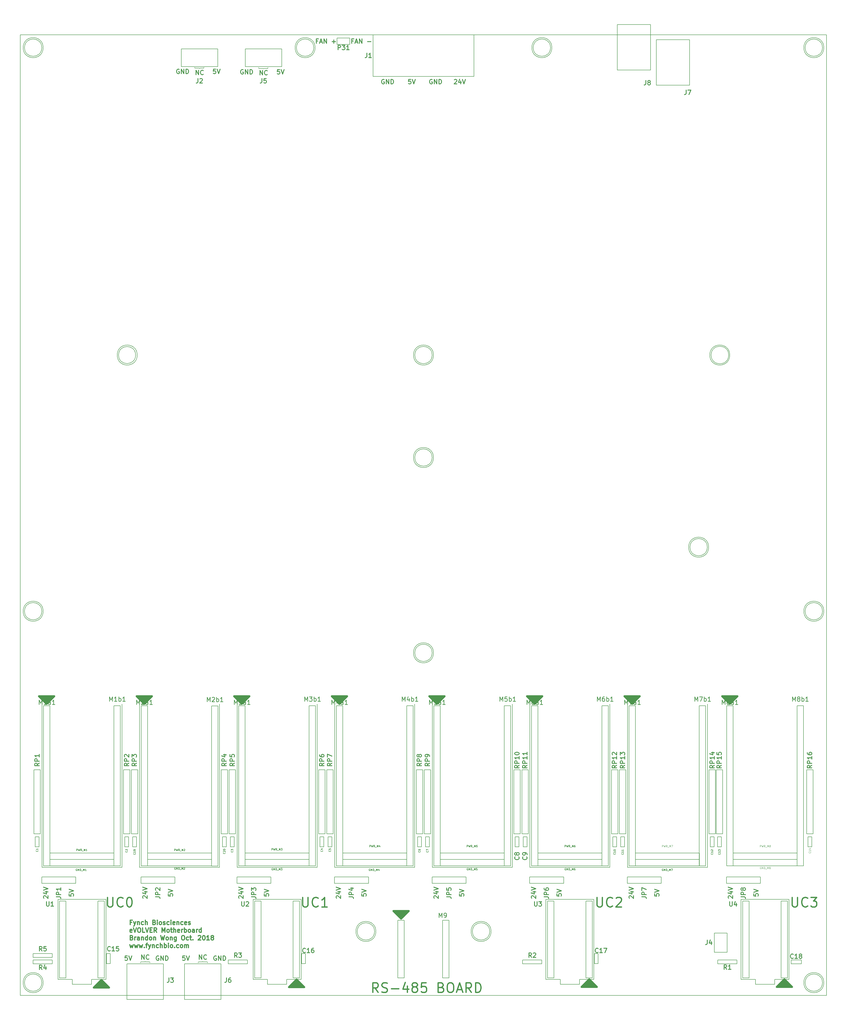
<source format=gbr>
G04 #@! TF.FileFunction,Legend,Top*
%FSLAX46Y46*%
G04 Gerber Fmt 4.6, Leading zero omitted, Abs format (unit mm)*
G04 Created by KiCad (PCBNEW 4.0.7) date Wednesday, October 10, 2018 'PMt' 11:05:21 PM*
%MOMM*%
%LPD*%
G01*
G04 APERTURE LIST*
%ADD10C,0.100000*%
%ADD11C,0.200000*%
%ADD12C,0.762000*%
%ADD13C,0.304800*%
%ADD14C,0.508000*%
%ADD15C,0.381000*%
%ADD16C,0.150000*%
%ADD17C,0.215900*%
%ADD18C,0.187500*%
G04 APERTURE END LIST*
D10*
D11*
X230251000Y-281305000D02*
X228727000Y-281305000D01*
X229997000Y-281432000D02*
X228854000Y-281432000D01*
X228854000Y-281432000D02*
X229489000Y-281305000D01*
D12*
X230124000Y-281178000D02*
X228854000Y-281178000D01*
D11*
X228727000Y-281305000D02*
X229489000Y-282067000D01*
D12*
X230632000Y-280670000D02*
X228346000Y-280670000D01*
D11*
X229362000Y-281813000D02*
X229489000Y-281305000D01*
X229616000Y-281813000D02*
X229362000Y-281813000D01*
X229489000Y-281305000D02*
X229997000Y-281432000D01*
X229489000Y-281305000D02*
X229616000Y-281813000D01*
X229489000Y-282067000D02*
X230251000Y-281305000D01*
X229489000Y-282067000D02*
X229489000Y-281305000D01*
D12*
X230886000Y-280035000D02*
X228092000Y-280035000D01*
X231648000Y-279400000D02*
X227457000Y-279400000D01*
X226441000Y-278765000D02*
X232537000Y-278765000D01*
X229489000Y-281813000D02*
X232537000Y-278765000D01*
X229489000Y-281813000D02*
X226441000Y-278765000D01*
D11*
X229108000Y-281686000D02*
X229489000Y-281305000D01*
X229870000Y-281686000D02*
X229108000Y-281686000D01*
X229489000Y-281305000D02*
X229870000Y-281559000D01*
X229108000Y-281559000D02*
X229489000Y-281305000D01*
X229489000Y-281305000D02*
X229870000Y-281686000D01*
X229870000Y-281559000D02*
X229108000Y-281559000D01*
D12*
X192151000Y-280035000D02*
X189357000Y-280035000D01*
X190754000Y-281813000D02*
X187706000Y-278765000D01*
X190754000Y-281813000D02*
X193802000Y-278765000D01*
X187706000Y-278765000D02*
X193802000Y-278765000D01*
X192913000Y-279400000D02*
X188722000Y-279400000D01*
D11*
X190881000Y-281813000D02*
X190627000Y-281813000D01*
X190754000Y-281305000D02*
X190881000Y-281813000D01*
X190627000Y-281813000D02*
X190754000Y-281305000D01*
X190754000Y-282067000D02*
X190754000Y-281305000D01*
X190754000Y-281305000D02*
X191262000Y-281432000D01*
X190754000Y-282067000D02*
X191516000Y-281305000D01*
X191135000Y-281686000D02*
X190373000Y-281686000D01*
X190754000Y-281305000D02*
X191135000Y-281686000D01*
X190754000Y-281305000D02*
X191135000Y-281559000D01*
X190373000Y-281686000D02*
X190754000Y-281305000D01*
X190373000Y-281559000D02*
X190754000Y-281305000D01*
X191135000Y-281559000D02*
X190373000Y-281559000D01*
X191262000Y-281432000D02*
X190119000Y-281432000D01*
X190119000Y-281432000D02*
X190754000Y-281305000D01*
D12*
X191389000Y-281178000D02*
X190119000Y-281178000D01*
X191897000Y-280670000D02*
X189611000Y-280670000D01*
D11*
X191516000Y-281305000D02*
X189992000Y-281305000D01*
X189992000Y-281305000D02*
X190754000Y-282067000D01*
X268224000Y-281305000D02*
X268351000Y-281813000D01*
X268097000Y-281813000D02*
X268224000Y-281305000D01*
X268351000Y-281813000D02*
X268097000Y-281813000D01*
X268224000Y-282067000D02*
X268224000Y-281305000D01*
D12*
X268859000Y-281178000D02*
X267589000Y-281178000D01*
D11*
X268224000Y-282067000D02*
X268986000Y-281305000D01*
X267462000Y-281305000D02*
X268224000Y-282067000D01*
D12*
X269367000Y-280670000D02*
X267081000Y-280670000D01*
D11*
X267589000Y-281432000D02*
X268224000Y-281305000D01*
X268986000Y-281305000D02*
X267462000Y-281305000D01*
X268224000Y-281305000D02*
X268732000Y-281432000D01*
X268732000Y-281432000D02*
X267589000Y-281432000D01*
D12*
X265176000Y-278765000D02*
X271272000Y-278765000D01*
X268224000Y-281813000D02*
X265176000Y-278765000D01*
X268224000Y-281813000D02*
X271272000Y-278765000D01*
X269621000Y-280035000D02*
X266827000Y-280035000D01*
X270383000Y-279400000D02*
X266192000Y-279400000D01*
D11*
X268224000Y-281305000D02*
X268605000Y-281559000D01*
X268605000Y-281686000D02*
X267843000Y-281686000D01*
X267843000Y-281686000D02*
X268224000Y-281305000D01*
X268605000Y-281559000D02*
X267843000Y-281559000D01*
X267843000Y-281559000D02*
X268224000Y-281305000D01*
X268224000Y-281305000D02*
X268605000Y-281686000D01*
X307086000Y-281813000D02*
X306832000Y-281813000D01*
X306832000Y-281813000D02*
X306959000Y-281305000D01*
X306959000Y-281305000D02*
X307086000Y-281813000D01*
X306197000Y-281305000D02*
X306959000Y-282067000D01*
X306959000Y-282067000D02*
X306959000Y-281305000D01*
X306959000Y-282067000D02*
X307721000Y-281305000D01*
D12*
X308102000Y-280670000D02*
X305816000Y-280670000D01*
X308356000Y-280035000D02*
X305562000Y-280035000D01*
X309118000Y-279400000D02*
X304927000Y-279400000D01*
X306959000Y-281813000D02*
X303911000Y-278765000D01*
X306959000Y-281813000D02*
X310007000Y-278765000D01*
X303911000Y-278765000D02*
X310007000Y-278765000D01*
D11*
X307467000Y-281432000D02*
X306324000Y-281432000D01*
D12*
X307594000Y-281178000D02*
X306324000Y-281178000D01*
D11*
X306959000Y-281305000D02*
X307467000Y-281432000D01*
X307721000Y-281305000D02*
X306197000Y-281305000D01*
X306324000Y-281432000D02*
X306959000Y-281305000D01*
X306959000Y-281305000D02*
X307340000Y-281686000D01*
X307340000Y-281686000D02*
X306578000Y-281686000D01*
X306578000Y-281559000D02*
X306959000Y-281305000D01*
X306578000Y-281686000D02*
X306959000Y-281305000D01*
X307340000Y-281559000D02*
X306578000Y-281559000D01*
X306959000Y-281305000D02*
X307340000Y-281559000D01*
X152527000Y-281432000D02*
X151384000Y-281432000D01*
X152146000Y-281813000D02*
X151892000Y-281813000D01*
X152781000Y-281305000D02*
X151257000Y-281305000D01*
X151384000Y-281432000D02*
X152019000Y-281305000D01*
X152019000Y-282067000D02*
X152019000Y-281305000D01*
X151892000Y-281813000D02*
X152019000Y-281305000D01*
X152019000Y-281305000D02*
X152146000Y-281813000D01*
X152019000Y-281305000D02*
X152527000Y-281432000D01*
X152019000Y-282067000D02*
X152781000Y-281305000D01*
D12*
X152019000Y-281813000D02*
X155067000Y-278765000D01*
X153162000Y-280670000D02*
X150876000Y-280670000D01*
X153416000Y-280035000D02*
X150622000Y-280035000D01*
D11*
X151257000Y-281305000D02*
X152019000Y-282067000D01*
D12*
X148971000Y-278765000D02*
X155067000Y-278765000D01*
X154178000Y-279400000D02*
X149987000Y-279400000D01*
X152019000Y-281813000D02*
X148971000Y-278765000D01*
X152654000Y-281178000D02*
X151384000Y-281178000D01*
D11*
X114046000Y-281305000D02*
X112522000Y-281305000D01*
X113792000Y-281432000D02*
X112649000Y-281432000D01*
X113284000Y-282067000D02*
X114046000Y-281305000D01*
D12*
X113919000Y-281178000D02*
X112649000Y-281178000D01*
X113284000Y-281813000D02*
X116332000Y-278765000D01*
D11*
X113284000Y-281305000D02*
X113792000Y-281432000D01*
D12*
X114681000Y-280035000D02*
X111887000Y-280035000D01*
X110236000Y-278765000D02*
X116332000Y-278765000D01*
X114427000Y-280670000D02*
X112141000Y-280670000D01*
X115443000Y-279400000D02*
X111252000Y-279400000D01*
X113284000Y-281813000D02*
X110236000Y-278765000D01*
D11*
X113284000Y-282067000D02*
X113284000Y-281305000D01*
X113284000Y-281305000D02*
X113411000Y-281813000D01*
X113157000Y-281813000D02*
X113284000Y-281305000D01*
X113411000Y-281813000D02*
X113157000Y-281813000D01*
X112649000Y-281432000D02*
X113284000Y-281305000D01*
X112522000Y-281305000D02*
X113284000Y-282067000D01*
X152019000Y-281305000D02*
X152400000Y-281559000D01*
X151638000Y-281559000D02*
X152019000Y-281305000D01*
X151638000Y-281686000D02*
X152019000Y-281305000D01*
X152400000Y-281559000D02*
X151638000Y-281559000D01*
X152019000Y-281305000D02*
X152400000Y-281686000D01*
X152400000Y-281686000D02*
X151638000Y-281686000D01*
X113284000Y-281305000D02*
X113665000Y-281686000D01*
X113284000Y-281305000D02*
X113665000Y-281559000D01*
X112903000Y-281559000D02*
X113284000Y-281305000D01*
X113665000Y-281559000D02*
X112903000Y-281559000D01*
X112903000Y-281686000D02*
X113284000Y-281305000D01*
X113665000Y-281686000D02*
X112903000Y-281686000D01*
X74676000Y-281813000D02*
X74422000Y-281813000D01*
X74549000Y-281305000D02*
X74676000Y-281813000D01*
X74549000Y-282067000D02*
X74549000Y-281305000D01*
X74422000Y-281813000D02*
X74549000Y-281305000D01*
X74549000Y-282067000D02*
X75311000Y-281305000D01*
X73787000Y-281305000D02*
X74549000Y-282067000D01*
X75311000Y-281305000D02*
X73787000Y-281305000D01*
X75057000Y-281432000D02*
X73914000Y-281432000D01*
X73914000Y-281432000D02*
X74549000Y-281305000D01*
D12*
X75184000Y-281178000D02*
X73914000Y-281178000D01*
X75692000Y-280670000D02*
X73406000Y-280670000D01*
X76708000Y-279400000D02*
X72517000Y-279400000D01*
X74549000Y-281813000D02*
X77597000Y-278765000D01*
X71501000Y-278765000D02*
X77597000Y-278765000D01*
X75946000Y-280035000D02*
X73152000Y-280035000D01*
X74549000Y-281813000D02*
X71501000Y-278765000D01*
D11*
X74549000Y-281305000D02*
X74930000Y-281559000D01*
X74930000Y-281686000D02*
X74168000Y-281686000D01*
X74930000Y-281559000D02*
X74168000Y-281559000D01*
X74549000Y-281305000D02*
X75057000Y-281432000D01*
X74168000Y-281686000D02*
X74549000Y-281305000D01*
X74549000Y-281305000D02*
X74930000Y-281686000D01*
X74168000Y-281559000D02*
X74549000Y-281305000D01*
X35814000Y-282067000D02*
X36576000Y-281305000D01*
X35052000Y-281305000D02*
X35814000Y-282067000D01*
D12*
X36957000Y-280670000D02*
X34671000Y-280670000D01*
D11*
X36576000Y-281305000D02*
X35052000Y-281305000D01*
X36322000Y-281432000D02*
X35179000Y-281432000D01*
X35941000Y-281813000D02*
X35687000Y-281813000D01*
D12*
X36449000Y-281178000D02*
X35179000Y-281178000D01*
D11*
X35179000Y-281432000D02*
X35814000Y-281305000D01*
X35687000Y-281813000D02*
X35814000Y-281305000D01*
X35814000Y-281305000D02*
X36322000Y-281432000D01*
X35814000Y-281305000D02*
X35941000Y-281813000D01*
X35814000Y-282067000D02*
X35814000Y-281305000D01*
D12*
X35814000Y-281813000D02*
X32766000Y-278765000D01*
X35814000Y-281813000D02*
X38862000Y-278765000D01*
X32766000Y-278765000D02*
X38862000Y-278765000D01*
X37973000Y-279400000D02*
X33782000Y-279400000D01*
X37211000Y-280035000D02*
X34417000Y-280035000D01*
D11*
X35814000Y-281305000D02*
X36195000Y-281686000D01*
X36195000Y-281686000D02*
X35433000Y-281686000D01*
X35433000Y-281686000D02*
X35814000Y-281305000D01*
X35814000Y-281305000D02*
X36195000Y-281559000D01*
X36195000Y-281559000D02*
X35433000Y-281559000D01*
X35433000Y-281559000D02*
X35814000Y-281305000D01*
D12*
X328041000Y-391668000D02*
X329311000Y-391668000D01*
X327533000Y-392176000D02*
X329819000Y-392176000D01*
X327279000Y-392811000D02*
X330073000Y-392811000D01*
X326517000Y-393446000D02*
X330708000Y-393446000D01*
X331724000Y-394081000D02*
X325628000Y-394081000D01*
X328676000Y-391033000D02*
X325628000Y-394081000D01*
X328676000Y-391033000D02*
X331724000Y-394081000D01*
X250571000Y-391668000D02*
X251841000Y-391668000D01*
X250063000Y-392176000D02*
X252349000Y-392176000D01*
X249809000Y-392811000D02*
X252603000Y-392811000D01*
X249047000Y-393446000D02*
X253238000Y-393446000D01*
X254254000Y-394081000D02*
X248158000Y-394081000D01*
X251206000Y-391033000D02*
X248158000Y-394081000D01*
X251206000Y-391033000D02*
X254254000Y-394081000D01*
X56896000Y-391922000D02*
X58166000Y-391922000D01*
X56388000Y-392430000D02*
X58674000Y-392430000D01*
X56134000Y-393065000D02*
X58928000Y-393065000D01*
X55372000Y-393700000D02*
X59563000Y-393700000D01*
X60579000Y-394335000D02*
X54483000Y-394335000D01*
X57531000Y-391287000D02*
X54483000Y-394335000D01*
X57531000Y-391287000D02*
X60579000Y-394335000D01*
X177165000Y-366395000D02*
X175895000Y-366395000D01*
X177673000Y-365887000D02*
X175387000Y-365887000D01*
X177927000Y-365252000D02*
X175133000Y-365252000D01*
X178689000Y-364617000D02*
X174498000Y-364617000D01*
X173482000Y-363982000D02*
X179578000Y-363982000D01*
X176530000Y-367030000D02*
X179578000Y-363982000D01*
X176530000Y-367030000D02*
X173482000Y-363982000D01*
X134366000Y-391795000D02*
X135636000Y-391795000D01*
X133858000Y-392303000D02*
X136144000Y-392303000D01*
X133604000Y-392938000D02*
X136398000Y-392938000D01*
X132842000Y-393573000D02*
X137033000Y-393573000D01*
X138049000Y-394208000D02*
X131953000Y-394208000D01*
X135001000Y-391160000D02*
X138049000Y-394208000D01*
X135001000Y-391160000D02*
X131953000Y-394208000D01*
D11*
X33909000Y-245110000D02*
G75*
G03X33909000Y-245110000I-3429000J0D01*
G01*
X188849000Y-261620000D02*
G75*
G03X188849000Y-261620000I-3429000J0D01*
G01*
X188849000Y-143510000D02*
G75*
G03X188849000Y-143510000I-3429000J0D01*
G01*
X141859000Y-21590000D02*
G75*
G03X141859000Y-21590000I-3429000J0D01*
G01*
X235839000Y-21590000D02*
G75*
G03X235839000Y-21590000I-3429000J0D01*
G01*
X343789000Y-245110000D02*
G75*
G03X343789000Y-245110000I-3429000J0D01*
G01*
X298069000Y-219710000D02*
G75*
G03X298069000Y-219710000I-3429000J0D01*
G01*
X306578000Y-281432000D02*
X306959000Y-281178000D01*
X307340000Y-281432000D02*
X306578000Y-281432000D01*
X306959000Y-281178000D02*
X307340000Y-281432000D01*
X307467000Y-281305000D02*
X306324000Y-281305000D01*
X306959000Y-281178000D02*
X307467000Y-281305000D01*
X306959000Y-281178000D02*
X307340000Y-281559000D01*
X306832000Y-281686000D02*
X306959000Y-281178000D01*
X307086000Y-281686000D02*
X306832000Y-281686000D01*
X306959000Y-281178000D02*
X307086000Y-281686000D01*
X306324000Y-281305000D02*
X306959000Y-281178000D01*
X306578000Y-281559000D02*
X306959000Y-281178000D01*
X306959000Y-281940000D02*
X306959000Y-281178000D01*
X306197000Y-281178000D02*
X306959000Y-281940000D01*
X307721000Y-281178000D02*
X306197000Y-281178000D01*
X307340000Y-281559000D02*
X306578000Y-281559000D01*
X306959000Y-281940000D02*
X307721000Y-281178000D01*
X267843000Y-281432000D02*
X268224000Y-281178000D01*
X268605000Y-281432000D02*
X267843000Y-281432000D01*
X268224000Y-281178000D02*
X268605000Y-281432000D01*
X268732000Y-281305000D02*
X267589000Y-281305000D01*
X268224000Y-281178000D02*
X268732000Y-281305000D01*
X268224000Y-281178000D02*
X268605000Y-281559000D01*
X268097000Y-281686000D02*
X268224000Y-281178000D01*
X268351000Y-281686000D02*
X268097000Y-281686000D01*
X268224000Y-281178000D02*
X268351000Y-281686000D01*
X267589000Y-281305000D02*
X268224000Y-281178000D01*
X267843000Y-281559000D02*
X268224000Y-281178000D01*
X268224000Y-281940000D02*
X268224000Y-281178000D01*
X267462000Y-281178000D02*
X268224000Y-281940000D01*
X268986000Y-281178000D02*
X267462000Y-281178000D01*
X268605000Y-281559000D02*
X267843000Y-281559000D01*
X268224000Y-281940000D02*
X268986000Y-281178000D01*
X229108000Y-281432000D02*
X229489000Y-281178000D01*
X229870000Y-281432000D02*
X229108000Y-281432000D01*
X229489000Y-281178000D02*
X229870000Y-281432000D01*
X229997000Y-281305000D02*
X228854000Y-281305000D01*
X229489000Y-281178000D02*
X229997000Y-281305000D01*
X229489000Y-281178000D02*
X229870000Y-281559000D01*
X229362000Y-281686000D02*
X229489000Y-281178000D01*
X229616000Y-281686000D02*
X229362000Y-281686000D01*
X229489000Y-281178000D02*
X229616000Y-281686000D01*
X228854000Y-281305000D02*
X229489000Y-281178000D01*
X229108000Y-281559000D02*
X229489000Y-281178000D01*
X229489000Y-281940000D02*
X229489000Y-281178000D01*
X228727000Y-281178000D02*
X229489000Y-281940000D01*
X230251000Y-281178000D02*
X228727000Y-281178000D01*
X229870000Y-281559000D02*
X229108000Y-281559000D01*
X229489000Y-281940000D02*
X230251000Y-281178000D01*
X190373000Y-281432000D02*
X190754000Y-281178000D01*
X191135000Y-281432000D02*
X190373000Y-281432000D01*
X190754000Y-281178000D02*
X191135000Y-281432000D01*
X191262000Y-281305000D02*
X190119000Y-281305000D01*
X190754000Y-281178000D02*
X191262000Y-281305000D01*
X190754000Y-281178000D02*
X191135000Y-281559000D01*
X190627000Y-281686000D02*
X190754000Y-281178000D01*
X190881000Y-281686000D02*
X190627000Y-281686000D01*
X190754000Y-281178000D02*
X190881000Y-281686000D01*
X190119000Y-281305000D02*
X190754000Y-281178000D01*
X190373000Y-281559000D02*
X190754000Y-281178000D01*
X190754000Y-281940000D02*
X190754000Y-281178000D01*
X189992000Y-281178000D02*
X190754000Y-281940000D01*
X191516000Y-281178000D02*
X189992000Y-281178000D01*
X191135000Y-281559000D02*
X190373000Y-281559000D01*
X190754000Y-281940000D02*
X191516000Y-281178000D01*
X151638000Y-281432000D02*
X152019000Y-281178000D01*
X152400000Y-281432000D02*
X151638000Y-281432000D01*
X152019000Y-281178000D02*
X152400000Y-281432000D01*
X152527000Y-281305000D02*
X151384000Y-281305000D01*
X152019000Y-281178000D02*
X152527000Y-281305000D01*
X152019000Y-281178000D02*
X152400000Y-281559000D01*
X151892000Y-281686000D02*
X152019000Y-281178000D01*
X152146000Y-281686000D02*
X151892000Y-281686000D01*
X152019000Y-281178000D02*
X152146000Y-281686000D01*
X151384000Y-281305000D02*
X152019000Y-281178000D01*
X151638000Y-281559000D02*
X152019000Y-281178000D01*
X152019000Y-281940000D02*
X152019000Y-281178000D01*
X151257000Y-281178000D02*
X152019000Y-281940000D01*
X152781000Y-281178000D02*
X151257000Y-281178000D01*
X152400000Y-281559000D02*
X151638000Y-281559000D01*
X152019000Y-281940000D02*
X152781000Y-281178000D01*
X112903000Y-281432000D02*
X113284000Y-281178000D01*
X113665000Y-281432000D02*
X112903000Y-281432000D01*
X113284000Y-281178000D02*
X113665000Y-281432000D01*
X113792000Y-281305000D02*
X112649000Y-281305000D01*
X113284000Y-281178000D02*
X113792000Y-281305000D01*
X113284000Y-281178000D02*
X113665000Y-281559000D01*
X113157000Y-281686000D02*
X113284000Y-281178000D01*
X113411000Y-281686000D02*
X113157000Y-281686000D01*
X113284000Y-281178000D02*
X113411000Y-281686000D01*
X112649000Y-281305000D02*
X113284000Y-281178000D01*
X112903000Y-281559000D02*
X113284000Y-281178000D01*
X113284000Y-281940000D02*
X113284000Y-281178000D01*
X112522000Y-281178000D02*
X113284000Y-281940000D01*
X114046000Y-281178000D02*
X112522000Y-281178000D01*
X113665000Y-281559000D02*
X112903000Y-281559000D01*
X113284000Y-281940000D02*
X114046000Y-281178000D01*
X74168000Y-281432000D02*
X74549000Y-281178000D01*
X74930000Y-281432000D02*
X74168000Y-281432000D01*
X74549000Y-281178000D02*
X74930000Y-281432000D01*
X75057000Y-281305000D02*
X73914000Y-281305000D01*
X74549000Y-281178000D02*
X75057000Y-281305000D01*
X74549000Y-281178000D02*
X74930000Y-281559000D01*
X74422000Y-281686000D02*
X74549000Y-281178000D01*
X74676000Y-281686000D02*
X74422000Y-281686000D01*
X74549000Y-281178000D02*
X74676000Y-281686000D01*
X73914000Y-281305000D02*
X74549000Y-281178000D01*
X74168000Y-281559000D02*
X74549000Y-281178000D01*
X74549000Y-281940000D02*
X74549000Y-281178000D01*
X73787000Y-281178000D02*
X74549000Y-281940000D01*
X75311000Y-281178000D02*
X73787000Y-281178000D01*
X74930000Y-281559000D02*
X74168000Y-281559000D01*
X74549000Y-281940000D02*
X75311000Y-281178000D01*
X35433000Y-281432000D02*
X35814000Y-281178000D01*
X36195000Y-281432000D02*
X35433000Y-281432000D01*
X35814000Y-281178000D02*
X36195000Y-281432000D01*
X36322000Y-281305000D02*
X35179000Y-281305000D01*
X35814000Y-281178000D02*
X36322000Y-281305000D01*
X35814000Y-281178000D02*
X36195000Y-281559000D01*
X35687000Y-281686000D02*
X35814000Y-281178000D01*
X35941000Y-281686000D02*
X35687000Y-281686000D01*
X35814000Y-281178000D02*
X35941000Y-281686000D01*
X35179000Y-281305000D02*
X35814000Y-281178000D01*
X35433000Y-281559000D02*
X35814000Y-281178000D01*
X35814000Y-281940000D02*
X35814000Y-281178000D01*
X35052000Y-281178000D02*
X35814000Y-281940000D01*
X36576000Y-281178000D02*
X35052000Y-281178000D01*
X36195000Y-281559000D02*
X35433000Y-281559000D01*
X35814000Y-281940000D02*
X36576000Y-281178000D01*
X329057000Y-391287000D02*
X328676000Y-391541000D01*
X328295000Y-391287000D02*
X329057000Y-391287000D01*
X328676000Y-391541000D02*
X328295000Y-391287000D01*
X328168000Y-391414000D02*
X329311000Y-391414000D01*
X328676000Y-391541000D02*
X328168000Y-391414000D01*
X328676000Y-391541000D02*
X328295000Y-391160000D01*
X328803000Y-391033000D02*
X328676000Y-391541000D01*
X328549000Y-391033000D02*
X328803000Y-391033000D01*
X328676000Y-391541000D02*
X328549000Y-391033000D01*
X329311000Y-391414000D02*
X328676000Y-391541000D01*
X329057000Y-391160000D02*
X328676000Y-391541000D01*
X328676000Y-390779000D02*
X328676000Y-391541000D01*
X329438000Y-391541000D02*
X328676000Y-390779000D01*
X327914000Y-391541000D02*
X329438000Y-391541000D01*
X328295000Y-391160000D02*
X329057000Y-391160000D01*
X328676000Y-390779000D02*
X327914000Y-391541000D01*
X251587000Y-391287000D02*
X251206000Y-391541000D01*
X250825000Y-391287000D02*
X251587000Y-391287000D01*
X251206000Y-391541000D02*
X250825000Y-391287000D01*
X250698000Y-391414000D02*
X251841000Y-391414000D01*
X251206000Y-391541000D02*
X250698000Y-391414000D01*
X251206000Y-391541000D02*
X250825000Y-391160000D01*
X251333000Y-391033000D02*
X251206000Y-391541000D01*
X251079000Y-391033000D02*
X251333000Y-391033000D01*
X251206000Y-391541000D02*
X251079000Y-391033000D01*
X251841000Y-391414000D02*
X251206000Y-391541000D01*
X251587000Y-391160000D02*
X251206000Y-391541000D01*
X251206000Y-390779000D02*
X251206000Y-391541000D01*
X251968000Y-391541000D02*
X251206000Y-390779000D01*
X250444000Y-391541000D02*
X251968000Y-391541000D01*
X250825000Y-391160000D02*
X251587000Y-391160000D01*
X251206000Y-390779000D02*
X250444000Y-391541000D01*
X176149000Y-366776000D02*
X176530000Y-366522000D01*
X176911000Y-366776000D02*
X176149000Y-366776000D01*
X176530000Y-366522000D02*
X176911000Y-366776000D01*
X177038000Y-366649000D02*
X175895000Y-366649000D01*
X176530000Y-366522000D02*
X177038000Y-366649000D01*
X176530000Y-366522000D02*
X176911000Y-366903000D01*
X176403000Y-367030000D02*
X176530000Y-366522000D01*
X176657000Y-367030000D02*
X176403000Y-367030000D01*
X176530000Y-366522000D02*
X176657000Y-367030000D01*
X175895000Y-366649000D02*
X176530000Y-366522000D01*
X176149000Y-366903000D02*
X176530000Y-366522000D01*
X176530000Y-367284000D02*
X176530000Y-366522000D01*
X175768000Y-366522000D02*
X176530000Y-367284000D01*
X177292000Y-366522000D02*
X175768000Y-366522000D01*
X176911000Y-366903000D02*
X176149000Y-366903000D01*
X176530000Y-367284000D02*
X177292000Y-366522000D01*
X57912000Y-391541000D02*
X57531000Y-391795000D01*
X57150000Y-391541000D02*
X57912000Y-391541000D01*
X57531000Y-391795000D02*
X57150000Y-391541000D01*
X57658000Y-391287000D02*
X57531000Y-391795000D01*
X57404000Y-391287000D02*
X57658000Y-391287000D01*
X57531000Y-391795000D02*
X57404000Y-391287000D01*
X58166000Y-391668000D02*
X57531000Y-391795000D01*
X57023000Y-391668000D02*
X58166000Y-391668000D01*
X57531000Y-391795000D02*
X57023000Y-391668000D01*
X57912000Y-391414000D02*
X57531000Y-391795000D01*
X57150000Y-391414000D02*
X57912000Y-391414000D01*
X57531000Y-391795000D02*
X57150000Y-391414000D01*
X57531000Y-391033000D02*
X57531000Y-391795000D01*
X58293000Y-391795000D02*
X57531000Y-391033000D01*
X56769000Y-391795000D02*
X58293000Y-391795000D01*
X57531000Y-391033000D02*
X56769000Y-391795000D01*
D13*
X80306334Y-381889000D02*
X80137000Y-381804333D01*
X79883000Y-381804333D01*
X79629000Y-381889000D01*
X79459667Y-382058333D01*
X79375000Y-382227667D01*
X79290334Y-382566333D01*
X79290334Y-382820333D01*
X79375000Y-383159000D01*
X79459667Y-383328333D01*
X79629000Y-383497667D01*
X79883000Y-383582333D01*
X80052334Y-383582333D01*
X80306334Y-383497667D01*
X80391000Y-383413000D01*
X80391000Y-382820333D01*
X80052334Y-382820333D01*
X81153000Y-383582333D02*
X81153000Y-381804333D01*
X82169000Y-383582333D01*
X82169000Y-381804333D01*
X83015667Y-383582333D02*
X83015667Y-381804333D01*
X83439001Y-381804333D01*
X83693001Y-381889000D01*
X83862334Y-382058333D01*
X83947001Y-382227667D01*
X84031667Y-382566333D01*
X84031667Y-382820333D01*
X83947001Y-383159000D01*
X83862334Y-383328333D01*
X83693001Y-383497667D01*
X83439001Y-383582333D01*
X83015667Y-383582333D01*
X73533000Y-383201333D02*
X73533000Y-381423333D01*
X74549000Y-383201333D01*
X74549000Y-381423333D01*
X76411667Y-383032000D02*
X76327001Y-383116667D01*
X76073001Y-383201333D01*
X75903667Y-383201333D01*
X75649667Y-383116667D01*
X75480334Y-382947333D01*
X75395667Y-382778000D01*
X75311001Y-382439333D01*
X75311001Y-382185333D01*
X75395667Y-381846667D01*
X75480334Y-381677333D01*
X75649667Y-381508000D01*
X75903667Y-381423333D01*
X76073001Y-381423333D01*
X76327001Y-381508000D01*
X76411667Y-381592667D01*
D11*
X76835000Y-384302000D02*
X76708000Y-384175000D01*
X76835000Y-384556000D02*
X76835000Y-384302000D01*
X73279000Y-384175000D02*
X73152000Y-384302000D01*
X73152000Y-384302000D02*
X73152000Y-384556000D01*
X74803000Y-384175000D02*
X73279000Y-384175000D01*
X75057000Y-384175000D02*
X74930000Y-384048000D01*
X74930000Y-384048000D02*
X74803000Y-384175000D01*
X76708000Y-384175000D02*
X75057000Y-384175000D01*
D13*
X67860334Y-381804333D02*
X67013667Y-381804333D01*
X66929001Y-382651000D01*
X67013667Y-382566333D01*
X67183001Y-382481667D01*
X67606334Y-382481667D01*
X67775667Y-382566333D01*
X67860334Y-382651000D01*
X67945001Y-382820333D01*
X67945001Y-383243667D01*
X67860334Y-383413000D01*
X67775667Y-383497667D01*
X67606334Y-383582333D01*
X67183001Y-383582333D01*
X67013667Y-383497667D01*
X66929001Y-383413000D01*
X68453000Y-381804333D02*
X69045667Y-383582333D01*
X69638334Y-381804333D01*
X103166334Y-381889000D02*
X102997000Y-381804333D01*
X102743000Y-381804333D01*
X102489000Y-381889000D01*
X102319667Y-382058333D01*
X102235000Y-382227667D01*
X102150334Y-382566333D01*
X102150334Y-382820333D01*
X102235000Y-383159000D01*
X102319667Y-383328333D01*
X102489000Y-383497667D01*
X102743000Y-383582333D01*
X102912334Y-383582333D01*
X103166334Y-383497667D01*
X103251000Y-383413000D01*
X103251000Y-382820333D01*
X102912334Y-382820333D01*
X104013000Y-383582333D02*
X104013000Y-381804333D01*
X105029000Y-383582333D01*
X105029000Y-381804333D01*
X105875667Y-383582333D02*
X105875667Y-381804333D01*
X106299001Y-381804333D01*
X106553001Y-381889000D01*
X106722334Y-382058333D01*
X106807001Y-382227667D01*
X106891667Y-382566333D01*
X106891667Y-382820333D01*
X106807001Y-383159000D01*
X106722334Y-383328333D01*
X106553001Y-383497667D01*
X106299001Y-383582333D01*
X105875667Y-383582333D01*
X96393000Y-383201333D02*
X96393000Y-381423333D01*
X97409000Y-383201333D01*
X97409000Y-381423333D01*
X99271667Y-383032000D02*
X99187001Y-383116667D01*
X98933001Y-383201333D01*
X98763667Y-383201333D01*
X98509667Y-383116667D01*
X98340334Y-382947333D01*
X98255667Y-382778000D01*
X98171001Y-382439333D01*
X98171001Y-382185333D01*
X98255667Y-381846667D01*
X98340334Y-381677333D01*
X98509667Y-381508000D01*
X98763667Y-381423333D01*
X98933001Y-381423333D01*
X99187001Y-381508000D01*
X99271667Y-381592667D01*
D11*
X99695000Y-384302000D02*
X99568000Y-384175000D01*
X99695000Y-384556000D02*
X99695000Y-384302000D01*
X96139000Y-384175000D02*
X96012000Y-384302000D01*
X96012000Y-384302000D02*
X96012000Y-384556000D01*
X97663000Y-384175000D02*
X96139000Y-384175000D01*
X97917000Y-384175000D02*
X97790000Y-384048000D01*
X97790000Y-384048000D02*
X97663000Y-384175000D01*
X99568000Y-384175000D02*
X97917000Y-384175000D01*
D13*
X90720334Y-381804333D02*
X89873667Y-381804333D01*
X89789001Y-382651000D01*
X89873667Y-382566333D01*
X90043001Y-382481667D01*
X90466334Y-382481667D01*
X90635667Y-382566333D01*
X90720334Y-382651000D01*
X90805001Y-382820333D01*
X90805001Y-383243667D01*
X90720334Y-383413000D01*
X90635667Y-383497667D01*
X90466334Y-383582333D01*
X90043001Y-383582333D01*
X89873667Y-383497667D01*
X89789001Y-383413000D01*
X91313000Y-381804333D02*
X91905667Y-383582333D01*
X92498334Y-381804333D01*
X113834334Y-30353000D02*
X113665000Y-30268333D01*
X113411000Y-30268333D01*
X113157000Y-30353000D01*
X112987667Y-30522333D01*
X112903000Y-30691667D01*
X112818334Y-31030333D01*
X112818334Y-31284333D01*
X112903000Y-31623000D01*
X112987667Y-31792333D01*
X113157000Y-31961667D01*
X113411000Y-32046333D01*
X113580334Y-32046333D01*
X113834334Y-31961667D01*
X113919000Y-31877000D01*
X113919000Y-31284333D01*
X113580334Y-31284333D01*
X114681000Y-32046333D02*
X114681000Y-30268333D01*
X115697000Y-32046333D01*
X115697000Y-30268333D01*
X116543667Y-32046333D02*
X116543667Y-30268333D01*
X116967001Y-30268333D01*
X117221001Y-30353000D01*
X117390334Y-30522333D01*
X117475001Y-30691667D01*
X117559667Y-31030333D01*
X117559667Y-31284333D01*
X117475001Y-31623000D01*
X117390334Y-31792333D01*
X117221001Y-31961667D01*
X116967001Y-32046333D01*
X116543667Y-32046333D01*
X120523000Y-32427333D02*
X120523000Y-30649333D01*
X121539000Y-32427333D01*
X121539000Y-30649333D01*
X123401667Y-32258000D02*
X123317001Y-32342667D01*
X123063001Y-32427333D01*
X122893667Y-32427333D01*
X122639667Y-32342667D01*
X122470334Y-32173333D01*
X122385667Y-32004000D01*
X122301001Y-31665333D01*
X122301001Y-31411333D01*
X122385667Y-31072667D01*
X122470334Y-30903333D01*
X122639667Y-30734000D01*
X122893667Y-30649333D01*
X123063001Y-30649333D01*
X123317001Y-30734000D01*
X123401667Y-30818667D01*
D11*
X120015000Y-29718000D02*
X120142000Y-29845000D01*
X120015000Y-29464000D02*
X120015000Y-29718000D01*
X123571000Y-29845000D02*
X123698000Y-29718000D01*
X123698000Y-29718000D02*
X123698000Y-29464000D01*
X122047000Y-29845000D02*
X123571000Y-29845000D01*
X121793000Y-29845000D02*
X121920000Y-29972000D01*
X121920000Y-29972000D02*
X122047000Y-29845000D01*
X120142000Y-29845000D02*
X121793000Y-29845000D01*
D13*
X128312334Y-30268333D02*
X127465667Y-30268333D01*
X127381001Y-31115000D01*
X127465667Y-31030333D01*
X127635001Y-30945667D01*
X128058334Y-30945667D01*
X128227667Y-31030333D01*
X128312334Y-31115000D01*
X128397001Y-31284333D01*
X128397001Y-31707667D01*
X128312334Y-31877000D01*
X128227667Y-31961667D01*
X128058334Y-32046333D01*
X127635001Y-32046333D01*
X127465667Y-31961667D01*
X127381001Y-31877000D01*
X128905000Y-30268333D02*
X129497667Y-32046333D01*
X130090334Y-30268333D01*
X102912334Y-30141333D02*
X102065667Y-30141333D01*
X101981001Y-30988000D01*
X102065667Y-30903333D01*
X102235001Y-30818667D01*
X102658334Y-30818667D01*
X102827667Y-30903333D01*
X102912334Y-30988000D01*
X102997001Y-31157333D01*
X102997001Y-31580667D01*
X102912334Y-31750000D01*
X102827667Y-31834667D01*
X102658334Y-31919333D01*
X102235001Y-31919333D01*
X102065667Y-31834667D01*
X101981001Y-31750000D01*
X103505000Y-30141333D02*
X104097667Y-31919333D01*
X104690334Y-30141333D01*
X88434334Y-30226000D02*
X88265000Y-30141333D01*
X88011000Y-30141333D01*
X87757000Y-30226000D01*
X87587667Y-30395333D01*
X87503000Y-30564667D01*
X87418334Y-30903333D01*
X87418334Y-31157333D01*
X87503000Y-31496000D01*
X87587667Y-31665333D01*
X87757000Y-31834667D01*
X88011000Y-31919333D01*
X88180334Y-31919333D01*
X88434334Y-31834667D01*
X88519000Y-31750000D01*
X88519000Y-31157333D01*
X88180334Y-31157333D01*
X89281000Y-31919333D02*
X89281000Y-30141333D01*
X90297000Y-31919333D01*
X90297000Y-30141333D01*
X91143667Y-31919333D02*
X91143667Y-30141333D01*
X91567001Y-30141333D01*
X91821001Y-30226000D01*
X91990334Y-30395333D01*
X92075001Y-30564667D01*
X92159667Y-30903333D01*
X92159667Y-31157333D01*
X92075001Y-31496000D01*
X91990334Y-31665333D01*
X91821001Y-31834667D01*
X91567001Y-31919333D01*
X91143667Y-31919333D01*
X95123000Y-32300333D02*
X95123000Y-30522333D01*
X96139000Y-32300333D01*
X96139000Y-30522333D01*
X98001667Y-32131000D02*
X97917001Y-32215667D01*
X97663001Y-32300333D01*
X97493667Y-32300333D01*
X97239667Y-32215667D01*
X97070334Y-32046333D01*
X96985667Y-31877000D01*
X96901001Y-31538333D01*
X96901001Y-31284333D01*
X96985667Y-30945667D01*
X97070334Y-30776333D01*
X97239667Y-30607000D01*
X97493667Y-30522333D01*
X97663001Y-30522333D01*
X97917001Y-30607000D01*
X98001667Y-30691667D01*
D11*
X98298000Y-29591000D02*
X98298000Y-29337000D01*
X98171000Y-29718000D02*
X98298000Y-29591000D01*
X96647000Y-29718000D02*
X98171000Y-29718000D01*
X96520000Y-29845000D02*
X96647000Y-29718000D01*
X96393000Y-29718000D02*
X96520000Y-29845000D01*
X94742000Y-29718000D02*
X96393000Y-29718000D01*
X94615000Y-29591000D02*
X94742000Y-29718000D01*
X94615000Y-29337000D02*
X94615000Y-29591000D01*
D13*
X197654334Y-34374667D02*
X197739000Y-34290000D01*
X197908334Y-34205333D01*
X198331667Y-34205333D01*
X198501000Y-34290000D01*
X198585667Y-34374667D01*
X198670334Y-34544000D01*
X198670334Y-34713333D01*
X198585667Y-34967333D01*
X197569667Y-35983333D01*
X198670334Y-35983333D01*
X200194333Y-34798000D02*
X200194333Y-35983333D01*
X199771000Y-34120667D02*
X199347667Y-35390667D01*
X200448333Y-35390667D01*
X200871666Y-34205333D02*
X201464333Y-35983333D01*
X202057000Y-34205333D01*
X180382334Y-34205333D02*
X179535667Y-34205333D01*
X179451001Y-35052000D01*
X179535667Y-34967333D01*
X179705001Y-34882667D01*
X180128334Y-34882667D01*
X180297667Y-34967333D01*
X180382334Y-35052000D01*
X180467001Y-35221333D01*
X180467001Y-35644667D01*
X180382334Y-35814000D01*
X180297667Y-35898667D01*
X180128334Y-35983333D01*
X179705001Y-35983333D01*
X179535667Y-35898667D01*
X179451001Y-35814000D01*
X180975000Y-34205333D02*
X181567667Y-35983333D01*
X182160334Y-34205333D01*
X188891334Y-34290000D02*
X188722000Y-34205333D01*
X188468000Y-34205333D01*
X188214000Y-34290000D01*
X188044667Y-34459333D01*
X187960000Y-34628667D01*
X187875334Y-34967333D01*
X187875334Y-35221333D01*
X187960000Y-35560000D01*
X188044667Y-35729333D01*
X188214000Y-35898667D01*
X188468000Y-35983333D01*
X188637334Y-35983333D01*
X188891334Y-35898667D01*
X188976000Y-35814000D01*
X188976000Y-35221333D01*
X188637334Y-35221333D01*
X189738000Y-35983333D02*
X189738000Y-34205333D01*
X190754000Y-35983333D01*
X190754000Y-34205333D01*
X191600667Y-35983333D02*
X191600667Y-34205333D01*
X192024001Y-34205333D01*
X192278001Y-34290000D01*
X192447334Y-34459333D01*
X192532001Y-34628667D01*
X192616667Y-34967333D01*
X192616667Y-35221333D01*
X192532001Y-35560000D01*
X192447334Y-35729333D01*
X192278001Y-35898667D01*
X192024001Y-35983333D01*
X191600667Y-35983333D01*
X169841334Y-34290000D02*
X169672000Y-34205333D01*
X169418000Y-34205333D01*
X169164000Y-34290000D01*
X168994667Y-34459333D01*
X168910000Y-34628667D01*
X168825334Y-34967333D01*
X168825334Y-35221333D01*
X168910000Y-35560000D01*
X168994667Y-35729333D01*
X169164000Y-35898667D01*
X169418000Y-35983333D01*
X169587334Y-35983333D01*
X169841334Y-35898667D01*
X169926000Y-35814000D01*
X169926000Y-35221333D01*
X169587334Y-35221333D01*
X170688000Y-35983333D02*
X170688000Y-34205333D01*
X171704000Y-35983333D01*
X171704000Y-34205333D01*
X172550667Y-35983333D02*
X172550667Y-34205333D01*
X172974001Y-34205333D01*
X173228001Y-34290000D01*
X173397334Y-34459333D01*
X173482001Y-34628667D01*
X173566667Y-34967333D01*
X173566667Y-35221333D01*
X173482001Y-35560000D01*
X173397334Y-35729333D01*
X173228001Y-35898667D01*
X172974001Y-35983333D01*
X172550667Y-35983333D01*
D11*
X176657000Y-367030000D02*
G75*
G03X176657000Y-367030000I-127000J0D01*
G01*
X328803000Y-391033000D02*
G75*
G03X328803000Y-391033000I-127000J0D01*
G01*
X251333000Y-391033000D02*
G75*
G03X251333000Y-391033000I-127000J0D01*
G01*
X188849000Y-184150000D02*
G75*
G03X188849000Y-184150000I-3429000J0D01*
G01*
D13*
X157564667Y-18923000D02*
X156972000Y-18923000D01*
X156972000Y-19854333D02*
X156972000Y-18076333D01*
X157818667Y-18076333D01*
X158411334Y-19346333D02*
X159258000Y-19346333D01*
X158242000Y-19854333D02*
X158834667Y-18076333D01*
X159427334Y-19854333D01*
X160020000Y-19854333D02*
X160020000Y-18076333D01*
X161036000Y-19854333D01*
X161036000Y-18076333D01*
X163237334Y-19177000D02*
X164592001Y-19177000D01*
X143467667Y-18923000D02*
X142875000Y-18923000D01*
X142875000Y-19854333D02*
X142875000Y-18076333D01*
X143721667Y-18076333D01*
X144314334Y-19346333D02*
X145161000Y-19346333D01*
X144145000Y-19854333D02*
X144737667Y-18076333D01*
X145330334Y-19854333D01*
X145923000Y-19854333D02*
X145923000Y-18076333D01*
X146939000Y-19854333D01*
X146939000Y-18076333D01*
X149140334Y-19177000D02*
X150495001Y-19177000D01*
X149817668Y-19854333D02*
X149817668Y-18499667D01*
D11*
X71145400Y-143510000D02*
G75*
G03X71145400Y-143510000I-3378200J0D01*
G01*
X306552600Y-143510000D02*
G75*
G03X306552600Y-143510000I-3479800J0D01*
G01*
X343789000Y-392430000D02*
G75*
G03X343789000Y-392430000I-3429000J0D01*
G01*
X211709000Y-372110000D02*
G75*
G03X211709000Y-372110000I-3429000J0D01*
G01*
X165989000Y-372110000D02*
G75*
G03X165989000Y-372110000I-3429000J0D01*
G01*
X33909000Y-392430000D02*
G75*
G03X33909000Y-392430000I-3429000J0D01*
G01*
X33909000Y-21590000D02*
G75*
G03X33909000Y-21590000I-3429000J0D01*
G01*
X343789000Y-21590000D02*
G75*
G03X343789000Y-21590000I-3429000J0D01*
G01*
D14*
X167458573Y-396312571D02*
X166188573Y-394498286D01*
X165281430Y-396312571D02*
X165281430Y-392502571D01*
X166732858Y-392502571D01*
X167095716Y-392684000D01*
X167277144Y-392865429D01*
X167458573Y-393228286D01*
X167458573Y-393772571D01*
X167277144Y-394135429D01*
X167095716Y-394316857D01*
X166732858Y-394498286D01*
X165281430Y-394498286D01*
X168910001Y-396131143D02*
X169454287Y-396312571D01*
X170361430Y-396312571D01*
X170724287Y-396131143D01*
X170905716Y-395949714D01*
X171087144Y-395586857D01*
X171087144Y-395224000D01*
X170905716Y-394861143D01*
X170724287Y-394679714D01*
X170361430Y-394498286D01*
X169635716Y-394316857D01*
X169272858Y-394135429D01*
X169091430Y-393954000D01*
X168910001Y-393591143D01*
X168910001Y-393228286D01*
X169091430Y-392865429D01*
X169272858Y-392684000D01*
X169635716Y-392502571D01*
X170542858Y-392502571D01*
X171087144Y-392684000D01*
X172720001Y-394861143D02*
X175622858Y-394861143D01*
X179070001Y-393772571D02*
X179070001Y-396312571D01*
X178162858Y-392321143D02*
X177255715Y-395042571D01*
X179614287Y-395042571D01*
X181610001Y-394135429D02*
X181247143Y-393954000D01*
X181065715Y-393772571D01*
X180884286Y-393409714D01*
X180884286Y-393228286D01*
X181065715Y-392865429D01*
X181247143Y-392684000D01*
X181610001Y-392502571D01*
X182335715Y-392502571D01*
X182698572Y-392684000D01*
X182880001Y-392865429D01*
X183061429Y-393228286D01*
X183061429Y-393409714D01*
X182880001Y-393772571D01*
X182698572Y-393954000D01*
X182335715Y-394135429D01*
X181610001Y-394135429D01*
X181247143Y-394316857D01*
X181065715Y-394498286D01*
X180884286Y-394861143D01*
X180884286Y-395586857D01*
X181065715Y-395949714D01*
X181247143Y-396131143D01*
X181610001Y-396312571D01*
X182335715Y-396312571D01*
X182698572Y-396131143D01*
X182880001Y-395949714D01*
X183061429Y-395586857D01*
X183061429Y-394861143D01*
X182880001Y-394498286D01*
X182698572Y-394316857D01*
X182335715Y-394135429D01*
X186508572Y-392502571D02*
X184694286Y-392502571D01*
X184512857Y-394316857D01*
X184694286Y-394135429D01*
X185057143Y-393954000D01*
X185964286Y-393954000D01*
X186327143Y-394135429D01*
X186508572Y-394316857D01*
X186690000Y-394679714D01*
X186690000Y-395586857D01*
X186508572Y-395949714D01*
X186327143Y-396131143D01*
X185964286Y-396312571D01*
X185057143Y-396312571D01*
X184694286Y-396131143D01*
X184512857Y-395949714D01*
X192495714Y-394316857D02*
X193040000Y-394498286D01*
X193221428Y-394679714D01*
X193402857Y-395042571D01*
X193402857Y-395586857D01*
X193221428Y-395949714D01*
X193040000Y-396131143D01*
X192677142Y-396312571D01*
X191225714Y-396312571D01*
X191225714Y-392502571D01*
X192495714Y-392502571D01*
X192858571Y-392684000D01*
X193040000Y-392865429D01*
X193221428Y-393228286D01*
X193221428Y-393591143D01*
X193040000Y-393954000D01*
X192858571Y-394135429D01*
X192495714Y-394316857D01*
X191225714Y-394316857D01*
X195761428Y-392502571D02*
X196487142Y-392502571D01*
X196850000Y-392684000D01*
X197212857Y-393046857D01*
X197394285Y-393772571D01*
X197394285Y-395042571D01*
X197212857Y-395768286D01*
X196850000Y-396131143D01*
X196487142Y-396312571D01*
X195761428Y-396312571D01*
X195398571Y-396131143D01*
X195035714Y-395768286D01*
X194854285Y-395042571D01*
X194854285Y-393772571D01*
X195035714Y-393046857D01*
X195398571Y-392684000D01*
X195761428Y-392502571D01*
X198845714Y-395224000D02*
X200660000Y-395224000D01*
X198482857Y-396312571D02*
X199752857Y-392502571D01*
X201022857Y-396312571D01*
X204470000Y-396312571D02*
X203200000Y-394498286D01*
X202292857Y-396312571D02*
X202292857Y-392502571D01*
X203744285Y-392502571D01*
X204107143Y-392684000D01*
X204288571Y-392865429D01*
X204470000Y-393228286D01*
X204470000Y-393772571D01*
X204288571Y-394135429D01*
X204107143Y-394316857D01*
X203744285Y-394498286D01*
X202292857Y-394498286D01*
X206102857Y-396312571D02*
X206102857Y-392502571D01*
X207010000Y-392502571D01*
X207554285Y-392684000D01*
X207917143Y-393046857D01*
X208098571Y-393409714D01*
X208280000Y-394135429D01*
X208280000Y-394679714D01*
X208098571Y-395405429D01*
X207917143Y-395768286D01*
X207554285Y-396131143D01*
X207010000Y-396312571D01*
X206102857Y-396312571D01*
X59962143Y-358593571D02*
X59962143Y-361677857D01*
X60143571Y-362040714D01*
X60325000Y-362222143D01*
X60687857Y-362403571D01*
X61413571Y-362403571D01*
X61776429Y-362222143D01*
X61957857Y-362040714D01*
X62139286Y-361677857D01*
X62139286Y-358593571D01*
X66130715Y-362040714D02*
X65949286Y-362222143D01*
X65405000Y-362403571D01*
X65042143Y-362403571D01*
X64497858Y-362222143D01*
X64135000Y-361859286D01*
X63953572Y-361496429D01*
X63772143Y-360770714D01*
X63772143Y-360226429D01*
X63953572Y-359500714D01*
X64135000Y-359137857D01*
X64497858Y-358775000D01*
X65042143Y-358593571D01*
X65405000Y-358593571D01*
X65949286Y-358775000D01*
X66130715Y-358956429D01*
X68489286Y-358593571D02*
X68852143Y-358593571D01*
X69215000Y-358775000D01*
X69396429Y-358956429D01*
X69577858Y-359319286D01*
X69759286Y-360045000D01*
X69759286Y-360952143D01*
X69577858Y-361677857D01*
X69396429Y-362040714D01*
X69215000Y-362222143D01*
X68852143Y-362403571D01*
X68489286Y-362403571D01*
X68126429Y-362222143D01*
X67945000Y-362040714D01*
X67763572Y-361677857D01*
X67582143Y-360952143D01*
X67582143Y-360045000D01*
X67763572Y-359319286D01*
X67945000Y-358956429D01*
X68126429Y-358775000D01*
X68489286Y-358593571D01*
D11*
X298132500Y-346710000D02*
X266382500Y-346710000D01*
X298132500Y-281940000D02*
X298132500Y-346710000D01*
X266382500Y-346710000D02*
X266382500Y-281940000D01*
X259397500Y-346710000D02*
X227647500Y-346710000D01*
X259397500Y-281940000D02*
X259397500Y-346710000D01*
X227647500Y-346710000D02*
X227647500Y-281940000D01*
X220662500Y-346710000D02*
X188912500Y-346710000D01*
X220662500Y-281940000D02*
X220662500Y-346710000D01*
X188912500Y-346710000D02*
X188912500Y-281940000D01*
X181927500Y-346710000D02*
X150177500Y-346710000D01*
X181927500Y-281940000D02*
X181927500Y-346710000D01*
X150177500Y-346710000D02*
X150177500Y-281940000D01*
X143192500Y-346710000D02*
X111442500Y-346710000D01*
X143192500Y-281940000D02*
X143192500Y-346710000D01*
X111442500Y-346710000D02*
X111442500Y-281940000D01*
X72707500Y-281940000D02*
X72707500Y-346710000D01*
X104457500Y-346710000D02*
X104457500Y-281940000D01*
X72707500Y-346710000D02*
X104457500Y-346710000D01*
X33972500Y-346710000D02*
X34290000Y-346710000D01*
X33972500Y-281940000D02*
X33972500Y-346710000D01*
X65722500Y-346710000D02*
X65722500Y-281940000D01*
X65405000Y-346710000D02*
X65722500Y-346710000D01*
X34290000Y-346710000D02*
X65405000Y-346710000D01*
D14*
X331742143Y-358593571D02*
X331742143Y-361677857D01*
X331923571Y-362040714D01*
X332105000Y-362222143D01*
X332467857Y-362403571D01*
X333193571Y-362403571D01*
X333556429Y-362222143D01*
X333737857Y-362040714D01*
X333919286Y-361677857D01*
X333919286Y-358593571D01*
X337910715Y-362040714D02*
X337729286Y-362222143D01*
X337185000Y-362403571D01*
X336822143Y-362403571D01*
X336277858Y-362222143D01*
X335915000Y-361859286D01*
X335733572Y-361496429D01*
X335552143Y-360770714D01*
X335552143Y-360226429D01*
X335733572Y-359500714D01*
X335915000Y-359137857D01*
X336277858Y-358775000D01*
X336822143Y-358593571D01*
X337185000Y-358593571D01*
X337729286Y-358775000D01*
X337910715Y-358956429D01*
X339180715Y-358593571D02*
X341539286Y-358593571D01*
X340269286Y-360045000D01*
X340813572Y-360045000D01*
X341176429Y-360226429D01*
X341357858Y-360407857D01*
X341539286Y-360770714D01*
X341539286Y-361677857D01*
X341357858Y-362040714D01*
X341176429Y-362222143D01*
X340813572Y-362403571D01*
X339725000Y-362403571D01*
X339362143Y-362222143D01*
X339180715Y-362040714D01*
X254272143Y-358593571D02*
X254272143Y-361677857D01*
X254453571Y-362040714D01*
X254635000Y-362222143D01*
X254997857Y-362403571D01*
X255723571Y-362403571D01*
X256086429Y-362222143D01*
X256267857Y-362040714D01*
X256449286Y-361677857D01*
X256449286Y-358593571D01*
X260440715Y-362040714D02*
X260259286Y-362222143D01*
X259715000Y-362403571D01*
X259352143Y-362403571D01*
X258807858Y-362222143D01*
X258445000Y-361859286D01*
X258263572Y-361496429D01*
X258082143Y-360770714D01*
X258082143Y-360226429D01*
X258263572Y-359500714D01*
X258445000Y-359137857D01*
X258807858Y-358775000D01*
X259352143Y-358593571D01*
X259715000Y-358593571D01*
X260259286Y-358775000D01*
X260440715Y-358956429D01*
X261892143Y-358956429D02*
X262073572Y-358775000D01*
X262436429Y-358593571D01*
X263343572Y-358593571D01*
X263706429Y-358775000D01*
X263887858Y-358956429D01*
X264069286Y-359319286D01*
X264069286Y-359682143D01*
X263887858Y-360226429D01*
X261710715Y-362403571D01*
X264069286Y-362403571D01*
X137432143Y-358593571D02*
X137432143Y-361677857D01*
X137613571Y-362040714D01*
X137795000Y-362222143D01*
X138157857Y-362403571D01*
X138883571Y-362403571D01*
X139246429Y-362222143D01*
X139427857Y-362040714D01*
X139609286Y-361677857D01*
X139609286Y-358593571D01*
X143600715Y-362040714D02*
X143419286Y-362222143D01*
X142875000Y-362403571D01*
X142512143Y-362403571D01*
X141967858Y-362222143D01*
X141605000Y-361859286D01*
X141423572Y-361496429D01*
X141242143Y-360770714D01*
X141242143Y-360226429D01*
X141423572Y-359500714D01*
X141605000Y-359137857D01*
X141967858Y-358775000D01*
X142512143Y-358593571D01*
X142875000Y-358593571D01*
X143419286Y-358775000D01*
X143600715Y-358956429D01*
X147229286Y-362403571D02*
X145052143Y-362403571D01*
X146140715Y-362403571D02*
X146140715Y-358593571D01*
X145777858Y-359137857D01*
X145415000Y-359500714D01*
X145052143Y-359682143D01*
D15*
X69596000Y-368427000D02*
X69003333Y-368427000D01*
X69003333Y-369358333D02*
X69003333Y-367580333D01*
X69850000Y-367580333D01*
X70358000Y-368173000D02*
X70781333Y-369358333D01*
X71204667Y-368173000D02*
X70781333Y-369358333D01*
X70612000Y-369781667D01*
X70527333Y-369866333D01*
X70358000Y-369951000D01*
X71882000Y-368173000D02*
X71882000Y-369358333D01*
X71882000Y-368342333D02*
X71966667Y-368257667D01*
X72136000Y-368173000D01*
X72390000Y-368173000D01*
X72559334Y-368257667D01*
X72644000Y-368427000D01*
X72644000Y-369358333D01*
X74252667Y-369273667D02*
X74083334Y-369358333D01*
X73744667Y-369358333D01*
X73575334Y-369273667D01*
X73490667Y-369189000D01*
X73406001Y-369019667D01*
X73406001Y-368511667D01*
X73490667Y-368342333D01*
X73575334Y-368257667D01*
X73744667Y-368173000D01*
X74083334Y-368173000D01*
X74252667Y-368257667D01*
X75014667Y-369358333D02*
X75014667Y-367580333D01*
X75776667Y-369358333D02*
X75776667Y-368427000D01*
X75692001Y-368257667D01*
X75522667Y-368173000D01*
X75268667Y-368173000D01*
X75099334Y-368257667D01*
X75014667Y-368342333D01*
X78570668Y-368427000D02*
X78824668Y-368511667D01*
X78909335Y-368596333D01*
X78994001Y-368765667D01*
X78994001Y-369019667D01*
X78909335Y-369189000D01*
X78824668Y-369273667D01*
X78655335Y-369358333D01*
X77978001Y-369358333D01*
X77978001Y-367580333D01*
X78570668Y-367580333D01*
X78740001Y-367665000D01*
X78824668Y-367749667D01*
X78909335Y-367919000D01*
X78909335Y-368088333D01*
X78824668Y-368257667D01*
X78740001Y-368342333D01*
X78570668Y-368427000D01*
X77978001Y-368427000D01*
X79756001Y-369358333D02*
X79756001Y-368173000D01*
X79756001Y-367580333D02*
X79671335Y-367665000D01*
X79756001Y-367749667D01*
X79840668Y-367665000D01*
X79756001Y-367580333D01*
X79756001Y-367749667D01*
X80856668Y-369358333D02*
X80687335Y-369273667D01*
X80602668Y-369189000D01*
X80518002Y-369019667D01*
X80518002Y-368511667D01*
X80602668Y-368342333D01*
X80687335Y-368257667D01*
X80856668Y-368173000D01*
X81110668Y-368173000D01*
X81280002Y-368257667D01*
X81364668Y-368342333D01*
X81449335Y-368511667D01*
X81449335Y-369019667D01*
X81364668Y-369189000D01*
X81280002Y-369273667D01*
X81110668Y-369358333D01*
X80856668Y-369358333D01*
X82126669Y-369273667D02*
X82296002Y-369358333D01*
X82634669Y-369358333D01*
X82804002Y-369273667D01*
X82888669Y-369104333D01*
X82888669Y-369019667D01*
X82804002Y-368850333D01*
X82634669Y-368765667D01*
X82380669Y-368765667D01*
X82211335Y-368681000D01*
X82126669Y-368511667D01*
X82126669Y-368427000D01*
X82211335Y-368257667D01*
X82380669Y-368173000D01*
X82634669Y-368173000D01*
X82804002Y-368257667D01*
X84412668Y-369273667D02*
X84243335Y-369358333D01*
X83904668Y-369358333D01*
X83735335Y-369273667D01*
X83650668Y-369189000D01*
X83566002Y-369019667D01*
X83566002Y-368511667D01*
X83650668Y-368342333D01*
X83735335Y-368257667D01*
X83904668Y-368173000D01*
X84243335Y-368173000D01*
X84412668Y-368257667D01*
X85174668Y-369358333D02*
X85174668Y-368173000D01*
X85174668Y-367580333D02*
X85090002Y-367665000D01*
X85174668Y-367749667D01*
X85259335Y-367665000D01*
X85174668Y-367580333D01*
X85174668Y-367749667D01*
X86698669Y-369273667D02*
X86529335Y-369358333D01*
X86190669Y-369358333D01*
X86021335Y-369273667D01*
X85936669Y-369104333D01*
X85936669Y-368427000D01*
X86021335Y-368257667D01*
X86190669Y-368173000D01*
X86529335Y-368173000D01*
X86698669Y-368257667D01*
X86783335Y-368427000D01*
X86783335Y-368596333D01*
X85936669Y-368765667D01*
X87545335Y-368173000D02*
X87545335Y-369358333D01*
X87545335Y-368342333D02*
X87630002Y-368257667D01*
X87799335Y-368173000D01*
X88053335Y-368173000D01*
X88222669Y-368257667D01*
X88307335Y-368427000D01*
X88307335Y-369358333D01*
X89916002Y-369273667D02*
X89746669Y-369358333D01*
X89408002Y-369358333D01*
X89238669Y-369273667D01*
X89154002Y-369189000D01*
X89069336Y-369019667D01*
X89069336Y-368511667D01*
X89154002Y-368342333D01*
X89238669Y-368257667D01*
X89408002Y-368173000D01*
X89746669Y-368173000D01*
X89916002Y-368257667D01*
X91355336Y-369273667D02*
X91186002Y-369358333D01*
X90847336Y-369358333D01*
X90678002Y-369273667D01*
X90593336Y-369104333D01*
X90593336Y-368427000D01*
X90678002Y-368257667D01*
X90847336Y-368173000D01*
X91186002Y-368173000D01*
X91355336Y-368257667D01*
X91440002Y-368427000D01*
X91440002Y-368596333D01*
X90593336Y-368765667D01*
X92117336Y-369273667D02*
X92286669Y-369358333D01*
X92625336Y-369358333D01*
X92794669Y-369273667D01*
X92879336Y-369104333D01*
X92879336Y-369019667D01*
X92794669Y-368850333D01*
X92625336Y-368765667D01*
X92371336Y-368765667D01*
X92202002Y-368681000D01*
X92117336Y-368511667D01*
X92117336Y-368427000D01*
X92202002Y-368257667D01*
X92371336Y-368173000D01*
X92625336Y-368173000D01*
X92794669Y-368257667D01*
X69680667Y-372321667D02*
X69511333Y-372406333D01*
X69172667Y-372406333D01*
X69003333Y-372321667D01*
X68918667Y-372152333D01*
X68918667Y-371475000D01*
X69003333Y-371305667D01*
X69172667Y-371221000D01*
X69511333Y-371221000D01*
X69680667Y-371305667D01*
X69765333Y-371475000D01*
X69765333Y-371644333D01*
X68918667Y-371813667D01*
X70273333Y-370628333D02*
X70866000Y-372406333D01*
X71458667Y-370628333D01*
X72390000Y-370628333D02*
X72728667Y-370628333D01*
X72898000Y-370713000D01*
X73067333Y-370882333D01*
X73152000Y-371221000D01*
X73152000Y-371813667D01*
X73067333Y-372152333D01*
X72898000Y-372321667D01*
X72728667Y-372406333D01*
X72390000Y-372406333D01*
X72220667Y-372321667D01*
X72051333Y-372152333D01*
X71966667Y-371813667D01*
X71966667Y-371221000D01*
X72051333Y-370882333D01*
X72220667Y-370713000D01*
X72390000Y-370628333D01*
X74760667Y-372406333D02*
X73914000Y-372406333D01*
X73914000Y-370628333D01*
X75099333Y-370628333D02*
X75692000Y-372406333D01*
X76284667Y-370628333D01*
X76877333Y-371475000D02*
X77470000Y-371475000D01*
X77724000Y-372406333D02*
X76877333Y-372406333D01*
X76877333Y-370628333D01*
X77724000Y-370628333D01*
X79502000Y-372406333D02*
X78909334Y-371559667D01*
X78486000Y-372406333D02*
X78486000Y-370628333D01*
X79163334Y-370628333D01*
X79332667Y-370713000D01*
X79417334Y-370797667D01*
X79502000Y-370967000D01*
X79502000Y-371221000D01*
X79417334Y-371390333D01*
X79332667Y-371475000D01*
X79163334Y-371559667D01*
X78486000Y-371559667D01*
X81618667Y-372406333D02*
X81618667Y-370628333D01*
X82211334Y-371898333D01*
X82804001Y-370628333D01*
X82804001Y-372406333D01*
X83904667Y-372406333D02*
X83735334Y-372321667D01*
X83650667Y-372237000D01*
X83566001Y-372067667D01*
X83566001Y-371559667D01*
X83650667Y-371390333D01*
X83735334Y-371305667D01*
X83904667Y-371221000D01*
X84158667Y-371221000D01*
X84328001Y-371305667D01*
X84412667Y-371390333D01*
X84497334Y-371559667D01*
X84497334Y-372067667D01*
X84412667Y-372237000D01*
X84328001Y-372321667D01*
X84158667Y-372406333D01*
X83904667Y-372406333D01*
X85005334Y-371221000D02*
X85682668Y-371221000D01*
X85259334Y-370628333D02*
X85259334Y-372152333D01*
X85344001Y-372321667D01*
X85513334Y-372406333D01*
X85682668Y-372406333D01*
X86275334Y-372406333D02*
X86275334Y-370628333D01*
X87037334Y-372406333D02*
X87037334Y-371475000D01*
X86952668Y-371305667D01*
X86783334Y-371221000D01*
X86529334Y-371221000D01*
X86360001Y-371305667D01*
X86275334Y-371390333D01*
X88561335Y-372321667D02*
X88392001Y-372406333D01*
X88053335Y-372406333D01*
X87884001Y-372321667D01*
X87799335Y-372152333D01*
X87799335Y-371475000D01*
X87884001Y-371305667D01*
X88053335Y-371221000D01*
X88392001Y-371221000D01*
X88561335Y-371305667D01*
X88646001Y-371475000D01*
X88646001Y-371644333D01*
X87799335Y-371813667D01*
X89408001Y-372406333D02*
X89408001Y-371221000D01*
X89408001Y-371559667D02*
X89492668Y-371390333D01*
X89577335Y-371305667D01*
X89746668Y-371221000D01*
X89916001Y-371221000D01*
X90508668Y-372406333D02*
X90508668Y-370628333D01*
X90508668Y-371305667D02*
X90678002Y-371221000D01*
X91016668Y-371221000D01*
X91186002Y-371305667D01*
X91270668Y-371390333D01*
X91355335Y-371559667D01*
X91355335Y-372067667D01*
X91270668Y-372237000D01*
X91186002Y-372321667D01*
X91016668Y-372406333D01*
X90678002Y-372406333D01*
X90508668Y-372321667D01*
X92371335Y-372406333D02*
X92202002Y-372321667D01*
X92117335Y-372237000D01*
X92032669Y-372067667D01*
X92032669Y-371559667D01*
X92117335Y-371390333D01*
X92202002Y-371305667D01*
X92371335Y-371221000D01*
X92625335Y-371221000D01*
X92794669Y-371305667D01*
X92879335Y-371390333D01*
X92964002Y-371559667D01*
X92964002Y-372067667D01*
X92879335Y-372237000D01*
X92794669Y-372321667D01*
X92625335Y-372406333D01*
X92371335Y-372406333D01*
X94488002Y-372406333D02*
X94488002Y-371475000D01*
X94403336Y-371305667D01*
X94234002Y-371221000D01*
X93895336Y-371221000D01*
X93726002Y-371305667D01*
X94488002Y-372321667D02*
X94318669Y-372406333D01*
X93895336Y-372406333D01*
X93726002Y-372321667D01*
X93641336Y-372152333D01*
X93641336Y-371983000D01*
X93726002Y-371813667D01*
X93895336Y-371729000D01*
X94318669Y-371729000D01*
X94488002Y-371644333D01*
X95334669Y-372406333D02*
X95334669Y-371221000D01*
X95334669Y-371559667D02*
X95419336Y-371390333D01*
X95504003Y-371305667D01*
X95673336Y-371221000D01*
X95842669Y-371221000D01*
X97197336Y-372406333D02*
X97197336Y-370628333D01*
X97197336Y-372321667D02*
X97028003Y-372406333D01*
X96689336Y-372406333D01*
X96520003Y-372321667D01*
X96435336Y-372237000D01*
X96350670Y-372067667D01*
X96350670Y-371559667D01*
X96435336Y-371390333D01*
X96520003Y-371305667D01*
X96689336Y-371221000D01*
X97028003Y-371221000D01*
X97197336Y-371305667D01*
X69596000Y-374523000D02*
X69850000Y-374607667D01*
X69934667Y-374692333D01*
X70019333Y-374861667D01*
X70019333Y-375115667D01*
X69934667Y-375285000D01*
X69850000Y-375369667D01*
X69680667Y-375454333D01*
X69003333Y-375454333D01*
X69003333Y-373676333D01*
X69596000Y-373676333D01*
X69765333Y-373761000D01*
X69850000Y-373845667D01*
X69934667Y-374015000D01*
X69934667Y-374184333D01*
X69850000Y-374353667D01*
X69765333Y-374438333D01*
X69596000Y-374523000D01*
X69003333Y-374523000D01*
X70781333Y-375454333D02*
X70781333Y-374269000D01*
X70781333Y-374607667D02*
X70866000Y-374438333D01*
X70950667Y-374353667D01*
X71120000Y-374269000D01*
X71289333Y-374269000D01*
X72644000Y-375454333D02*
X72644000Y-374523000D01*
X72559334Y-374353667D01*
X72390000Y-374269000D01*
X72051334Y-374269000D01*
X71882000Y-374353667D01*
X72644000Y-375369667D02*
X72474667Y-375454333D01*
X72051334Y-375454333D01*
X71882000Y-375369667D01*
X71797334Y-375200333D01*
X71797334Y-375031000D01*
X71882000Y-374861667D01*
X72051334Y-374777000D01*
X72474667Y-374777000D01*
X72644000Y-374692333D01*
X73490667Y-374269000D02*
X73490667Y-375454333D01*
X73490667Y-374438333D02*
X73575334Y-374353667D01*
X73744667Y-374269000D01*
X73998667Y-374269000D01*
X74168001Y-374353667D01*
X74252667Y-374523000D01*
X74252667Y-375454333D01*
X75861334Y-375454333D02*
X75861334Y-373676333D01*
X75861334Y-375369667D02*
X75692001Y-375454333D01*
X75353334Y-375454333D01*
X75184001Y-375369667D01*
X75099334Y-375285000D01*
X75014668Y-375115667D01*
X75014668Y-374607667D01*
X75099334Y-374438333D01*
X75184001Y-374353667D01*
X75353334Y-374269000D01*
X75692001Y-374269000D01*
X75861334Y-374353667D01*
X76962001Y-375454333D02*
X76792668Y-375369667D01*
X76708001Y-375285000D01*
X76623335Y-375115667D01*
X76623335Y-374607667D01*
X76708001Y-374438333D01*
X76792668Y-374353667D01*
X76962001Y-374269000D01*
X77216001Y-374269000D01*
X77385335Y-374353667D01*
X77470001Y-374438333D01*
X77554668Y-374607667D01*
X77554668Y-375115667D01*
X77470001Y-375285000D01*
X77385335Y-375369667D01*
X77216001Y-375454333D01*
X76962001Y-375454333D01*
X78316668Y-374269000D02*
X78316668Y-375454333D01*
X78316668Y-374438333D02*
X78401335Y-374353667D01*
X78570668Y-374269000D01*
X78824668Y-374269000D01*
X78994002Y-374353667D01*
X79078668Y-374523000D01*
X79078668Y-375454333D01*
X81110669Y-373676333D02*
X81534002Y-375454333D01*
X81872669Y-374184333D01*
X82211336Y-375454333D01*
X82634669Y-373676333D01*
X83566002Y-375454333D02*
X83396669Y-375369667D01*
X83312002Y-375285000D01*
X83227336Y-375115667D01*
X83227336Y-374607667D01*
X83312002Y-374438333D01*
X83396669Y-374353667D01*
X83566002Y-374269000D01*
X83820002Y-374269000D01*
X83989336Y-374353667D01*
X84074002Y-374438333D01*
X84158669Y-374607667D01*
X84158669Y-375115667D01*
X84074002Y-375285000D01*
X83989336Y-375369667D01*
X83820002Y-375454333D01*
X83566002Y-375454333D01*
X84920669Y-374269000D02*
X84920669Y-375454333D01*
X84920669Y-374438333D02*
X85005336Y-374353667D01*
X85174669Y-374269000D01*
X85428669Y-374269000D01*
X85598003Y-374353667D01*
X85682669Y-374523000D01*
X85682669Y-375454333D01*
X87291336Y-374269000D02*
X87291336Y-375708333D01*
X87206670Y-375877667D01*
X87122003Y-375962333D01*
X86952670Y-376047000D01*
X86698670Y-376047000D01*
X86529336Y-375962333D01*
X87291336Y-375369667D02*
X87122003Y-375454333D01*
X86783336Y-375454333D01*
X86614003Y-375369667D01*
X86529336Y-375285000D01*
X86444670Y-375115667D01*
X86444670Y-374607667D01*
X86529336Y-374438333D01*
X86614003Y-374353667D01*
X86783336Y-374269000D01*
X87122003Y-374269000D01*
X87291336Y-374353667D01*
X89831337Y-373676333D02*
X90170004Y-373676333D01*
X90339337Y-373761000D01*
X90508670Y-373930333D01*
X90593337Y-374269000D01*
X90593337Y-374861667D01*
X90508670Y-375200333D01*
X90339337Y-375369667D01*
X90170004Y-375454333D01*
X89831337Y-375454333D01*
X89662004Y-375369667D01*
X89492670Y-375200333D01*
X89408004Y-374861667D01*
X89408004Y-374269000D01*
X89492670Y-373930333D01*
X89662004Y-373761000D01*
X89831337Y-373676333D01*
X92117337Y-375369667D02*
X91948004Y-375454333D01*
X91609337Y-375454333D01*
X91440004Y-375369667D01*
X91355337Y-375285000D01*
X91270671Y-375115667D01*
X91270671Y-374607667D01*
X91355337Y-374438333D01*
X91440004Y-374353667D01*
X91609337Y-374269000D01*
X91948004Y-374269000D01*
X92117337Y-374353667D01*
X92625337Y-374269000D02*
X93302671Y-374269000D01*
X92879337Y-373676333D02*
X92879337Y-375200333D01*
X92964004Y-375369667D01*
X93133337Y-375454333D01*
X93302671Y-375454333D01*
X93895337Y-375285000D02*
X93980004Y-375369667D01*
X93895337Y-375454333D01*
X93810671Y-375369667D01*
X93895337Y-375285000D01*
X93895337Y-375454333D01*
X96012005Y-373845667D02*
X96096671Y-373761000D01*
X96266005Y-373676333D01*
X96689338Y-373676333D01*
X96858671Y-373761000D01*
X96943338Y-373845667D01*
X97028005Y-374015000D01*
X97028005Y-374184333D01*
X96943338Y-374438333D01*
X95927338Y-375454333D01*
X97028005Y-375454333D01*
X98128671Y-373676333D02*
X98298004Y-373676333D01*
X98467338Y-373761000D01*
X98552004Y-373845667D01*
X98636671Y-374015000D01*
X98721338Y-374353667D01*
X98721338Y-374777000D01*
X98636671Y-375115667D01*
X98552004Y-375285000D01*
X98467338Y-375369667D01*
X98298004Y-375454333D01*
X98128671Y-375454333D01*
X97959338Y-375369667D01*
X97874671Y-375285000D01*
X97790004Y-375115667D01*
X97705338Y-374777000D01*
X97705338Y-374353667D01*
X97790004Y-374015000D01*
X97874671Y-373845667D01*
X97959338Y-373761000D01*
X98128671Y-373676333D01*
X100414671Y-375454333D02*
X99398671Y-375454333D01*
X99906671Y-375454333D02*
X99906671Y-373676333D01*
X99737337Y-373930333D01*
X99568004Y-374099667D01*
X99398671Y-374184333D01*
X101430670Y-374438333D02*
X101261337Y-374353667D01*
X101176670Y-374269000D01*
X101092004Y-374099667D01*
X101092004Y-374015000D01*
X101176670Y-373845667D01*
X101261337Y-373761000D01*
X101430670Y-373676333D01*
X101769337Y-373676333D01*
X101938670Y-373761000D01*
X102023337Y-373845667D01*
X102108004Y-374015000D01*
X102108004Y-374099667D01*
X102023337Y-374269000D01*
X101938670Y-374353667D01*
X101769337Y-374438333D01*
X101430670Y-374438333D01*
X101261337Y-374523000D01*
X101176670Y-374607667D01*
X101092004Y-374777000D01*
X101092004Y-375115667D01*
X101176670Y-375285000D01*
X101261337Y-375369667D01*
X101430670Y-375454333D01*
X101769337Y-375454333D01*
X101938670Y-375369667D01*
X102023337Y-375285000D01*
X102108004Y-375115667D01*
X102108004Y-374777000D01*
X102023337Y-374607667D01*
X101938670Y-374523000D01*
X101769337Y-374438333D01*
X68834000Y-377317000D02*
X69172667Y-378502333D01*
X69511333Y-377655667D01*
X69850000Y-378502333D01*
X70188667Y-377317000D01*
X70696667Y-377317000D02*
X71035334Y-378502333D01*
X71374000Y-377655667D01*
X71712667Y-378502333D01*
X72051334Y-377317000D01*
X72559334Y-377317000D02*
X72898001Y-378502333D01*
X73236667Y-377655667D01*
X73575334Y-378502333D01*
X73914001Y-377317000D01*
X74591334Y-378333000D02*
X74676001Y-378417667D01*
X74591334Y-378502333D01*
X74506668Y-378417667D01*
X74591334Y-378333000D01*
X74591334Y-378502333D01*
X75184001Y-377317000D02*
X75861335Y-377317000D01*
X75438001Y-378502333D02*
X75438001Y-376978333D01*
X75522668Y-376809000D01*
X75692001Y-376724333D01*
X75861335Y-376724333D01*
X76284668Y-377317000D02*
X76708001Y-378502333D01*
X77131335Y-377317000D02*
X76708001Y-378502333D01*
X76538668Y-378925667D01*
X76454001Y-379010333D01*
X76284668Y-379095000D01*
X77808668Y-377317000D02*
X77808668Y-378502333D01*
X77808668Y-377486333D02*
X77893335Y-377401667D01*
X78062668Y-377317000D01*
X78316668Y-377317000D01*
X78486002Y-377401667D01*
X78570668Y-377571000D01*
X78570668Y-378502333D01*
X80179335Y-378417667D02*
X80010002Y-378502333D01*
X79671335Y-378502333D01*
X79502002Y-378417667D01*
X79417335Y-378333000D01*
X79332669Y-378163667D01*
X79332669Y-377655667D01*
X79417335Y-377486333D01*
X79502002Y-377401667D01*
X79671335Y-377317000D01*
X80010002Y-377317000D01*
X80179335Y-377401667D01*
X80941335Y-378502333D02*
X80941335Y-376724333D01*
X81703335Y-378502333D02*
X81703335Y-377571000D01*
X81618669Y-377401667D01*
X81449335Y-377317000D01*
X81195335Y-377317000D01*
X81026002Y-377401667D01*
X80941335Y-377486333D01*
X82550002Y-378502333D02*
X82550002Y-376724333D01*
X82550002Y-377401667D02*
X82719336Y-377317000D01*
X83058002Y-377317000D01*
X83227336Y-377401667D01*
X83312002Y-377486333D01*
X83396669Y-377655667D01*
X83396669Y-378163667D01*
X83312002Y-378333000D01*
X83227336Y-378417667D01*
X83058002Y-378502333D01*
X82719336Y-378502333D01*
X82550002Y-378417667D01*
X84158669Y-378502333D02*
X84158669Y-377317000D01*
X84158669Y-376724333D02*
X84074003Y-376809000D01*
X84158669Y-376893667D01*
X84243336Y-376809000D01*
X84158669Y-376724333D01*
X84158669Y-376893667D01*
X85259336Y-378502333D02*
X85090003Y-378417667D01*
X85005336Y-378333000D01*
X84920670Y-378163667D01*
X84920670Y-377655667D01*
X85005336Y-377486333D01*
X85090003Y-377401667D01*
X85259336Y-377317000D01*
X85513336Y-377317000D01*
X85682670Y-377401667D01*
X85767336Y-377486333D01*
X85852003Y-377655667D01*
X85852003Y-378163667D01*
X85767336Y-378333000D01*
X85682670Y-378417667D01*
X85513336Y-378502333D01*
X85259336Y-378502333D01*
X86614003Y-378333000D02*
X86698670Y-378417667D01*
X86614003Y-378502333D01*
X86529337Y-378417667D01*
X86614003Y-378333000D01*
X86614003Y-378502333D01*
X88222670Y-378417667D02*
X88053337Y-378502333D01*
X87714670Y-378502333D01*
X87545337Y-378417667D01*
X87460670Y-378333000D01*
X87376004Y-378163667D01*
X87376004Y-377655667D01*
X87460670Y-377486333D01*
X87545337Y-377401667D01*
X87714670Y-377317000D01*
X88053337Y-377317000D01*
X88222670Y-377401667D01*
X89238670Y-378502333D02*
X89069337Y-378417667D01*
X88984670Y-378333000D01*
X88900004Y-378163667D01*
X88900004Y-377655667D01*
X88984670Y-377486333D01*
X89069337Y-377401667D01*
X89238670Y-377317000D01*
X89492670Y-377317000D01*
X89662004Y-377401667D01*
X89746670Y-377486333D01*
X89831337Y-377655667D01*
X89831337Y-378163667D01*
X89746670Y-378333000D01*
X89662004Y-378417667D01*
X89492670Y-378502333D01*
X89238670Y-378502333D01*
X90593337Y-378502333D02*
X90593337Y-377317000D01*
X90593337Y-377486333D02*
X90678004Y-377401667D01*
X90847337Y-377317000D01*
X91101337Y-377317000D01*
X91270671Y-377401667D01*
X91355337Y-377571000D01*
X91355337Y-378502333D01*
X91355337Y-377571000D02*
X91440004Y-377401667D01*
X91609337Y-377317000D01*
X91863337Y-377317000D01*
X92032671Y-377401667D01*
X92117337Y-377571000D01*
X92117337Y-378502333D01*
D16*
X345440000Y-16510000D02*
X345440000Y-397510000D01*
X25400000Y-16510000D02*
X25400000Y-397510000D01*
X25400000Y-397510000D02*
X345440000Y-397510000D01*
X25400000Y-16510000D02*
X345440000Y-16510000D01*
X149542500Y-333375000D02*
X149542500Y-307975000D01*
X147002500Y-307975000D02*
X147002500Y-333375000D01*
X149542500Y-307975000D02*
X147002500Y-307975000D01*
X149542500Y-333375000D02*
X147002500Y-333375000D01*
X146367500Y-333375000D02*
X146367500Y-307975000D01*
X143827500Y-307975000D02*
X143827500Y-333375000D01*
X146367500Y-307975000D02*
X143827500Y-307975000D01*
X146367500Y-333375000D02*
X143827500Y-333375000D01*
X277880000Y-36455000D02*
X291080000Y-36455000D01*
X291080000Y-18455000D02*
X291080000Y-36455000D01*
X277880000Y-18455000D02*
X291080000Y-18455000D01*
X277880000Y-18455000D02*
X277880000Y-36455000D01*
X90540000Y-384930000D02*
X90540000Y-399090000D01*
X105040000Y-384930000D02*
X90540000Y-384930000D01*
X105040000Y-384930000D02*
X105040000Y-399090000D01*
X90540000Y-399090000D02*
X105040000Y-399090000D01*
X193040000Y-367665000D02*
X193040000Y-390525000D01*
X193040000Y-390525000D02*
X195580000Y-390525000D01*
X195580000Y-390525000D02*
X195580000Y-367665000D01*
X195580000Y-367665000D02*
X193040000Y-367665000D01*
X175260000Y-367665000D02*
X175260000Y-390525000D01*
X175260000Y-390525000D02*
X177800000Y-390525000D01*
X177800000Y-390525000D02*
X177800000Y-367665000D01*
X177800000Y-367665000D02*
X175260000Y-367665000D01*
X305943000Y-380365000D02*
X305943000Y-372745000D01*
X305943000Y-372745000D02*
X300863000Y-372745000D01*
X300863000Y-372745000D02*
X300863000Y-380365000D01*
X300863000Y-380365000D02*
X305943000Y-380365000D01*
X151130000Y-20320000D02*
X151130000Y-17780000D01*
X156210000Y-17780000D02*
X151130000Y-17780000D01*
X151130000Y-20320000D02*
X156210000Y-20320000D01*
X156210000Y-20320000D02*
X156210000Y-17780000D01*
X59575000Y-380905000D02*
X59575000Y-384905000D01*
X59575000Y-384905000D02*
X61075000Y-384905000D01*
X61075000Y-384905000D02*
X61075000Y-380905000D01*
X61075000Y-380905000D02*
X59575000Y-380905000D01*
X137045000Y-380905000D02*
X137045000Y-384905000D01*
X137045000Y-384905000D02*
X138545000Y-384905000D01*
X138545000Y-384905000D02*
X138545000Y-380905000D01*
X138545000Y-380905000D02*
X137045000Y-380905000D01*
X253250000Y-380905000D02*
X253250000Y-384905000D01*
X253250000Y-384905000D02*
X254750000Y-384905000D01*
X254750000Y-384905000D02*
X254750000Y-380905000D01*
X254750000Y-380905000D02*
X253250000Y-380905000D01*
X335375000Y-383425000D02*
X331375000Y-383425000D01*
X331375000Y-383425000D02*
X331375000Y-384925000D01*
X331375000Y-384925000D02*
X335375000Y-384925000D01*
X335375000Y-384925000D02*
X335375000Y-383425000D01*
X31317500Y-334550000D02*
X31317500Y-338550000D01*
X31317500Y-338550000D02*
X32817500Y-338550000D01*
X32817500Y-338550000D02*
X32817500Y-334550000D01*
X32817500Y-334550000D02*
X31317500Y-334550000D01*
X66877500Y-334550000D02*
X66877500Y-338550000D01*
X66877500Y-338550000D02*
X68377500Y-338550000D01*
X68377500Y-338550000D02*
X68377500Y-334550000D01*
X68377500Y-334550000D02*
X66877500Y-334550000D01*
X108787500Y-334550000D02*
X108787500Y-338550000D01*
X108787500Y-338550000D02*
X110287500Y-338550000D01*
X110287500Y-338550000D02*
X110287500Y-334550000D01*
X110287500Y-334550000D02*
X108787500Y-334550000D01*
X144347500Y-334550000D02*
X144347500Y-338550000D01*
X144347500Y-338550000D02*
X145847500Y-338550000D01*
X145847500Y-338550000D02*
X145847500Y-334550000D01*
X145847500Y-334550000D02*
X144347500Y-334550000D01*
X147522500Y-334550000D02*
X147522500Y-338550000D01*
X147522500Y-338550000D02*
X149022500Y-338550000D01*
X149022500Y-338550000D02*
X149022500Y-334550000D01*
X149022500Y-334550000D02*
X147522500Y-334550000D01*
X183082500Y-334550000D02*
X183082500Y-338550000D01*
X183082500Y-338550000D02*
X184582500Y-338550000D01*
X184582500Y-338550000D02*
X184582500Y-334550000D01*
X184582500Y-334550000D02*
X183082500Y-334550000D01*
X186257500Y-334550000D02*
X186257500Y-338550000D01*
X186257500Y-338550000D02*
X187757500Y-338550000D01*
X187757500Y-338550000D02*
X187757500Y-334550000D01*
X187757500Y-334550000D02*
X186257500Y-334550000D01*
X221817500Y-334550000D02*
X221817500Y-338550000D01*
X221817500Y-338550000D02*
X223317500Y-338550000D01*
X223317500Y-338550000D02*
X223317500Y-334550000D01*
X223317500Y-334550000D02*
X221817500Y-334550000D01*
X224992500Y-334550000D02*
X224992500Y-338550000D01*
X224992500Y-338550000D02*
X226492500Y-338550000D01*
X226492500Y-338550000D02*
X226492500Y-334550000D01*
X226492500Y-334550000D02*
X224992500Y-334550000D01*
X260552500Y-334550000D02*
X260552500Y-338550000D01*
X260552500Y-338550000D02*
X262052500Y-338550000D01*
X262052500Y-338550000D02*
X262052500Y-334550000D01*
X262052500Y-334550000D02*
X260552500Y-334550000D01*
X263727500Y-334550000D02*
X263727500Y-338550000D01*
X263727500Y-338550000D02*
X265227500Y-338550000D01*
X265227500Y-338550000D02*
X265227500Y-334550000D01*
X265227500Y-334550000D02*
X263727500Y-334550000D01*
X299287500Y-334550000D02*
X299287500Y-338550000D01*
X299287500Y-338550000D02*
X300787500Y-338550000D01*
X300787500Y-338550000D02*
X300787500Y-334550000D01*
X300787500Y-334550000D02*
X299287500Y-334550000D01*
X302145000Y-334550000D02*
X302145000Y-338550000D01*
X302145000Y-338550000D02*
X303645000Y-338550000D01*
X303645000Y-338550000D02*
X303645000Y-334550000D01*
X303645000Y-334550000D02*
X302145000Y-334550000D01*
X338022500Y-334550000D02*
X338022500Y-338550000D01*
X338022500Y-338550000D02*
X339522500Y-338550000D01*
X339522500Y-338550000D02*
X339522500Y-334550000D01*
X339522500Y-334550000D02*
X338022500Y-334550000D01*
X69989000Y-334550000D02*
X69989000Y-338550000D01*
X69989000Y-338550000D02*
X71489000Y-338550000D01*
X71489000Y-338550000D02*
X71489000Y-334550000D01*
X71489000Y-334550000D02*
X69989000Y-334550000D01*
X105612500Y-334550000D02*
X105612500Y-338550000D01*
X105612500Y-338550000D02*
X107112500Y-338550000D01*
X107112500Y-338550000D02*
X107112500Y-334550000D01*
X107112500Y-334550000D02*
X105612500Y-334550000D01*
X30480000Y-384937000D02*
X38100000Y-384937000D01*
X38100000Y-384937000D02*
X38100000Y-383413000D01*
X38100000Y-383413000D02*
X30480000Y-383413000D01*
X30480000Y-383413000D02*
X30480000Y-384937000D01*
X224790000Y-384937000D02*
X232410000Y-384937000D01*
X232410000Y-384937000D02*
X232410000Y-383413000D01*
X232410000Y-383413000D02*
X224790000Y-383413000D01*
X224790000Y-383413000D02*
X224790000Y-384937000D01*
X302260000Y-384937000D02*
X309880000Y-384937000D01*
X309880000Y-384937000D02*
X309880000Y-383413000D01*
X309880000Y-383413000D02*
X302260000Y-383413000D01*
X302260000Y-383413000D02*
X302260000Y-384937000D01*
X107950000Y-384937000D02*
X115570000Y-384937000D01*
X115570000Y-384937000D02*
X115570000Y-383413000D01*
X115570000Y-383413000D02*
X107950000Y-383413000D01*
X107950000Y-383413000D02*
X107950000Y-384937000D01*
X30480000Y-382397000D02*
X38100000Y-382397000D01*
X38100000Y-382397000D02*
X38100000Y-380873000D01*
X38100000Y-380873000D02*
X30480000Y-380873000D01*
X30480000Y-380873000D02*
X30480000Y-382397000D01*
X34449887Y-21590000D02*
G75*
G03X34449887Y-21590000I-3969887J0D01*
G01*
X142399887Y-21590000D02*
G75*
G03X142399887Y-21590000I-3969887J0D01*
G01*
X236379887Y-21590000D02*
G75*
G03X236379887Y-21590000I-3969887J0D01*
G01*
X71787887Y-143510000D02*
G75*
G03X71787887Y-143510000I-3969887J0D01*
G01*
X189389887Y-143510000D02*
G75*
G03X189389887Y-143510000I-3969887J0D01*
G01*
X306991887Y-143510000D02*
G75*
G03X306991887Y-143510000I-3969887J0D01*
G01*
X189389887Y-184150000D02*
G75*
G03X189389887Y-184150000I-3969887J0D01*
G01*
X298609887Y-219710000D02*
G75*
G03X298609887Y-219710000I-3969887J0D01*
G01*
X34449887Y-245110000D02*
G75*
G03X34449887Y-245110000I-3969887J0D01*
G01*
X344329887Y-245110000D02*
G75*
G03X344329887Y-245110000I-3969887J0D01*
G01*
X189389887Y-261620000D02*
G75*
G03X189389887Y-261620000I-3969887J0D01*
G01*
X166529887Y-372110000D02*
G75*
G03X166529887Y-372110000I-3969887J0D01*
G01*
X212249887Y-372110000D02*
G75*
G03X212249887Y-372110000I-3969887J0D01*
G01*
X34449887Y-392430000D02*
G75*
G03X34449887Y-392430000I-3969887J0D01*
G01*
X344329887Y-392430000D02*
G75*
G03X344329887Y-392430000I-3969887J0D01*
G01*
X344329887Y-21590000D02*
G75*
G03X344329887Y-21590000I-3969887J0D01*
G01*
X205470000Y-33015000D02*
X165370000Y-33015000D01*
X165370000Y-33015000D02*
X165370000Y-16515000D01*
X205470000Y-16515000D02*
X165370000Y-16515000D01*
X205470000Y-33015000D02*
X205470000Y-16515000D01*
X319170000Y-353040000D02*
X305670000Y-353040000D01*
X319170000Y-350540000D02*
X319170000Y-353040000D01*
X305670000Y-350540000D02*
X319170000Y-350540000D01*
X305670000Y-353040000D02*
X305670000Y-350540000D01*
X279800000Y-353040000D02*
X266300000Y-353040000D01*
X279800000Y-350540000D02*
X279800000Y-353040000D01*
X266300000Y-350540000D02*
X279800000Y-350540000D01*
X266300000Y-353040000D02*
X266300000Y-350540000D01*
X241065000Y-353040000D02*
X227565000Y-353040000D01*
X241065000Y-350540000D02*
X241065000Y-353040000D01*
X227565000Y-350540000D02*
X241065000Y-350540000D01*
X227565000Y-353040000D02*
X227565000Y-350540000D01*
X202330000Y-353040000D02*
X188830000Y-353040000D01*
X202330000Y-350540000D02*
X202330000Y-353040000D01*
X188830000Y-350540000D02*
X202330000Y-350540000D01*
X188830000Y-353040000D02*
X188830000Y-350540000D01*
X163595000Y-353040000D02*
X150095000Y-353040000D01*
X163595000Y-350540000D02*
X163595000Y-353040000D01*
X150095000Y-350540000D02*
X163595000Y-350540000D01*
X150095000Y-353040000D02*
X150095000Y-350540000D01*
X124860000Y-353040000D02*
X111360000Y-353040000D01*
X124860000Y-350540000D02*
X124860000Y-353040000D01*
X111360000Y-350540000D02*
X124860000Y-350540000D01*
X111360000Y-353040000D02*
X111360000Y-350540000D01*
X86760000Y-353040000D02*
X73260000Y-353040000D01*
X86760000Y-350540000D02*
X86760000Y-353040000D01*
X73260000Y-350540000D02*
X86760000Y-350540000D01*
X73260000Y-353040000D02*
X73260000Y-350540000D01*
X47390000Y-353040000D02*
X33890000Y-353040000D01*
X47390000Y-350540000D02*
X47390000Y-353040000D01*
X33890000Y-350540000D02*
X47390000Y-350540000D01*
X33890000Y-353040000D02*
X33890000Y-350540000D01*
X103770000Y-29090000D02*
X103770000Y-22090000D01*
X89270000Y-29090000D02*
X103770000Y-29090000D01*
X89270000Y-29090000D02*
X89270000Y-22090000D01*
X103770000Y-22090000D02*
X89270000Y-22090000D01*
X67680000Y-384930000D02*
X67680000Y-399090000D01*
X82180000Y-384930000D02*
X67680000Y-384930000D01*
X82180000Y-384930000D02*
X82180000Y-399090000D01*
X67680000Y-399090000D02*
X82180000Y-399090000D01*
X129170000Y-29090000D02*
X129170000Y-22090000D01*
X114670000Y-29090000D02*
X129170000Y-29090000D01*
X114670000Y-29090000D02*
X114670000Y-22090000D01*
X129170000Y-22090000D02*
X114670000Y-22090000D01*
X131127500Y-391160000D02*
X136842500Y-391160000D01*
X131127500Y-393065000D02*
X131127500Y-391160000D01*
X123507500Y-393065000D02*
X131127500Y-393065000D01*
X123507500Y-391160000D02*
X123507500Y-393065000D01*
X117792500Y-391160000D02*
X123507500Y-391160000D01*
X117792500Y-359410000D02*
X117792500Y-391160000D01*
X136842500Y-359410000D02*
X117792500Y-359410000D01*
X136842500Y-391160000D02*
X136842500Y-359410000D01*
X120967500Y-390525000D02*
X118427500Y-390525000D01*
X120967500Y-360045000D02*
X118427500Y-360045000D01*
X118427500Y-365125000D02*
X118427500Y-390525000D01*
X120967500Y-390525000D02*
X120967500Y-365125000D01*
X118427500Y-360045000D02*
X118427500Y-365125000D01*
X120967500Y-365125000D02*
X120967500Y-360045000D01*
X136207500Y-365125000D02*
X136207500Y-360045000D01*
X133667500Y-360045000D02*
X133667500Y-365125000D01*
X136207500Y-390525000D02*
X136207500Y-365125000D01*
X133667500Y-365125000D02*
X133667500Y-390525000D01*
X136207500Y-360045000D02*
X133667500Y-360045000D01*
X136207500Y-390525000D02*
X133667500Y-390525000D01*
X324802500Y-391160000D02*
X330517500Y-391160000D01*
X324802500Y-393065000D02*
X324802500Y-391160000D01*
X317182500Y-393065000D02*
X324802500Y-393065000D01*
X317182500Y-391160000D02*
X317182500Y-393065000D01*
X311467500Y-391160000D02*
X317182500Y-391160000D01*
X311467500Y-359410000D02*
X311467500Y-391160000D01*
X330517500Y-359410000D02*
X311467500Y-359410000D01*
X330517500Y-391160000D02*
X330517500Y-359410000D01*
X314642500Y-390525000D02*
X312102500Y-390525000D01*
X314642500Y-360045000D02*
X312102500Y-360045000D01*
X312102500Y-365125000D02*
X312102500Y-390525000D01*
X314642500Y-390525000D02*
X314642500Y-365125000D01*
X312102500Y-360045000D02*
X312102500Y-365125000D01*
X314642500Y-365125000D02*
X314642500Y-360045000D01*
X329882500Y-365125000D02*
X329882500Y-360045000D01*
X327342500Y-360045000D02*
X327342500Y-365125000D01*
X329882500Y-390525000D02*
X329882500Y-365125000D01*
X327342500Y-365125000D02*
X327342500Y-390525000D01*
X329882500Y-360045000D02*
X327342500Y-360045000D01*
X329882500Y-390525000D02*
X327342500Y-390525000D01*
X247332500Y-391160000D02*
X253047500Y-391160000D01*
X247332500Y-393065000D02*
X247332500Y-391160000D01*
X239712500Y-393065000D02*
X247332500Y-393065000D01*
X239712500Y-391160000D02*
X239712500Y-393065000D01*
X233997500Y-391160000D02*
X239712500Y-391160000D01*
X233997500Y-359410000D02*
X233997500Y-391160000D01*
X253047500Y-359410000D02*
X233997500Y-359410000D01*
X253047500Y-391160000D02*
X253047500Y-359410000D01*
X237172500Y-390525000D02*
X234632500Y-390525000D01*
X237172500Y-360045000D02*
X234632500Y-360045000D01*
X234632500Y-365125000D02*
X234632500Y-390525000D01*
X237172500Y-390525000D02*
X237172500Y-365125000D01*
X234632500Y-360045000D02*
X234632500Y-365125000D01*
X237172500Y-365125000D02*
X237172500Y-360045000D01*
X252412500Y-365125000D02*
X252412500Y-360045000D01*
X249872500Y-360045000D02*
X249872500Y-365125000D01*
X252412500Y-390525000D02*
X252412500Y-365125000D01*
X249872500Y-365125000D02*
X249872500Y-390525000D01*
X252412500Y-360045000D02*
X249872500Y-360045000D01*
X252412500Y-390525000D02*
X249872500Y-390525000D01*
X53657500Y-391160000D02*
X59372500Y-391160000D01*
X53657500Y-393065000D02*
X53657500Y-391160000D01*
X46037500Y-393065000D02*
X53657500Y-393065000D01*
X46037500Y-391160000D02*
X46037500Y-393065000D01*
X40322500Y-391160000D02*
X46037500Y-391160000D01*
X40322500Y-359410000D02*
X40322500Y-391160000D01*
X59372500Y-359410000D02*
X40322500Y-359410000D01*
X59372500Y-391160000D02*
X59372500Y-359410000D01*
X43497500Y-390525000D02*
X40957500Y-390525000D01*
X43497500Y-360045000D02*
X40957500Y-360045000D01*
X40957500Y-365125000D02*
X40957500Y-390525000D01*
X43497500Y-390525000D02*
X43497500Y-365125000D01*
X40957500Y-360045000D02*
X40957500Y-365125000D01*
X43497500Y-365125000D02*
X43497500Y-360045000D01*
X58737500Y-365125000D02*
X58737500Y-360045000D01*
X56197500Y-360045000D02*
X56197500Y-365125000D01*
X58737500Y-390525000D02*
X58737500Y-365125000D01*
X56197500Y-365125000D02*
X56197500Y-390525000D01*
X58737500Y-360045000D02*
X56197500Y-360045000D01*
X58737500Y-390525000D02*
X56197500Y-390525000D01*
X275586000Y-12440000D02*
X262386000Y-12440000D01*
X262386000Y-30440000D02*
X262386000Y-12440000D01*
X275586000Y-30440000D02*
X262386000Y-30440000D01*
X275586000Y-30440000D02*
X275586000Y-12440000D01*
X33337500Y-333375000D02*
X33337500Y-307975000D01*
X30797500Y-307975000D02*
X30797500Y-333375000D01*
X33337500Y-307975000D02*
X30797500Y-307975000D01*
X33337500Y-333375000D02*
X30797500Y-333375000D01*
X68897500Y-333375000D02*
X68897500Y-307975000D01*
X66357500Y-307975000D02*
X66357500Y-333375000D01*
X68897500Y-307975000D02*
X66357500Y-307975000D01*
X68897500Y-333375000D02*
X66357500Y-333375000D01*
X72009000Y-333375000D02*
X72009000Y-307975000D01*
X69469000Y-307975000D02*
X69469000Y-333375000D01*
X72009000Y-307975000D02*
X69469000Y-307975000D01*
X72009000Y-333375000D02*
X69469000Y-333375000D01*
X107632500Y-333375000D02*
X107632500Y-307975000D01*
X105092500Y-307975000D02*
X105092500Y-333375000D01*
X107632500Y-307975000D02*
X105092500Y-307975000D01*
X107632500Y-333375000D02*
X105092500Y-333375000D01*
X110807500Y-333375000D02*
X110807500Y-307975000D01*
X108267500Y-307975000D02*
X108267500Y-333375000D01*
X110807500Y-307975000D02*
X108267500Y-307975000D01*
X110807500Y-333375000D02*
X108267500Y-333375000D01*
X185102500Y-333375000D02*
X185102500Y-307975000D01*
X182562500Y-307975000D02*
X182562500Y-333375000D01*
X185102500Y-307975000D02*
X182562500Y-307975000D01*
X185102500Y-333375000D02*
X182562500Y-333375000D01*
X188277500Y-333375000D02*
X188277500Y-307975000D01*
X185737500Y-307975000D02*
X185737500Y-333375000D01*
X188277500Y-307975000D02*
X185737500Y-307975000D01*
X188277500Y-333375000D02*
X185737500Y-333375000D01*
X223837500Y-333375000D02*
X223837500Y-307975000D01*
X221297500Y-307975000D02*
X221297500Y-333375000D01*
X223837500Y-307975000D02*
X221297500Y-307975000D01*
X223837500Y-333375000D02*
X221297500Y-333375000D01*
X227012500Y-333375000D02*
X227012500Y-307975000D01*
X224472500Y-307975000D02*
X224472500Y-333375000D01*
X227012500Y-307975000D02*
X224472500Y-307975000D01*
X227012500Y-333375000D02*
X224472500Y-333375000D01*
X262572500Y-333375000D02*
X262572500Y-307975000D01*
X260032500Y-307975000D02*
X260032500Y-333375000D01*
X262572500Y-307975000D02*
X260032500Y-307975000D01*
X262572500Y-333375000D02*
X260032500Y-333375000D01*
X265747500Y-333375000D02*
X265747500Y-307975000D01*
X263207500Y-307975000D02*
X263207500Y-333375000D01*
X265747500Y-307975000D02*
X263207500Y-307975000D01*
X265747500Y-333375000D02*
X263207500Y-333375000D01*
X301307500Y-333375000D02*
X301307500Y-307975000D01*
X298767500Y-307975000D02*
X298767500Y-333375000D01*
X301307500Y-307975000D02*
X298767500Y-307975000D01*
X301307500Y-333375000D02*
X298767500Y-333375000D01*
X304165000Y-333375000D02*
X304165000Y-307975000D01*
X301625000Y-307975000D02*
X301625000Y-333375000D01*
X304165000Y-307975000D02*
X301625000Y-307975000D01*
X304165000Y-333375000D02*
X301625000Y-333375000D01*
X340042500Y-333375000D02*
X340042500Y-307975000D01*
X337502500Y-307975000D02*
X337502500Y-333375000D01*
X340042500Y-307975000D02*
X337502500Y-307975000D01*
X340042500Y-333375000D02*
X337502500Y-333375000D01*
X37147500Y-346075000D02*
X62547500Y-346075000D01*
X62547500Y-343535000D02*
X37147500Y-343535000D01*
X62547500Y-346075000D02*
X62547500Y-343535000D01*
X37147500Y-346075000D02*
X37147500Y-343535000D01*
X75882500Y-346075000D02*
X101282500Y-346075000D01*
X101282500Y-343535000D02*
X75882500Y-343535000D01*
X101282500Y-346075000D02*
X101282500Y-343535000D01*
X75882500Y-346075000D02*
X75882500Y-343535000D01*
X114617500Y-346075000D02*
X140017500Y-346075000D01*
X140017500Y-343535000D02*
X114617500Y-343535000D01*
X140017500Y-346075000D02*
X140017500Y-343535000D01*
X114617500Y-346075000D02*
X114617500Y-343535000D01*
X153352500Y-346075000D02*
X178752500Y-346075000D01*
X178752500Y-343535000D02*
X153352500Y-343535000D01*
X178752500Y-346075000D02*
X178752500Y-343535000D01*
X153352500Y-346075000D02*
X153352500Y-343535000D01*
X192087500Y-346075000D02*
X217487500Y-346075000D01*
X217487500Y-343535000D02*
X192087500Y-343535000D01*
X217487500Y-346075000D02*
X217487500Y-343535000D01*
X192087500Y-346075000D02*
X192087500Y-343535000D01*
X230822500Y-346075000D02*
X256222500Y-346075000D01*
X256222500Y-343535000D02*
X230822500Y-343535000D01*
X256222500Y-346075000D02*
X256222500Y-343535000D01*
X230822500Y-346075000D02*
X230822500Y-343535000D01*
X269557500Y-346075000D02*
X294957500Y-346075000D01*
X294957500Y-343535000D02*
X269557500Y-343535000D01*
X294957500Y-346075000D02*
X294957500Y-343535000D01*
X269557500Y-346075000D02*
X269557500Y-343535000D01*
X308292500Y-346075000D02*
X333692500Y-346075000D01*
X333692500Y-343535000D02*
X308292500Y-343535000D01*
X333692500Y-346075000D02*
X333692500Y-343535000D01*
X308292500Y-346075000D02*
X308292500Y-343535000D01*
X37147500Y-343535000D02*
X62547500Y-343535000D01*
X62547500Y-340995000D02*
X37147500Y-340995000D01*
X62547500Y-343535000D02*
X62547500Y-340995000D01*
X37147500Y-343535000D02*
X37147500Y-340995000D01*
X75882500Y-343535000D02*
X101282500Y-343535000D01*
X101282500Y-340995000D02*
X75882500Y-340995000D01*
X101282500Y-343535000D02*
X101282500Y-340995000D01*
X75882500Y-343535000D02*
X75882500Y-340995000D01*
X114617500Y-343535000D02*
X140017500Y-343535000D01*
X140017500Y-340995000D02*
X114617500Y-340995000D01*
X140017500Y-343535000D02*
X140017500Y-340995000D01*
X114617500Y-343535000D02*
X114617500Y-340995000D01*
X153352500Y-343535000D02*
X178752500Y-343535000D01*
X178752500Y-340995000D02*
X153352500Y-340995000D01*
X178752500Y-343535000D02*
X178752500Y-340995000D01*
X153352500Y-343535000D02*
X153352500Y-340995000D01*
X192087500Y-343535000D02*
X217487500Y-343535000D01*
X217487500Y-340995000D02*
X192087500Y-340995000D01*
X217487500Y-343535000D02*
X217487500Y-340995000D01*
X192087500Y-343535000D02*
X192087500Y-340995000D01*
X230822500Y-343535000D02*
X256222500Y-343535000D01*
X256222500Y-340995000D02*
X230822500Y-340995000D01*
X256222500Y-343535000D02*
X256222500Y-340995000D01*
X230822500Y-343535000D02*
X230822500Y-340995000D01*
X269557500Y-343535000D02*
X294957500Y-343535000D01*
X294957500Y-340995000D02*
X269557500Y-340995000D01*
X294957500Y-343535000D02*
X294957500Y-340995000D01*
X269557500Y-343535000D02*
X269557500Y-340995000D01*
X308292500Y-343535000D02*
X333692500Y-343535000D01*
X333692500Y-340995000D02*
X308292500Y-340995000D01*
X333692500Y-343535000D02*
X333692500Y-340995000D01*
X308292500Y-343535000D02*
X308292500Y-340995000D01*
X34607500Y-282575000D02*
X34607500Y-346075000D01*
X37147500Y-346075000D02*
X37147500Y-282575000D01*
X34607500Y-282575000D02*
X37147500Y-282575000D01*
X34607500Y-346075000D02*
X37147500Y-346075000D01*
X62547500Y-346075000D02*
X65087500Y-346075000D01*
X62547500Y-282575000D02*
X65087500Y-282575000D01*
X65087500Y-346075000D02*
X65087500Y-282575000D01*
X62547500Y-282575000D02*
X62547500Y-346075000D01*
X73342500Y-282575000D02*
X73342500Y-346075000D01*
X75882500Y-346075000D02*
X75882500Y-282575000D01*
X73342500Y-282575000D02*
X75882500Y-282575000D01*
X73342500Y-346075000D02*
X75882500Y-346075000D01*
X101346000Y-346202000D02*
X103886000Y-346202000D01*
X101346000Y-282702000D02*
X103886000Y-282702000D01*
X103886000Y-346202000D02*
X103886000Y-282702000D01*
X101346000Y-282702000D02*
X101346000Y-346202000D01*
X112077500Y-282575000D02*
X112077500Y-346075000D01*
X114617500Y-346075000D02*
X114617500Y-282575000D01*
X112077500Y-282575000D02*
X114617500Y-282575000D01*
X112077500Y-346075000D02*
X114617500Y-346075000D01*
X140017500Y-346075000D02*
X142557500Y-346075000D01*
X140017500Y-282575000D02*
X142557500Y-282575000D01*
X142557500Y-346075000D02*
X142557500Y-282575000D01*
X140017500Y-282575000D02*
X140017500Y-346075000D01*
X150812500Y-282575000D02*
X150812500Y-346075000D01*
X153352500Y-346075000D02*
X153352500Y-282575000D01*
X150812500Y-282575000D02*
X153352500Y-282575000D01*
X150812500Y-346075000D02*
X153352500Y-346075000D01*
X178752500Y-346075000D02*
X181292500Y-346075000D01*
X178752500Y-282575000D02*
X181292500Y-282575000D01*
X181292500Y-346075000D02*
X181292500Y-282575000D01*
X178752500Y-282575000D02*
X178752500Y-346075000D01*
X189547500Y-282575000D02*
X189547500Y-346075000D01*
X192087500Y-346075000D02*
X192087500Y-282575000D01*
X189547500Y-282575000D02*
X192087500Y-282575000D01*
X189547500Y-346075000D02*
X192087500Y-346075000D01*
X217487500Y-346075000D02*
X220027500Y-346075000D01*
X217487500Y-282575000D02*
X220027500Y-282575000D01*
X220027500Y-346075000D02*
X220027500Y-282575000D01*
X217487500Y-282575000D02*
X217487500Y-346075000D01*
X228282500Y-282575000D02*
X228282500Y-346075000D01*
X230822500Y-346075000D02*
X230822500Y-282575000D01*
X228282500Y-282575000D02*
X230822500Y-282575000D01*
X228282500Y-346075000D02*
X230822500Y-346075000D01*
X256222500Y-346075000D02*
X258762500Y-346075000D01*
X256222500Y-282575000D02*
X258762500Y-282575000D01*
X258762500Y-346075000D02*
X258762500Y-282575000D01*
X256222500Y-282575000D02*
X256222500Y-346075000D01*
X267017500Y-282575000D02*
X267017500Y-346075000D01*
X269557500Y-346075000D02*
X269557500Y-282575000D01*
X267017500Y-282575000D02*
X269557500Y-282575000D01*
X267017500Y-346075000D02*
X269557500Y-346075000D01*
X294894000Y-346075000D02*
X297434000Y-346075000D01*
X294894000Y-282575000D02*
X297434000Y-282575000D01*
X297434000Y-346075000D02*
X297434000Y-282575000D01*
X294894000Y-282575000D02*
X294894000Y-346075000D01*
X305752500Y-282575000D02*
X305752500Y-346075000D01*
X308292500Y-346075000D02*
X308292500Y-282575000D01*
X305752500Y-282575000D02*
X308292500Y-282575000D01*
X305752500Y-346075000D02*
X308292500Y-346075000D01*
X333692500Y-346075000D02*
X336232500Y-346075000D01*
X333692500Y-282575000D02*
X336232500Y-282575000D01*
X336232500Y-346075000D02*
X336232500Y-282575000D01*
X333692500Y-282575000D02*
X333692500Y-346075000D01*
D13*
X149076833Y-305350333D02*
X148230167Y-305942999D01*
X149076833Y-306366333D02*
X147298833Y-306366333D01*
X147298833Y-305688999D01*
X147383500Y-305519666D01*
X147468167Y-305434999D01*
X147637500Y-305350333D01*
X147891500Y-305350333D01*
X148060833Y-305434999D01*
X148145500Y-305519666D01*
X148230167Y-305688999D01*
X148230167Y-306366333D01*
X149076833Y-304588333D02*
X147298833Y-304588333D01*
X147298833Y-303910999D01*
X147383500Y-303741666D01*
X147468167Y-303656999D01*
X147637500Y-303572333D01*
X147891500Y-303572333D01*
X148060833Y-303656999D01*
X148145500Y-303741666D01*
X148230167Y-303910999D01*
X148230167Y-304588333D01*
X147298833Y-302979666D02*
X147298833Y-301794333D01*
X149076833Y-302556333D01*
X145901833Y-305350333D02*
X145055167Y-305942999D01*
X145901833Y-306366333D02*
X144123833Y-306366333D01*
X144123833Y-305688999D01*
X144208500Y-305519666D01*
X144293167Y-305434999D01*
X144462500Y-305350333D01*
X144716500Y-305350333D01*
X144885833Y-305434999D01*
X144970500Y-305519666D01*
X145055167Y-305688999D01*
X145055167Y-306366333D01*
X145901833Y-304588333D02*
X144123833Y-304588333D01*
X144123833Y-303910999D01*
X144208500Y-303741666D01*
X144293167Y-303656999D01*
X144462500Y-303572333D01*
X144716500Y-303572333D01*
X144885833Y-303656999D01*
X144970500Y-303741666D01*
X145055167Y-303910999D01*
X145055167Y-304588333D01*
X144123833Y-302048333D02*
X144123833Y-302386999D01*
X144208500Y-302556333D01*
X144293167Y-302640999D01*
X144547167Y-302810333D01*
X144885833Y-302894999D01*
X145563167Y-302894999D01*
X145732500Y-302810333D01*
X145817167Y-302725666D01*
X145901833Y-302556333D01*
X145901833Y-302217666D01*
X145817167Y-302048333D01*
X145732500Y-301963666D01*
X145563167Y-301878999D01*
X145139833Y-301878999D01*
X144970500Y-301963666D01*
X144885833Y-302048333D01*
X144801167Y-302217666D01*
X144801167Y-302556333D01*
X144885833Y-302725666D01*
X144970500Y-302810333D01*
X145139833Y-302894999D01*
X289729333Y-38396333D02*
X289729333Y-39666333D01*
X289644667Y-39920333D01*
X289475333Y-40089667D01*
X289221333Y-40174333D01*
X289052000Y-40174333D01*
X290406667Y-38396333D02*
X291592000Y-38396333D01*
X290830000Y-40174333D01*
X107230333Y-390567333D02*
X107230333Y-391837333D01*
X107145667Y-392091333D01*
X106976333Y-392260667D01*
X106722333Y-392345333D01*
X106553000Y-392345333D01*
X108839000Y-390567333D02*
X108500334Y-390567333D01*
X108331000Y-390652000D01*
X108246334Y-390736667D01*
X108077000Y-390990667D01*
X107992334Y-391329333D01*
X107992334Y-392006667D01*
X108077000Y-392176000D01*
X108161667Y-392260667D01*
X108331000Y-392345333D01*
X108669667Y-392345333D01*
X108839000Y-392260667D01*
X108923667Y-392176000D01*
X109008334Y-392006667D01*
X109008334Y-391583333D01*
X108923667Y-391414000D01*
X108839000Y-391329333D01*
X108669667Y-391244667D01*
X108331000Y-391244667D01*
X108161667Y-391329333D01*
X108077000Y-391414000D01*
X107992334Y-391583333D01*
D17*
X191600667Y-366564333D02*
X191600667Y-364786333D01*
X192193334Y-366056333D01*
X192786001Y-364786333D01*
X192786001Y-366564333D01*
X193717334Y-366564333D02*
X194056001Y-366564333D01*
X194225334Y-366479667D01*
X194310001Y-366395000D01*
X194479334Y-366141000D01*
X194564001Y-365802333D01*
X194564001Y-365125000D01*
X194479334Y-364955667D01*
X194394667Y-364871000D01*
X194225334Y-364786333D01*
X193886667Y-364786333D01*
X193717334Y-364871000D01*
X193632667Y-364955667D01*
X193548001Y-365125000D01*
X193548001Y-365548333D01*
X193632667Y-365717667D01*
X193717334Y-365802333D01*
X193886667Y-365887000D01*
X194225334Y-365887000D01*
X194394667Y-365802333D01*
X194479334Y-365717667D01*
X194564001Y-365548333D01*
D13*
X298111333Y-375581333D02*
X298111333Y-376851333D01*
X298026667Y-377105333D01*
X297857333Y-377274667D01*
X297603333Y-377359333D01*
X297434000Y-377359333D01*
X299720000Y-376174000D02*
X299720000Y-377359333D01*
X299296667Y-375496667D02*
X298873334Y-376766667D01*
X299974000Y-376766667D01*
X151511000Y-22394333D02*
X151511000Y-20616333D01*
X152188334Y-20616333D01*
X152357667Y-20701000D01*
X152442334Y-20785667D01*
X152527000Y-20955000D01*
X152527000Y-21209000D01*
X152442334Y-21378333D01*
X152357667Y-21463000D01*
X152188334Y-21547667D01*
X151511000Y-21547667D01*
X153119667Y-20616333D02*
X154220334Y-20616333D01*
X153627667Y-21293667D01*
X153881667Y-21293667D01*
X154051000Y-21378333D01*
X154135667Y-21463000D01*
X154220334Y-21632333D01*
X154220334Y-22055667D01*
X154135667Y-22225000D01*
X154051000Y-22309667D01*
X153881667Y-22394333D01*
X153373667Y-22394333D01*
X153204334Y-22309667D01*
X153119667Y-22225000D01*
X155913667Y-22394333D02*
X154897667Y-22394333D01*
X155405667Y-22394333D02*
X155405667Y-20616333D01*
X155236333Y-20870333D01*
X155067000Y-21039667D01*
X154897667Y-21124333D01*
X61087000Y-379730000D02*
X61002334Y-379814667D01*
X60748334Y-379899333D01*
X60579000Y-379899333D01*
X60325000Y-379814667D01*
X60155667Y-379645333D01*
X60071000Y-379476000D01*
X59986334Y-379137333D01*
X59986334Y-378883333D01*
X60071000Y-378544667D01*
X60155667Y-378375333D01*
X60325000Y-378206000D01*
X60579000Y-378121333D01*
X60748334Y-378121333D01*
X61002334Y-378206000D01*
X61087000Y-378290667D01*
X62780334Y-379899333D02*
X61764334Y-379899333D01*
X62272334Y-379899333D02*
X62272334Y-378121333D01*
X62103000Y-378375333D01*
X61933667Y-378544667D01*
X61764334Y-378629333D01*
X64389000Y-378121333D02*
X63542333Y-378121333D01*
X63457667Y-378968000D01*
X63542333Y-378883333D01*
X63711667Y-378798667D01*
X64135000Y-378798667D01*
X64304333Y-378883333D01*
X64389000Y-378968000D01*
X64473667Y-379137333D01*
X64473667Y-379560667D01*
X64389000Y-379730000D01*
X64304333Y-379814667D01*
X64135000Y-379899333D01*
X63711667Y-379899333D01*
X63542333Y-379814667D01*
X63457667Y-379730000D01*
X138557000Y-380365000D02*
X138472334Y-380449667D01*
X138218334Y-380534333D01*
X138049000Y-380534333D01*
X137795000Y-380449667D01*
X137625667Y-380280333D01*
X137541000Y-380111000D01*
X137456334Y-379772333D01*
X137456334Y-379518333D01*
X137541000Y-379179667D01*
X137625667Y-379010333D01*
X137795000Y-378841000D01*
X138049000Y-378756333D01*
X138218334Y-378756333D01*
X138472334Y-378841000D01*
X138557000Y-378925667D01*
X140250334Y-380534333D02*
X139234334Y-380534333D01*
X139742334Y-380534333D02*
X139742334Y-378756333D01*
X139573000Y-379010333D01*
X139403667Y-379179667D01*
X139234334Y-379264333D01*
X141774333Y-378756333D02*
X141435667Y-378756333D01*
X141266333Y-378841000D01*
X141181667Y-378925667D01*
X141012333Y-379179667D01*
X140927667Y-379518333D01*
X140927667Y-380195667D01*
X141012333Y-380365000D01*
X141097000Y-380449667D01*
X141266333Y-380534333D01*
X141605000Y-380534333D01*
X141774333Y-380449667D01*
X141859000Y-380365000D01*
X141943667Y-380195667D01*
X141943667Y-379772333D01*
X141859000Y-379603000D01*
X141774333Y-379518333D01*
X141605000Y-379433667D01*
X141266333Y-379433667D01*
X141097000Y-379518333D01*
X141012333Y-379603000D01*
X140927667Y-379772333D01*
X254762000Y-380365000D02*
X254677334Y-380449667D01*
X254423334Y-380534333D01*
X254254000Y-380534333D01*
X254000000Y-380449667D01*
X253830667Y-380280333D01*
X253746000Y-380111000D01*
X253661334Y-379772333D01*
X253661334Y-379518333D01*
X253746000Y-379179667D01*
X253830667Y-379010333D01*
X254000000Y-378841000D01*
X254254000Y-378756333D01*
X254423334Y-378756333D01*
X254677334Y-378841000D01*
X254762000Y-378925667D01*
X256455334Y-380534333D02*
X255439334Y-380534333D01*
X255947334Y-380534333D02*
X255947334Y-378756333D01*
X255778000Y-379010333D01*
X255608667Y-379179667D01*
X255439334Y-379264333D01*
X257048000Y-378756333D02*
X258233333Y-378756333D01*
X257471333Y-380534333D01*
X332232000Y-382651000D02*
X332147334Y-382735667D01*
X331893334Y-382820333D01*
X331724000Y-382820333D01*
X331470000Y-382735667D01*
X331300667Y-382566333D01*
X331216000Y-382397000D01*
X331131334Y-382058333D01*
X331131334Y-381804333D01*
X331216000Y-381465667D01*
X331300667Y-381296333D01*
X331470000Y-381127000D01*
X331724000Y-381042333D01*
X331893334Y-381042333D01*
X332147334Y-381127000D01*
X332232000Y-381211667D01*
X333925334Y-382820333D02*
X332909334Y-382820333D01*
X333417334Y-382820333D02*
X333417334Y-381042333D01*
X333248000Y-381296333D01*
X333078667Y-381465667D01*
X332909334Y-381550333D01*
X334941333Y-381804333D02*
X334772000Y-381719667D01*
X334687333Y-381635000D01*
X334602667Y-381465667D01*
X334602667Y-381381000D01*
X334687333Y-381211667D01*
X334772000Y-381127000D01*
X334941333Y-381042333D01*
X335280000Y-381042333D01*
X335449333Y-381127000D01*
X335534000Y-381211667D01*
X335618667Y-381381000D01*
X335618667Y-381465667D01*
X335534000Y-381635000D01*
X335449333Y-381719667D01*
X335280000Y-381804333D01*
X334941333Y-381804333D01*
X334772000Y-381889000D01*
X334687333Y-381973667D01*
X334602667Y-382143000D01*
X334602667Y-382481667D01*
X334687333Y-382651000D01*
X334772000Y-382735667D01*
X334941333Y-382820333D01*
X335280000Y-382820333D01*
X335449333Y-382735667D01*
X335534000Y-382651000D01*
X335618667Y-382481667D01*
X335618667Y-382143000D01*
X335534000Y-381973667D01*
X335449333Y-381889000D01*
X335280000Y-381804333D01*
D18*
X32335357Y-339977000D02*
X32371071Y-340012714D01*
X32406786Y-340119857D01*
X32406786Y-340191286D01*
X32371071Y-340298429D01*
X32299643Y-340369857D01*
X32228214Y-340405572D01*
X32085357Y-340441286D01*
X31978214Y-340441286D01*
X31835357Y-340405572D01*
X31763929Y-340369857D01*
X31692500Y-340298429D01*
X31656786Y-340191286D01*
X31656786Y-340119857D01*
X31692500Y-340012714D01*
X31728214Y-339977000D01*
X32406786Y-339262714D02*
X32406786Y-339691286D01*
X32406786Y-339477000D02*
X31656786Y-339477000D01*
X31763929Y-339548429D01*
X31835357Y-339619857D01*
X31871071Y-339691286D01*
X67831857Y-340231000D02*
X67867571Y-340266714D01*
X67903286Y-340373857D01*
X67903286Y-340445286D01*
X67867571Y-340552429D01*
X67796143Y-340623857D01*
X67724714Y-340659572D01*
X67581857Y-340695286D01*
X67474714Y-340695286D01*
X67331857Y-340659572D01*
X67260429Y-340623857D01*
X67189000Y-340552429D01*
X67153286Y-340445286D01*
X67153286Y-340373857D01*
X67189000Y-340266714D01*
X67224714Y-340231000D01*
X67224714Y-339945286D02*
X67189000Y-339909572D01*
X67153286Y-339838143D01*
X67153286Y-339659572D01*
X67189000Y-339588143D01*
X67224714Y-339552429D01*
X67296143Y-339516714D01*
X67367571Y-339516714D01*
X67474714Y-339552429D01*
X67903286Y-339981000D01*
X67903286Y-339516714D01*
X109741857Y-340231000D02*
X109777571Y-340266714D01*
X109813286Y-340373857D01*
X109813286Y-340445286D01*
X109777571Y-340552429D01*
X109706143Y-340623857D01*
X109634714Y-340659572D01*
X109491857Y-340695286D01*
X109384714Y-340695286D01*
X109241857Y-340659572D01*
X109170429Y-340623857D01*
X109099000Y-340552429D01*
X109063286Y-340445286D01*
X109063286Y-340373857D01*
X109099000Y-340266714D01*
X109134714Y-340231000D01*
X109063286Y-339981000D02*
X109063286Y-339516714D01*
X109349000Y-339766714D01*
X109349000Y-339659572D01*
X109384714Y-339588143D01*
X109420429Y-339552429D01*
X109491857Y-339516714D01*
X109670429Y-339516714D01*
X109741857Y-339552429D01*
X109777571Y-339588143D01*
X109813286Y-339659572D01*
X109813286Y-339873857D01*
X109777571Y-339945286D01*
X109741857Y-339981000D01*
X145365357Y-339977000D02*
X145401071Y-340012714D01*
X145436786Y-340119857D01*
X145436786Y-340191286D01*
X145401071Y-340298429D01*
X145329643Y-340369857D01*
X145258214Y-340405572D01*
X145115357Y-340441286D01*
X145008214Y-340441286D01*
X144865357Y-340405572D01*
X144793929Y-340369857D01*
X144722500Y-340298429D01*
X144686786Y-340191286D01*
X144686786Y-340119857D01*
X144722500Y-340012714D01*
X144758214Y-339977000D01*
X144936786Y-339334143D02*
X145436786Y-339334143D01*
X144651071Y-339512714D02*
X145186786Y-339691286D01*
X145186786Y-339227000D01*
X148540357Y-339977000D02*
X148576071Y-340012714D01*
X148611786Y-340119857D01*
X148611786Y-340191286D01*
X148576071Y-340298429D01*
X148504643Y-340369857D01*
X148433214Y-340405572D01*
X148290357Y-340441286D01*
X148183214Y-340441286D01*
X148040357Y-340405572D01*
X147968929Y-340369857D01*
X147897500Y-340298429D01*
X147861786Y-340191286D01*
X147861786Y-340119857D01*
X147897500Y-340012714D01*
X147933214Y-339977000D01*
X147861786Y-339298429D02*
X147861786Y-339655572D01*
X148218929Y-339691286D01*
X148183214Y-339655572D01*
X148147500Y-339584143D01*
X148147500Y-339405572D01*
X148183214Y-339334143D01*
X148218929Y-339298429D01*
X148290357Y-339262714D01*
X148468929Y-339262714D01*
X148540357Y-339298429D01*
X148576071Y-339334143D01*
X148611786Y-339405572D01*
X148611786Y-339584143D01*
X148576071Y-339655572D01*
X148540357Y-339691286D01*
X184100357Y-340231000D02*
X184136071Y-340266714D01*
X184171786Y-340373857D01*
X184171786Y-340445286D01*
X184136071Y-340552429D01*
X184064643Y-340623857D01*
X183993214Y-340659572D01*
X183850357Y-340695286D01*
X183743214Y-340695286D01*
X183600357Y-340659572D01*
X183528929Y-340623857D01*
X183457500Y-340552429D01*
X183421786Y-340445286D01*
X183421786Y-340373857D01*
X183457500Y-340266714D01*
X183493214Y-340231000D01*
X183421786Y-339588143D02*
X183421786Y-339731000D01*
X183457500Y-339802429D01*
X183493214Y-339838143D01*
X183600357Y-339909572D01*
X183743214Y-339945286D01*
X184028929Y-339945286D01*
X184100357Y-339909572D01*
X184136071Y-339873857D01*
X184171786Y-339802429D01*
X184171786Y-339659572D01*
X184136071Y-339588143D01*
X184100357Y-339552429D01*
X184028929Y-339516714D01*
X183850357Y-339516714D01*
X183778929Y-339552429D01*
X183743214Y-339588143D01*
X183707500Y-339659572D01*
X183707500Y-339802429D01*
X183743214Y-339873857D01*
X183778929Y-339909572D01*
X183850357Y-339945286D01*
X187275357Y-340231000D02*
X187311071Y-340266714D01*
X187346786Y-340373857D01*
X187346786Y-340445286D01*
X187311071Y-340552429D01*
X187239643Y-340623857D01*
X187168214Y-340659572D01*
X187025357Y-340695286D01*
X186918214Y-340695286D01*
X186775357Y-340659572D01*
X186703929Y-340623857D01*
X186632500Y-340552429D01*
X186596786Y-340445286D01*
X186596786Y-340373857D01*
X186632500Y-340266714D01*
X186668214Y-340231000D01*
X186596786Y-339981000D02*
X186596786Y-339481000D01*
X187346786Y-339802429D01*
D13*
X223202500Y-342561333D02*
X223287167Y-342645999D01*
X223371833Y-342899999D01*
X223371833Y-343069333D01*
X223287167Y-343323333D01*
X223117833Y-343492666D01*
X222948500Y-343577333D01*
X222609833Y-343661999D01*
X222355833Y-343661999D01*
X222017167Y-343577333D01*
X221847833Y-343492666D01*
X221678500Y-343323333D01*
X221593833Y-343069333D01*
X221593833Y-342899999D01*
X221678500Y-342645999D01*
X221763167Y-342561333D01*
X222355833Y-341545333D02*
X222271167Y-341714666D01*
X222186500Y-341799333D01*
X222017167Y-341883999D01*
X221932500Y-341883999D01*
X221763167Y-341799333D01*
X221678500Y-341714666D01*
X221593833Y-341545333D01*
X221593833Y-341206666D01*
X221678500Y-341037333D01*
X221763167Y-340952666D01*
X221932500Y-340867999D01*
X222017167Y-340867999D01*
X222186500Y-340952666D01*
X222271167Y-341037333D01*
X222355833Y-341206666D01*
X222355833Y-341545333D01*
X222440500Y-341714666D01*
X222525167Y-341799333D01*
X222694500Y-341883999D01*
X223033167Y-341883999D01*
X223202500Y-341799333D01*
X223287167Y-341714666D01*
X223371833Y-341545333D01*
X223371833Y-341206666D01*
X223287167Y-341037333D01*
X223202500Y-340952666D01*
X223033167Y-340867999D01*
X222694500Y-340867999D01*
X222525167Y-340952666D01*
X222440500Y-341037333D01*
X222355833Y-341206666D01*
X226377500Y-342561333D02*
X226462167Y-342645999D01*
X226546833Y-342899999D01*
X226546833Y-343069333D01*
X226462167Y-343323333D01*
X226292833Y-343492666D01*
X226123500Y-343577333D01*
X225784833Y-343661999D01*
X225530833Y-343661999D01*
X225192167Y-343577333D01*
X225022833Y-343492666D01*
X224853500Y-343323333D01*
X224768833Y-343069333D01*
X224768833Y-342899999D01*
X224853500Y-342645999D01*
X224938167Y-342561333D01*
X226546833Y-341714666D02*
X226546833Y-341375999D01*
X226462167Y-341206666D01*
X226377500Y-341121999D01*
X226123500Y-340952666D01*
X225784833Y-340867999D01*
X225107500Y-340867999D01*
X224938167Y-340952666D01*
X224853500Y-341037333D01*
X224768833Y-341206666D01*
X224768833Y-341545333D01*
X224853500Y-341714666D01*
X224938167Y-341799333D01*
X225107500Y-341883999D01*
X225530833Y-341883999D01*
X225700167Y-341799333D01*
X225784833Y-341714666D01*
X225869500Y-341545333D01*
X225869500Y-341206666D01*
X225784833Y-341037333D01*
X225700167Y-340952666D01*
X225530833Y-340867999D01*
D18*
X261570357Y-341096143D02*
X261606071Y-341131857D01*
X261641786Y-341239000D01*
X261641786Y-341310429D01*
X261606071Y-341417572D01*
X261534643Y-341489000D01*
X261463214Y-341524715D01*
X261320357Y-341560429D01*
X261213214Y-341560429D01*
X261070357Y-341524715D01*
X260998929Y-341489000D01*
X260927500Y-341417572D01*
X260891786Y-341310429D01*
X260891786Y-341239000D01*
X260927500Y-341131857D01*
X260963214Y-341096143D01*
X261641786Y-340381857D02*
X261641786Y-340810429D01*
X261641786Y-340596143D02*
X260891786Y-340596143D01*
X260998929Y-340667572D01*
X261070357Y-340739000D01*
X261106071Y-340810429D01*
X260891786Y-339917571D02*
X260891786Y-339846143D01*
X260927500Y-339774714D01*
X260963214Y-339739000D01*
X261034643Y-339703286D01*
X261177500Y-339667571D01*
X261356071Y-339667571D01*
X261498929Y-339703286D01*
X261570357Y-339739000D01*
X261606071Y-339774714D01*
X261641786Y-339846143D01*
X261641786Y-339917571D01*
X261606071Y-339989000D01*
X261570357Y-340024714D01*
X261498929Y-340060429D01*
X261356071Y-340096143D01*
X261177500Y-340096143D01*
X261034643Y-340060429D01*
X260963214Y-340024714D01*
X260927500Y-339989000D01*
X260891786Y-339917571D01*
X264745357Y-341096143D02*
X264781071Y-341131857D01*
X264816786Y-341239000D01*
X264816786Y-341310429D01*
X264781071Y-341417572D01*
X264709643Y-341489000D01*
X264638214Y-341524715D01*
X264495357Y-341560429D01*
X264388214Y-341560429D01*
X264245357Y-341524715D01*
X264173929Y-341489000D01*
X264102500Y-341417572D01*
X264066786Y-341310429D01*
X264066786Y-341239000D01*
X264102500Y-341131857D01*
X264138214Y-341096143D01*
X264816786Y-340381857D02*
X264816786Y-340810429D01*
X264816786Y-340596143D02*
X264066786Y-340596143D01*
X264173929Y-340667572D01*
X264245357Y-340739000D01*
X264281071Y-340810429D01*
X264816786Y-339667571D02*
X264816786Y-340096143D01*
X264816786Y-339881857D02*
X264066786Y-339881857D01*
X264173929Y-339953286D01*
X264245357Y-340024714D01*
X264281071Y-340096143D01*
X300241857Y-341096143D02*
X300277571Y-341131857D01*
X300313286Y-341239000D01*
X300313286Y-341310429D01*
X300277571Y-341417572D01*
X300206143Y-341489000D01*
X300134714Y-341524715D01*
X299991857Y-341560429D01*
X299884714Y-341560429D01*
X299741857Y-341524715D01*
X299670429Y-341489000D01*
X299599000Y-341417572D01*
X299563286Y-341310429D01*
X299563286Y-341239000D01*
X299599000Y-341131857D01*
X299634714Y-341096143D01*
X300313286Y-340381857D02*
X300313286Y-340810429D01*
X300313286Y-340596143D02*
X299563286Y-340596143D01*
X299670429Y-340667572D01*
X299741857Y-340739000D01*
X299777571Y-340810429D01*
X299634714Y-340096143D02*
X299599000Y-340060429D01*
X299563286Y-339989000D01*
X299563286Y-339810429D01*
X299599000Y-339739000D01*
X299634714Y-339703286D01*
X299706143Y-339667571D01*
X299777571Y-339667571D01*
X299884714Y-339703286D01*
X300313286Y-340131857D01*
X300313286Y-339667571D01*
X303162857Y-341096143D02*
X303198571Y-341131857D01*
X303234286Y-341239000D01*
X303234286Y-341310429D01*
X303198571Y-341417572D01*
X303127143Y-341489000D01*
X303055714Y-341524715D01*
X302912857Y-341560429D01*
X302805714Y-341560429D01*
X302662857Y-341524715D01*
X302591429Y-341489000D01*
X302520000Y-341417572D01*
X302484286Y-341310429D01*
X302484286Y-341239000D01*
X302520000Y-341131857D01*
X302555714Y-341096143D01*
X303234286Y-340381857D02*
X303234286Y-340810429D01*
X303234286Y-340596143D02*
X302484286Y-340596143D01*
X302591429Y-340667572D01*
X302662857Y-340739000D01*
X302698571Y-340810429D01*
X302484286Y-340131857D02*
X302484286Y-339667571D01*
X302770000Y-339917571D01*
X302770000Y-339810429D01*
X302805714Y-339739000D01*
X302841429Y-339703286D01*
X302912857Y-339667571D01*
X303091429Y-339667571D01*
X303162857Y-339703286D01*
X303198571Y-339739000D01*
X303234286Y-339810429D01*
X303234286Y-340024714D01*
X303198571Y-340096143D01*
X303162857Y-340131857D01*
D10*
X339040357Y-340588143D02*
X339076071Y-340623857D01*
X339111786Y-340731000D01*
X339111786Y-340802429D01*
X339076071Y-340909572D01*
X339004643Y-340981000D01*
X338933214Y-341016715D01*
X338790357Y-341052429D01*
X338683214Y-341052429D01*
X338540357Y-341016715D01*
X338468929Y-340981000D01*
X338397500Y-340909572D01*
X338361786Y-340802429D01*
X338361786Y-340731000D01*
X338397500Y-340623857D01*
X338433214Y-340588143D01*
X339111786Y-339873857D02*
X339111786Y-340302429D01*
X339111786Y-340088143D02*
X338361786Y-340088143D01*
X338468929Y-340159572D01*
X338540357Y-340231000D01*
X338576071Y-340302429D01*
X338611786Y-339231000D02*
X339111786Y-339231000D01*
X338326071Y-339409571D02*
X338861786Y-339588143D01*
X338861786Y-339123857D01*
D18*
X71006857Y-341096143D02*
X71042571Y-341131857D01*
X71078286Y-341239000D01*
X71078286Y-341310429D01*
X71042571Y-341417572D01*
X70971143Y-341489000D01*
X70899714Y-341524715D01*
X70756857Y-341560429D01*
X70649714Y-341560429D01*
X70506857Y-341524715D01*
X70435429Y-341489000D01*
X70364000Y-341417572D01*
X70328286Y-341310429D01*
X70328286Y-341239000D01*
X70364000Y-341131857D01*
X70399714Y-341096143D01*
X71078286Y-340381857D02*
X71078286Y-340810429D01*
X71078286Y-340596143D02*
X70328286Y-340596143D01*
X70435429Y-340667572D01*
X70506857Y-340739000D01*
X70542571Y-340810429D01*
X71078286Y-340024714D02*
X71078286Y-339881857D01*
X71042571Y-339810429D01*
X71006857Y-339774714D01*
X70899714Y-339703286D01*
X70756857Y-339667571D01*
X70471143Y-339667571D01*
X70399714Y-339703286D01*
X70364000Y-339739000D01*
X70328286Y-339810429D01*
X70328286Y-339953286D01*
X70364000Y-340024714D01*
X70399714Y-340060429D01*
X70471143Y-340096143D01*
X70649714Y-340096143D01*
X70721143Y-340060429D01*
X70756857Y-340024714D01*
X70792571Y-339953286D01*
X70792571Y-339810429D01*
X70756857Y-339739000D01*
X70721143Y-339703286D01*
X70649714Y-339667571D01*
X106630357Y-340842143D02*
X106666071Y-340877857D01*
X106701786Y-340985000D01*
X106701786Y-341056429D01*
X106666071Y-341163572D01*
X106594643Y-341235000D01*
X106523214Y-341270715D01*
X106380357Y-341306429D01*
X106273214Y-341306429D01*
X106130357Y-341270715D01*
X106058929Y-341235000D01*
X105987500Y-341163572D01*
X105951786Y-341056429D01*
X105951786Y-340985000D01*
X105987500Y-340877857D01*
X106023214Y-340842143D01*
X106023214Y-340556429D02*
X105987500Y-340520715D01*
X105951786Y-340449286D01*
X105951786Y-340270715D01*
X105987500Y-340199286D01*
X106023214Y-340163572D01*
X106094643Y-340127857D01*
X106166071Y-340127857D01*
X106273214Y-340163572D01*
X106701786Y-340592143D01*
X106701786Y-340127857D01*
X105951786Y-339663571D02*
X105951786Y-339592143D01*
X105987500Y-339520714D01*
X106023214Y-339485000D01*
X106094643Y-339449286D01*
X106237500Y-339413571D01*
X106416071Y-339413571D01*
X106558929Y-339449286D01*
X106630357Y-339485000D01*
X106666071Y-339520714D01*
X106701786Y-339592143D01*
X106701786Y-339663571D01*
X106666071Y-339735000D01*
X106630357Y-339770714D01*
X106558929Y-339806429D01*
X106416071Y-339842143D01*
X106237500Y-339842143D01*
X106094643Y-339806429D01*
X106023214Y-339770714D01*
X105987500Y-339735000D01*
X105951786Y-339663571D01*
D13*
X33993667Y-387265333D02*
X33401001Y-386418667D01*
X32977667Y-387265333D02*
X32977667Y-385487333D01*
X33655001Y-385487333D01*
X33824334Y-385572000D01*
X33909001Y-385656667D01*
X33993667Y-385826000D01*
X33993667Y-386080000D01*
X33909001Y-386249333D01*
X33824334Y-386334000D01*
X33655001Y-386418667D01*
X32977667Y-386418667D01*
X35517667Y-386080000D02*
X35517667Y-387265333D01*
X35094334Y-385402667D02*
X34671001Y-386672667D01*
X35771667Y-386672667D01*
X228303667Y-382439333D02*
X227711001Y-381592667D01*
X227287667Y-382439333D02*
X227287667Y-380661333D01*
X227965001Y-380661333D01*
X228134334Y-380746000D01*
X228219001Y-380830667D01*
X228303667Y-381000000D01*
X228303667Y-381254000D01*
X228219001Y-381423333D01*
X228134334Y-381508000D01*
X227965001Y-381592667D01*
X227287667Y-381592667D01*
X228981001Y-380830667D02*
X229065667Y-380746000D01*
X229235001Y-380661333D01*
X229658334Y-380661333D01*
X229827667Y-380746000D01*
X229912334Y-380830667D01*
X229997001Y-381000000D01*
X229997001Y-381169333D01*
X229912334Y-381423333D01*
X228896334Y-382439333D01*
X229997001Y-382439333D01*
X305773667Y-387138333D02*
X305181001Y-386291667D01*
X304757667Y-387138333D02*
X304757667Y-385360333D01*
X305435001Y-385360333D01*
X305604334Y-385445000D01*
X305689001Y-385529667D01*
X305773667Y-385699000D01*
X305773667Y-385953000D01*
X305689001Y-386122333D01*
X305604334Y-386207000D01*
X305435001Y-386291667D01*
X304757667Y-386291667D01*
X307467001Y-387138333D02*
X306451001Y-387138333D01*
X306959001Y-387138333D02*
X306959001Y-385360333D01*
X306789667Y-385614333D01*
X306620334Y-385783667D01*
X306451001Y-385868333D01*
X111463667Y-382439333D02*
X110871001Y-381592667D01*
X110447667Y-382439333D02*
X110447667Y-380661333D01*
X111125001Y-380661333D01*
X111294334Y-380746000D01*
X111379001Y-380830667D01*
X111463667Y-381000000D01*
X111463667Y-381254000D01*
X111379001Y-381423333D01*
X111294334Y-381508000D01*
X111125001Y-381592667D01*
X110447667Y-381592667D01*
X112056334Y-380661333D02*
X113157001Y-380661333D01*
X112564334Y-381338667D01*
X112818334Y-381338667D01*
X112987667Y-381423333D01*
X113072334Y-381508000D01*
X113157001Y-381677333D01*
X113157001Y-382100667D01*
X113072334Y-382270000D01*
X112987667Y-382354667D01*
X112818334Y-382439333D01*
X112310334Y-382439333D01*
X112141001Y-382354667D01*
X112056334Y-382270000D01*
X33993667Y-379899333D02*
X33401001Y-379052667D01*
X32977667Y-379899333D02*
X32977667Y-378121333D01*
X33655001Y-378121333D01*
X33824334Y-378206000D01*
X33909001Y-378290667D01*
X33993667Y-378460000D01*
X33993667Y-378714000D01*
X33909001Y-378883333D01*
X33824334Y-378968000D01*
X33655001Y-379052667D01*
X32977667Y-379052667D01*
X35602334Y-378121333D02*
X34755667Y-378121333D01*
X34671001Y-378968000D01*
X34755667Y-378883333D01*
X34925001Y-378798667D01*
X35348334Y-378798667D01*
X35517667Y-378883333D01*
X35602334Y-378968000D01*
X35687001Y-379137333D01*
X35687001Y-379560667D01*
X35602334Y-379730000D01*
X35517667Y-379814667D01*
X35348334Y-379899333D01*
X34925001Y-379899333D01*
X34755667Y-379814667D01*
X34671001Y-379730000D01*
X162983333Y-23791333D02*
X162983333Y-25061333D01*
X162898667Y-25315333D01*
X162729333Y-25484667D01*
X162475333Y-25569333D01*
X162306000Y-25569333D01*
X164761334Y-25569333D02*
X163745334Y-25569333D01*
X164253334Y-25569333D02*
X164253334Y-23791333D01*
X164084000Y-24045333D01*
X163914667Y-24214667D01*
X163745334Y-24299333D01*
X311446333Y-358351667D02*
X312716333Y-358351667D01*
X312970333Y-358436333D01*
X313139667Y-358605667D01*
X313224333Y-358859667D01*
X313224333Y-359029000D01*
X313224333Y-357505000D02*
X311446333Y-357505000D01*
X311446333Y-356827666D01*
X311531000Y-356658333D01*
X311615667Y-356573666D01*
X311785000Y-356489000D01*
X312039000Y-356489000D01*
X312208333Y-356573666D01*
X312293000Y-356658333D01*
X312377667Y-356827666D01*
X312377667Y-357505000D01*
X312208333Y-355473000D02*
X312123667Y-355642333D01*
X312039000Y-355727000D01*
X311869667Y-355811666D01*
X311785000Y-355811666D01*
X311615667Y-355727000D01*
X311531000Y-355642333D01*
X311446333Y-355473000D01*
X311446333Y-355134333D01*
X311531000Y-354965000D01*
X311615667Y-354880333D01*
X311785000Y-354795666D01*
X311869667Y-354795666D01*
X312039000Y-354880333D01*
X312123667Y-354965000D01*
X312208333Y-355134333D01*
X312208333Y-355473000D01*
X312293000Y-355642333D01*
X312377667Y-355727000D01*
X312547000Y-355811666D01*
X312885667Y-355811666D01*
X313055000Y-355727000D01*
X313139667Y-355642333D01*
X313224333Y-355473000D01*
X313224333Y-355134333D01*
X313139667Y-354965000D01*
X313055000Y-354880333D01*
X312885667Y-354795666D01*
X312547000Y-354795666D01*
X312377667Y-354880333D01*
X312293000Y-354965000D01*
X312208333Y-355134333D01*
X306535667Y-358986666D02*
X306451000Y-358902000D01*
X306366333Y-358732666D01*
X306366333Y-358309333D01*
X306451000Y-358140000D01*
X306535667Y-358055333D01*
X306705000Y-357970666D01*
X306874333Y-357970666D01*
X307128333Y-358055333D01*
X308144333Y-359071333D01*
X308144333Y-357970666D01*
X306959000Y-356446667D02*
X308144333Y-356446667D01*
X306281667Y-356870000D02*
X307551667Y-357293333D01*
X307551667Y-356192667D01*
X306366333Y-355769334D02*
X308144333Y-355176667D01*
X306366333Y-354584000D01*
X316526333Y-357208666D02*
X316526333Y-358055333D01*
X317373000Y-358139999D01*
X317288333Y-358055333D01*
X317203667Y-357885999D01*
X317203667Y-357462666D01*
X317288333Y-357293333D01*
X317373000Y-357208666D01*
X317542333Y-357123999D01*
X317965667Y-357123999D01*
X318135000Y-357208666D01*
X318219667Y-357293333D01*
X318304333Y-357462666D01*
X318304333Y-357885999D01*
X318219667Y-358055333D01*
X318135000Y-358139999D01*
X316526333Y-356616000D02*
X318304333Y-356023333D01*
X316526333Y-355430666D01*
X272076333Y-358351667D02*
X273346333Y-358351667D01*
X273600333Y-358436333D01*
X273769667Y-358605667D01*
X273854333Y-358859667D01*
X273854333Y-359029000D01*
X273854333Y-357505000D02*
X272076333Y-357505000D01*
X272076333Y-356827666D01*
X272161000Y-356658333D01*
X272245667Y-356573666D01*
X272415000Y-356489000D01*
X272669000Y-356489000D01*
X272838333Y-356573666D01*
X272923000Y-356658333D01*
X273007667Y-356827666D01*
X273007667Y-357505000D01*
X272076333Y-355896333D02*
X272076333Y-354711000D01*
X273854333Y-355473000D01*
X267165667Y-358986666D02*
X267081000Y-358902000D01*
X266996333Y-358732666D01*
X266996333Y-358309333D01*
X267081000Y-358140000D01*
X267165667Y-358055333D01*
X267335000Y-357970666D01*
X267504333Y-357970666D01*
X267758333Y-358055333D01*
X268774333Y-359071333D01*
X268774333Y-357970666D01*
X267589000Y-356446667D02*
X268774333Y-356446667D01*
X266911667Y-356870000D02*
X268181667Y-357293333D01*
X268181667Y-356192667D01*
X266996333Y-355769334D02*
X268774333Y-355176667D01*
X266996333Y-354584000D01*
X277156333Y-357208666D02*
X277156333Y-358055333D01*
X278003000Y-358139999D01*
X277918333Y-358055333D01*
X277833667Y-357885999D01*
X277833667Y-357462666D01*
X277918333Y-357293333D01*
X278003000Y-357208666D01*
X278172333Y-357123999D01*
X278595667Y-357123999D01*
X278765000Y-357208666D01*
X278849667Y-357293333D01*
X278934333Y-357462666D01*
X278934333Y-357885999D01*
X278849667Y-358055333D01*
X278765000Y-358139999D01*
X277156333Y-356616000D02*
X278934333Y-356023333D01*
X277156333Y-355430666D01*
X233341333Y-358351667D02*
X234611333Y-358351667D01*
X234865333Y-358436333D01*
X235034667Y-358605667D01*
X235119333Y-358859667D01*
X235119333Y-359029000D01*
X235119333Y-357505000D02*
X233341333Y-357505000D01*
X233341333Y-356827666D01*
X233426000Y-356658333D01*
X233510667Y-356573666D01*
X233680000Y-356489000D01*
X233934000Y-356489000D01*
X234103333Y-356573666D01*
X234188000Y-356658333D01*
X234272667Y-356827666D01*
X234272667Y-357505000D01*
X233341333Y-354965000D02*
X233341333Y-355303666D01*
X233426000Y-355473000D01*
X233510667Y-355557666D01*
X233764667Y-355727000D01*
X234103333Y-355811666D01*
X234780667Y-355811666D01*
X234950000Y-355727000D01*
X235034667Y-355642333D01*
X235119333Y-355473000D01*
X235119333Y-355134333D01*
X235034667Y-354965000D01*
X234950000Y-354880333D01*
X234780667Y-354795666D01*
X234357333Y-354795666D01*
X234188000Y-354880333D01*
X234103333Y-354965000D01*
X234018667Y-355134333D01*
X234018667Y-355473000D01*
X234103333Y-355642333D01*
X234188000Y-355727000D01*
X234357333Y-355811666D01*
X228430667Y-358986666D02*
X228346000Y-358902000D01*
X228261333Y-358732666D01*
X228261333Y-358309333D01*
X228346000Y-358140000D01*
X228430667Y-358055333D01*
X228600000Y-357970666D01*
X228769333Y-357970666D01*
X229023333Y-358055333D01*
X230039333Y-359071333D01*
X230039333Y-357970666D01*
X228854000Y-356446667D02*
X230039333Y-356446667D01*
X228176667Y-356870000D02*
X229446667Y-357293333D01*
X229446667Y-356192667D01*
X228261333Y-355769334D02*
X230039333Y-355176667D01*
X228261333Y-354584000D01*
X238421333Y-357208666D02*
X238421333Y-358055333D01*
X239268000Y-358139999D01*
X239183333Y-358055333D01*
X239098667Y-357885999D01*
X239098667Y-357462666D01*
X239183333Y-357293333D01*
X239268000Y-357208666D01*
X239437333Y-357123999D01*
X239860667Y-357123999D01*
X240030000Y-357208666D01*
X240114667Y-357293333D01*
X240199333Y-357462666D01*
X240199333Y-357885999D01*
X240114667Y-358055333D01*
X240030000Y-358139999D01*
X238421333Y-356616000D02*
X240199333Y-356023333D01*
X238421333Y-355430666D01*
X194606333Y-358351667D02*
X195876333Y-358351667D01*
X196130333Y-358436333D01*
X196299667Y-358605667D01*
X196384333Y-358859667D01*
X196384333Y-359029000D01*
X196384333Y-357505000D02*
X194606333Y-357505000D01*
X194606333Y-356827666D01*
X194691000Y-356658333D01*
X194775667Y-356573666D01*
X194945000Y-356489000D01*
X195199000Y-356489000D01*
X195368333Y-356573666D01*
X195453000Y-356658333D01*
X195537667Y-356827666D01*
X195537667Y-357505000D01*
X194606333Y-354880333D02*
X194606333Y-355727000D01*
X195453000Y-355811666D01*
X195368333Y-355727000D01*
X195283667Y-355557666D01*
X195283667Y-355134333D01*
X195368333Y-354965000D01*
X195453000Y-354880333D01*
X195622333Y-354795666D01*
X196045667Y-354795666D01*
X196215000Y-354880333D01*
X196299667Y-354965000D01*
X196384333Y-355134333D01*
X196384333Y-355557666D01*
X196299667Y-355727000D01*
X196215000Y-355811666D01*
X189695667Y-358986666D02*
X189611000Y-358902000D01*
X189526333Y-358732666D01*
X189526333Y-358309333D01*
X189611000Y-358140000D01*
X189695667Y-358055333D01*
X189865000Y-357970666D01*
X190034333Y-357970666D01*
X190288333Y-358055333D01*
X191304333Y-359071333D01*
X191304333Y-357970666D01*
X190119000Y-356446667D02*
X191304333Y-356446667D01*
X189441667Y-356870000D02*
X190711667Y-357293333D01*
X190711667Y-356192667D01*
X189526333Y-355769334D02*
X191304333Y-355176667D01*
X189526333Y-354584000D01*
X199686333Y-357208666D02*
X199686333Y-358055333D01*
X200533000Y-358139999D01*
X200448333Y-358055333D01*
X200363667Y-357885999D01*
X200363667Y-357462666D01*
X200448333Y-357293333D01*
X200533000Y-357208666D01*
X200702333Y-357123999D01*
X201125667Y-357123999D01*
X201295000Y-357208666D01*
X201379667Y-357293333D01*
X201464333Y-357462666D01*
X201464333Y-357885999D01*
X201379667Y-358055333D01*
X201295000Y-358139999D01*
X199686333Y-356616000D02*
X201464333Y-356023333D01*
X199686333Y-355430666D01*
X155871333Y-358351667D02*
X157141333Y-358351667D01*
X157395333Y-358436333D01*
X157564667Y-358605667D01*
X157649333Y-358859667D01*
X157649333Y-359029000D01*
X157649333Y-357505000D02*
X155871333Y-357505000D01*
X155871333Y-356827666D01*
X155956000Y-356658333D01*
X156040667Y-356573666D01*
X156210000Y-356489000D01*
X156464000Y-356489000D01*
X156633333Y-356573666D01*
X156718000Y-356658333D01*
X156802667Y-356827666D01*
X156802667Y-357505000D01*
X156464000Y-354965000D02*
X157649333Y-354965000D01*
X155786667Y-355388333D02*
X157056667Y-355811666D01*
X157056667Y-354711000D01*
X150960667Y-358986666D02*
X150876000Y-358902000D01*
X150791333Y-358732666D01*
X150791333Y-358309333D01*
X150876000Y-358140000D01*
X150960667Y-358055333D01*
X151130000Y-357970666D01*
X151299333Y-357970666D01*
X151553333Y-358055333D01*
X152569333Y-359071333D01*
X152569333Y-357970666D01*
X151384000Y-356446667D02*
X152569333Y-356446667D01*
X150706667Y-356870000D02*
X151976667Y-357293333D01*
X151976667Y-356192667D01*
X150791333Y-355769334D02*
X152569333Y-355176667D01*
X150791333Y-354584000D01*
X160951333Y-357208666D02*
X160951333Y-358055333D01*
X161798000Y-358139999D01*
X161713333Y-358055333D01*
X161628667Y-357885999D01*
X161628667Y-357462666D01*
X161713333Y-357293333D01*
X161798000Y-357208666D01*
X161967333Y-357123999D01*
X162390667Y-357123999D01*
X162560000Y-357208666D01*
X162644667Y-357293333D01*
X162729333Y-357462666D01*
X162729333Y-357885999D01*
X162644667Y-358055333D01*
X162560000Y-358139999D01*
X160951333Y-356616000D02*
X162729333Y-356023333D01*
X160951333Y-355430666D01*
X117136333Y-358351667D02*
X118406333Y-358351667D01*
X118660333Y-358436333D01*
X118829667Y-358605667D01*
X118914333Y-358859667D01*
X118914333Y-359029000D01*
X118914333Y-357505000D02*
X117136333Y-357505000D01*
X117136333Y-356827666D01*
X117221000Y-356658333D01*
X117305667Y-356573666D01*
X117475000Y-356489000D01*
X117729000Y-356489000D01*
X117898333Y-356573666D01*
X117983000Y-356658333D01*
X118067667Y-356827666D01*
X118067667Y-357505000D01*
X117136333Y-355896333D02*
X117136333Y-354795666D01*
X117813667Y-355388333D01*
X117813667Y-355134333D01*
X117898333Y-354965000D01*
X117983000Y-354880333D01*
X118152333Y-354795666D01*
X118575667Y-354795666D01*
X118745000Y-354880333D01*
X118829667Y-354965000D01*
X118914333Y-355134333D01*
X118914333Y-355642333D01*
X118829667Y-355811666D01*
X118745000Y-355896333D01*
X112225667Y-358986666D02*
X112141000Y-358902000D01*
X112056333Y-358732666D01*
X112056333Y-358309333D01*
X112141000Y-358140000D01*
X112225667Y-358055333D01*
X112395000Y-357970666D01*
X112564333Y-357970666D01*
X112818333Y-358055333D01*
X113834333Y-359071333D01*
X113834333Y-357970666D01*
X112649000Y-356446667D02*
X113834333Y-356446667D01*
X111971667Y-356870000D02*
X113241667Y-357293333D01*
X113241667Y-356192667D01*
X112056333Y-355769334D02*
X113834333Y-355176667D01*
X112056333Y-354584000D01*
X122216333Y-357208666D02*
X122216333Y-358055333D01*
X123063000Y-358139999D01*
X122978333Y-358055333D01*
X122893667Y-357885999D01*
X122893667Y-357462666D01*
X122978333Y-357293333D01*
X123063000Y-357208666D01*
X123232333Y-357123999D01*
X123655667Y-357123999D01*
X123825000Y-357208666D01*
X123909667Y-357293333D01*
X123994333Y-357462666D01*
X123994333Y-357885999D01*
X123909667Y-358055333D01*
X123825000Y-358139999D01*
X122216333Y-356616000D02*
X123994333Y-356023333D01*
X122216333Y-355430666D01*
X79036333Y-358351667D02*
X80306333Y-358351667D01*
X80560333Y-358436333D01*
X80729667Y-358605667D01*
X80814333Y-358859667D01*
X80814333Y-359029000D01*
X80814333Y-357505000D02*
X79036333Y-357505000D01*
X79036333Y-356827666D01*
X79121000Y-356658333D01*
X79205667Y-356573666D01*
X79375000Y-356489000D01*
X79629000Y-356489000D01*
X79798333Y-356573666D01*
X79883000Y-356658333D01*
X79967667Y-356827666D01*
X79967667Y-357505000D01*
X79205667Y-355811666D02*
X79121000Y-355727000D01*
X79036333Y-355557666D01*
X79036333Y-355134333D01*
X79121000Y-354965000D01*
X79205667Y-354880333D01*
X79375000Y-354795666D01*
X79544333Y-354795666D01*
X79798333Y-354880333D01*
X80814333Y-355896333D01*
X80814333Y-354795666D01*
X74125667Y-358986666D02*
X74041000Y-358902000D01*
X73956333Y-358732666D01*
X73956333Y-358309333D01*
X74041000Y-358140000D01*
X74125667Y-358055333D01*
X74295000Y-357970666D01*
X74464333Y-357970666D01*
X74718333Y-358055333D01*
X75734333Y-359071333D01*
X75734333Y-357970666D01*
X74549000Y-356446667D02*
X75734333Y-356446667D01*
X73871667Y-356870000D02*
X75141667Y-357293333D01*
X75141667Y-356192667D01*
X73956333Y-355769334D02*
X75734333Y-355176667D01*
X73956333Y-354584000D01*
X84116333Y-357208666D02*
X84116333Y-358055333D01*
X84963000Y-358139999D01*
X84878333Y-358055333D01*
X84793667Y-357885999D01*
X84793667Y-357462666D01*
X84878333Y-357293333D01*
X84963000Y-357208666D01*
X85132333Y-357123999D01*
X85555667Y-357123999D01*
X85725000Y-357208666D01*
X85809667Y-357293333D01*
X85894333Y-357462666D01*
X85894333Y-357885999D01*
X85809667Y-358055333D01*
X85725000Y-358139999D01*
X84116333Y-356616000D02*
X85894333Y-356023333D01*
X84116333Y-355430666D01*
X39666333Y-358351667D02*
X40936333Y-358351667D01*
X41190333Y-358436333D01*
X41359667Y-358605667D01*
X41444333Y-358859667D01*
X41444333Y-359029000D01*
X41444333Y-357505000D02*
X39666333Y-357505000D01*
X39666333Y-356827666D01*
X39751000Y-356658333D01*
X39835667Y-356573666D01*
X40005000Y-356489000D01*
X40259000Y-356489000D01*
X40428333Y-356573666D01*
X40513000Y-356658333D01*
X40597667Y-356827666D01*
X40597667Y-357505000D01*
X41444333Y-354795666D02*
X41444333Y-355811666D01*
X41444333Y-355303666D02*
X39666333Y-355303666D01*
X39920333Y-355473000D01*
X40089667Y-355642333D01*
X40174333Y-355811666D01*
X34755667Y-358986666D02*
X34671000Y-358902000D01*
X34586333Y-358732666D01*
X34586333Y-358309333D01*
X34671000Y-358140000D01*
X34755667Y-358055333D01*
X34925000Y-357970666D01*
X35094333Y-357970666D01*
X35348333Y-358055333D01*
X36364333Y-359071333D01*
X36364333Y-357970666D01*
X35179000Y-356446667D02*
X36364333Y-356446667D01*
X34501667Y-356870000D02*
X35771667Y-357293333D01*
X35771667Y-356192667D01*
X34586333Y-355769334D02*
X36364333Y-355176667D01*
X34586333Y-354584000D01*
X44746333Y-357208666D02*
X44746333Y-358055333D01*
X45593000Y-358139999D01*
X45508333Y-358055333D01*
X45423667Y-357885999D01*
X45423667Y-357462666D01*
X45508333Y-357293333D01*
X45593000Y-357208666D01*
X45762333Y-357123999D01*
X46185667Y-357123999D01*
X46355000Y-357208666D01*
X46439667Y-357293333D01*
X46524333Y-357462666D01*
X46524333Y-357885999D01*
X46439667Y-358055333D01*
X46355000Y-358139999D01*
X44746333Y-356616000D02*
X46524333Y-356023333D01*
X44746333Y-355430666D01*
X95927333Y-33824333D02*
X95927333Y-35094333D01*
X95842667Y-35348333D01*
X95673333Y-35517667D01*
X95419333Y-35602333D01*
X95250000Y-35602333D01*
X96689334Y-33993667D02*
X96774000Y-33909000D01*
X96943334Y-33824333D01*
X97366667Y-33824333D01*
X97536000Y-33909000D01*
X97620667Y-33993667D01*
X97705334Y-34163000D01*
X97705334Y-34332333D01*
X97620667Y-34586333D01*
X96604667Y-35602333D01*
X97705334Y-35602333D01*
X84370333Y-390567333D02*
X84370333Y-391837333D01*
X84285667Y-392091333D01*
X84116333Y-392260667D01*
X83862333Y-392345333D01*
X83693000Y-392345333D01*
X85047667Y-390567333D02*
X86148334Y-390567333D01*
X85555667Y-391244667D01*
X85809667Y-391244667D01*
X85979000Y-391329333D01*
X86063667Y-391414000D01*
X86148334Y-391583333D01*
X86148334Y-392006667D01*
X86063667Y-392176000D01*
X85979000Y-392260667D01*
X85809667Y-392345333D01*
X85301667Y-392345333D01*
X85132334Y-392260667D01*
X85047667Y-392176000D01*
X121327333Y-33824333D02*
X121327333Y-35094333D01*
X121242667Y-35348333D01*
X121073333Y-35517667D01*
X120819333Y-35602333D01*
X120650000Y-35602333D01*
X123020667Y-33824333D02*
X122174000Y-33824333D01*
X122089334Y-34671000D01*
X122174000Y-34586333D01*
X122343334Y-34501667D01*
X122766667Y-34501667D01*
X122936000Y-34586333D01*
X123020667Y-34671000D01*
X123105334Y-34840333D01*
X123105334Y-35263667D01*
X123020667Y-35433000D01*
X122936000Y-35517667D01*
X122766667Y-35602333D01*
X122343334Y-35602333D01*
X122174000Y-35517667D01*
X122089334Y-35433000D01*
X113262833Y-360341333D02*
X113262833Y-361780667D01*
X113347500Y-361950000D01*
X113432167Y-362034667D01*
X113601500Y-362119333D01*
X113940167Y-362119333D01*
X114109500Y-362034667D01*
X114194167Y-361950000D01*
X114278833Y-361780667D01*
X114278833Y-360341333D01*
X115040834Y-360510667D02*
X115125500Y-360426000D01*
X115294834Y-360341333D01*
X115718167Y-360341333D01*
X115887500Y-360426000D01*
X115972167Y-360510667D01*
X116056834Y-360680000D01*
X116056834Y-360849333D01*
X115972167Y-361103333D01*
X114956167Y-362119333D01*
X116056834Y-362119333D01*
X306937833Y-360341333D02*
X306937833Y-361780667D01*
X307022500Y-361950000D01*
X307107167Y-362034667D01*
X307276500Y-362119333D01*
X307615167Y-362119333D01*
X307784500Y-362034667D01*
X307869167Y-361950000D01*
X307953833Y-361780667D01*
X307953833Y-360341333D01*
X309562500Y-360934000D02*
X309562500Y-362119333D01*
X309139167Y-360256667D02*
X308715834Y-361526667D01*
X309816500Y-361526667D01*
X229467833Y-360341333D02*
X229467833Y-361780667D01*
X229552500Y-361950000D01*
X229637167Y-362034667D01*
X229806500Y-362119333D01*
X230145167Y-362119333D01*
X230314500Y-362034667D01*
X230399167Y-361950000D01*
X230483833Y-361780667D01*
X230483833Y-360341333D01*
X231161167Y-360341333D02*
X232261834Y-360341333D01*
X231669167Y-361018667D01*
X231923167Y-361018667D01*
X232092500Y-361103333D01*
X232177167Y-361188000D01*
X232261834Y-361357333D01*
X232261834Y-361780667D01*
X232177167Y-361950000D01*
X232092500Y-362034667D01*
X231923167Y-362119333D01*
X231415167Y-362119333D01*
X231245834Y-362034667D01*
X231161167Y-361950000D01*
X35792833Y-360341333D02*
X35792833Y-361780667D01*
X35877500Y-361950000D01*
X35962167Y-362034667D01*
X36131500Y-362119333D01*
X36470167Y-362119333D01*
X36639500Y-362034667D01*
X36724167Y-361950000D01*
X36808833Y-361780667D01*
X36808833Y-360341333D01*
X38586834Y-362119333D02*
X37570834Y-362119333D01*
X38078834Y-362119333D02*
X38078834Y-360341333D01*
X37909500Y-360595333D01*
X37740167Y-360764667D01*
X37570834Y-360849333D01*
X273727333Y-34586333D02*
X273727333Y-35856333D01*
X273642667Y-36110333D01*
X273473333Y-36279667D01*
X273219333Y-36364333D01*
X273050000Y-36364333D01*
X274828000Y-35348333D02*
X274658667Y-35263667D01*
X274574000Y-35179000D01*
X274489334Y-35009667D01*
X274489334Y-34925000D01*
X274574000Y-34755667D01*
X274658667Y-34671000D01*
X274828000Y-34586333D01*
X275166667Y-34586333D01*
X275336000Y-34671000D01*
X275420667Y-34755667D01*
X275505334Y-34925000D01*
X275505334Y-35009667D01*
X275420667Y-35179000D01*
X275336000Y-35263667D01*
X275166667Y-35348333D01*
X274828000Y-35348333D01*
X274658667Y-35433000D01*
X274574000Y-35517667D01*
X274489334Y-35687000D01*
X274489334Y-36025667D01*
X274574000Y-36195000D01*
X274658667Y-36279667D01*
X274828000Y-36364333D01*
X275166667Y-36364333D01*
X275336000Y-36279667D01*
X275420667Y-36195000D01*
X275505334Y-36025667D01*
X275505334Y-35687000D01*
X275420667Y-35517667D01*
X275336000Y-35433000D01*
X275166667Y-35348333D01*
X32871833Y-305350333D02*
X32025167Y-305942999D01*
X32871833Y-306366333D02*
X31093833Y-306366333D01*
X31093833Y-305688999D01*
X31178500Y-305519666D01*
X31263167Y-305434999D01*
X31432500Y-305350333D01*
X31686500Y-305350333D01*
X31855833Y-305434999D01*
X31940500Y-305519666D01*
X32025167Y-305688999D01*
X32025167Y-306366333D01*
X32871833Y-304588333D02*
X31093833Y-304588333D01*
X31093833Y-303910999D01*
X31178500Y-303741666D01*
X31263167Y-303656999D01*
X31432500Y-303572333D01*
X31686500Y-303572333D01*
X31855833Y-303656999D01*
X31940500Y-303741666D01*
X32025167Y-303910999D01*
X32025167Y-304588333D01*
X32871833Y-301878999D02*
X32871833Y-302894999D01*
X32871833Y-302386999D02*
X31093833Y-302386999D01*
X31347833Y-302556333D01*
X31517167Y-302725666D01*
X31601833Y-302894999D01*
X68431833Y-305350333D02*
X67585167Y-305942999D01*
X68431833Y-306366333D02*
X66653833Y-306366333D01*
X66653833Y-305688999D01*
X66738500Y-305519666D01*
X66823167Y-305434999D01*
X66992500Y-305350333D01*
X67246500Y-305350333D01*
X67415833Y-305434999D01*
X67500500Y-305519666D01*
X67585167Y-305688999D01*
X67585167Y-306366333D01*
X68431833Y-304588333D02*
X66653833Y-304588333D01*
X66653833Y-303910999D01*
X66738500Y-303741666D01*
X66823167Y-303656999D01*
X66992500Y-303572333D01*
X67246500Y-303572333D01*
X67415833Y-303656999D01*
X67500500Y-303741666D01*
X67585167Y-303910999D01*
X67585167Y-304588333D01*
X66823167Y-302894999D02*
X66738500Y-302810333D01*
X66653833Y-302640999D01*
X66653833Y-302217666D01*
X66738500Y-302048333D01*
X66823167Y-301963666D01*
X66992500Y-301878999D01*
X67161833Y-301878999D01*
X67415833Y-301963666D01*
X68431833Y-302979666D01*
X68431833Y-301878999D01*
X71543333Y-305350333D02*
X70696667Y-305942999D01*
X71543333Y-306366333D02*
X69765333Y-306366333D01*
X69765333Y-305688999D01*
X69850000Y-305519666D01*
X69934667Y-305434999D01*
X70104000Y-305350333D01*
X70358000Y-305350333D01*
X70527333Y-305434999D01*
X70612000Y-305519666D01*
X70696667Y-305688999D01*
X70696667Y-306366333D01*
X71543333Y-304588333D02*
X69765333Y-304588333D01*
X69765333Y-303910999D01*
X69850000Y-303741666D01*
X69934667Y-303656999D01*
X70104000Y-303572333D01*
X70358000Y-303572333D01*
X70527333Y-303656999D01*
X70612000Y-303741666D01*
X70696667Y-303910999D01*
X70696667Y-304588333D01*
X69765333Y-302979666D02*
X69765333Y-301878999D01*
X70442667Y-302471666D01*
X70442667Y-302217666D01*
X70527333Y-302048333D01*
X70612000Y-301963666D01*
X70781333Y-301878999D01*
X71204667Y-301878999D01*
X71374000Y-301963666D01*
X71458667Y-302048333D01*
X71543333Y-302217666D01*
X71543333Y-302725666D01*
X71458667Y-302894999D01*
X71374000Y-302979666D01*
X107166833Y-305350333D02*
X106320167Y-305942999D01*
X107166833Y-306366333D02*
X105388833Y-306366333D01*
X105388833Y-305688999D01*
X105473500Y-305519666D01*
X105558167Y-305434999D01*
X105727500Y-305350333D01*
X105981500Y-305350333D01*
X106150833Y-305434999D01*
X106235500Y-305519666D01*
X106320167Y-305688999D01*
X106320167Y-306366333D01*
X107166833Y-304588333D02*
X105388833Y-304588333D01*
X105388833Y-303910999D01*
X105473500Y-303741666D01*
X105558167Y-303656999D01*
X105727500Y-303572333D01*
X105981500Y-303572333D01*
X106150833Y-303656999D01*
X106235500Y-303741666D01*
X106320167Y-303910999D01*
X106320167Y-304588333D01*
X105981500Y-302048333D02*
X107166833Y-302048333D01*
X105304167Y-302471666D02*
X106574167Y-302894999D01*
X106574167Y-301794333D01*
X110341833Y-305350333D02*
X109495167Y-305942999D01*
X110341833Y-306366333D02*
X108563833Y-306366333D01*
X108563833Y-305688999D01*
X108648500Y-305519666D01*
X108733167Y-305434999D01*
X108902500Y-305350333D01*
X109156500Y-305350333D01*
X109325833Y-305434999D01*
X109410500Y-305519666D01*
X109495167Y-305688999D01*
X109495167Y-306366333D01*
X110341833Y-304588333D02*
X108563833Y-304588333D01*
X108563833Y-303910999D01*
X108648500Y-303741666D01*
X108733167Y-303656999D01*
X108902500Y-303572333D01*
X109156500Y-303572333D01*
X109325833Y-303656999D01*
X109410500Y-303741666D01*
X109495167Y-303910999D01*
X109495167Y-304588333D01*
X108563833Y-301963666D02*
X108563833Y-302810333D01*
X109410500Y-302894999D01*
X109325833Y-302810333D01*
X109241167Y-302640999D01*
X109241167Y-302217666D01*
X109325833Y-302048333D01*
X109410500Y-301963666D01*
X109579833Y-301878999D01*
X110003167Y-301878999D01*
X110172500Y-301963666D01*
X110257167Y-302048333D01*
X110341833Y-302217666D01*
X110341833Y-302640999D01*
X110257167Y-302810333D01*
X110172500Y-302894999D01*
X184636833Y-305350333D02*
X183790167Y-305942999D01*
X184636833Y-306366333D02*
X182858833Y-306366333D01*
X182858833Y-305688999D01*
X182943500Y-305519666D01*
X183028167Y-305434999D01*
X183197500Y-305350333D01*
X183451500Y-305350333D01*
X183620833Y-305434999D01*
X183705500Y-305519666D01*
X183790167Y-305688999D01*
X183790167Y-306366333D01*
X184636833Y-304588333D02*
X182858833Y-304588333D01*
X182858833Y-303910999D01*
X182943500Y-303741666D01*
X183028167Y-303656999D01*
X183197500Y-303572333D01*
X183451500Y-303572333D01*
X183620833Y-303656999D01*
X183705500Y-303741666D01*
X183790167Y-303910999D01*
X183790167Y-304588333D01*
X183620833Y-302556333D02*
X183536167Y-302725666D01*
X183451500Y-302810333D01*
X183282167Y-302894999D01*
X183197500Y-302894999D01*
X183028167Y-302810333D01*
X182943500Y-302725666D01*
X182858833Y-302556333D01*
X182858833Y-302217666D01*
X182943500Y-302048333D01*
X183028167Y-301963666D01*
X183197500Y-301878999D01*
X183282167Y-301878999D01*
X183451500Y-301963666D01*
X183536167Y-302048333D01*
X183620833Y-302217666D01*
X183620833Y-302556333D01*
X183705500Y-302725666D01*
X183790167Y-302810333D01*
X183959500Y-302894999D01*
X184298167Y-302894999D01*
X184467500Y-302810333D01*
X184552167Y-302725666D01*
X184636833Y-302556333D01*
X184636833Y-302217666D01*
X184552167Y-302048333D01*
X184467500Y-301963666D01*
X184298167Y-301878999D01*
X183959500Y-301878999D01*
X183790167Y-301963666D01*
X183705500Y-302048333D01*
X183620833Y-302217666D01*
X187811833Y-305350333D02*
X186965167Y-305942999D01*
X187811833Y-306366333D02*
X186033833Y-306366333D01*
X186033833Y-305688999D01*
X186118500Y-305519666D01*
X186203167Y-305434999D01*
X186372500Y-305350333D01*
X186626500Y-305350333D01*
X186795833Y-305434999D01*
X186880500Y-305519666D01*
X186965167Y-305688999D01*
X186965167Y-306366333D01*
X187811833Y-304588333D02*
X186033833Y-304588333D01*
X186033833Y-303910999D01*
X186118500Y-303741666D01*
X186203167Y-303656999D01*
X186372500Y-303572333D01*
X186626500Y-303572333D01*
X186795833Y-303656999D01*
X186880500Y-303741666D01*
X186965167Y-303910999D01*
X186965167Y-304588333D01*
X187811833Y-302725666D02*
X187811833Y-302386999D01*
X187727167Y-302217666D01*
X187642500Y-302132999D01*
X187388500Y-301963666D01*
X187049833Y-301878999D01*
X186372500Y-301878999D01*
X186203167Y-301963666D01*
X186118500Y-302048333D01*
X186033833Y-302217666D01*
X186033833Y-302556333D01*
X186118500Y-302725666D01*
X186203167Y-302810333D01*
X186372500Y-302894999D01*
X186795833Y-302894999D01*
X186965167Y-302810333D01*
X187049833Y-302725666D01*
X187134500Y-302556333D01*
X187134500Y-302217666D01*
X187049833Y-302048333D01*
X186965167Y-301963666D01*
X186795833Y-301878999D01*
X223371833Y-306197000D02*
X222525167Y-306789666D01*
X223371833Y-307213000D02*
X221593833Y-307213000D01*
X221593833Y-306535666D01*
X221678500Y-306366333D01*
X221763167Y-306281666D01*
X221932500Y-306197000D01*
X222186500Y-306197000D01*
X222355833Y-306281666D01*
X222440500Y-306366333D01*
X222525167Y-306535666D01*
X222525167Y-307213000D01*
X223371833Y-305435000D02*
X221593833Y-305435000D01*
X221593833Y-304757666D01*
X221678500Y-304588333D01*
X221763167Y-304503666D01*
X221932500Y-304419000D01*
X222186500Y-304419000D01*
X222355833Y-304503666D01*
X222440500Y-304588333D01*
X222525167Y-304757666D01*
X222525167Y-305435000D01*
X223371833Y-302725666D02*
X223371833Y-303741666D01*
X223371833Y-303233666D02*
X221593833Y-303233666D01*
X221847833Y-303403000D01*
X222017167Y-303572333D01*
X222101833Y-303741666D01*
X221593833Y-301625000D02*
X221593833Y-301455667D01*
X221678500Y-301286333D01*
X221763167Y-301201667D01*
X221932500Y-301117000D01*
X222271167Y-301032333D01*
X222694500Y-301032333D01*
X223033167Y-301117000D01*
X223202500Y-301201667D01*
X223287167Y-301286333D01*
X223371833Y-301455667D01*
X223371833Y-301625000D01*
X223287167Y-301794333D01*
X223202500Y-301879000D01*
X223033167Y-301963667D01*
X222694500Y-302048333D01*
X222271167Y-302048333D01*
X221932500Y-301963667D01*
X221763167Y-301879000D01*
X221678500Y-301794333D01*
X221593833Y-301625000D01*
X226546833Y-306197000D02*
X225700167Y-306789666D01*
X226546833Y-307213000D02*
X224768833Y-307213000D01*
X224768833Y-306535666D01*
X224853500Y-306366333D01*
X224938167Y-306281666D01*
X225107500Y-306197000D01*
X225361500Y-306197000D01*
X225530833Y-306281666D01*
X225615500Y-306366333D01*
X225700167Y-306535666D01*
X225700167Y-307213000D01*
X226546833Y-305435000D02*
X224768833Y-305435000D01*
X224768833Y-304757666D01*
X224853500Y-304588333D01*
X224938167Y-304503666D01*
X225107500Y-304419000D01*
X225361500Y-304419000D01*
X225530833Y-304503666D01*
X225615500Y-304588333D01*
X225700167Y-304757666D01*
X225700167Y-305435000D01*
X226546833Y-302725666D02*
X226546833Y-303741666D01*
X226546833Y-303233666D02*
X224768833Y-303233666D01*
X225022833Y-303403000D01*
X225192167Y-303572333D01*
X225276833Y-303741666D01*
X226546833Y-301032333D02*
X226546833Y-302048333D01*
X226546833Y-301540333D02*
X224768833Y-301540333D01*
X225022833Y-301709667D01*
X225192167Y-301879000D01*
X225276833Y-302048333D01*
X262106833Y-306197000D02*
X261260167Y-306789666D01*
X262106833Y-307213000D02*
X260328833Y-307213000D01*
X260328833Y-306535666D01*
X260413500Y-306366333D01*
X260498167Y-306281666D01*
X260667500Y-306197000D01*
X260921500Y-306197000D01*
X261090833Y-306281666D01*
X261175500Y-306366333D01*
X261260167Y-306535666D01*
X261260167Y-307213000D01*
X262106833Y-305435000D02*
X260328833Y-305435000D01*
X260328833Y-304757666D01*
X260413500Y-304588333D01*
X260498167Y-304503666D01*
X260667500Y-304419000D01*
X260921500Y-304419000D01*
X261090833Y-304503666D01*
X261175500Y-304588333D01*
X261260167Y-304757666D01*
X261260167Y-305435000D01*
X262106833Y-302725666D02*
X262106833Y-303741666D01*
X262106833Y-303233666D02*
X260328833Y-303233666D01*
X260582833Y-303403000D01*
X260752167Y-303572333D01*
X260836833Y-303741666D01*
X260498167Y-302048333D02*
X260413500Y-301963667D01*
X260328833Y-301794333D01*
X260328833Y-301371000D01*
X260413500Y-301201667D01*
X260498167Y-301117000D01*
X260667500Y-301032333D01*
X260836833Y-301032333D01*
X261090833Y-301117000D01*
X262106833Y-302133000D01*
X262106833Y-301032333D01*
X265281833Y-306197000D02*
X264435167Y-306789666D01*
X265281833Y-307213000D02*
X263503833Y-307213000D01*
X263503833Y-306535666D01*
X263588500Y-306366333D01*
X263673167Y-306281666D01*
X263842500Y-306197000D01*
X264096500Y-306197000D01*
X264265833Y-306281666D01*
X264350500Y-306366333D01*
X264435167Y-306535666D01*
X264435167Y-307213000D01*
X265281833Y-305435000D02*
X263503833Y-305435000D01*
X263503833Y-304757666D01*
X263588500Y-304588333D01*
X263673167Y-304503666D01*
X263842500Y-304419000D01*
X264096500Y-304419000D01*
X264265833Y-304503666D01*
X264350500Y-304588333D01*
X264435167Y-304757666D01*
X264435167Y-305435000D01*
X265281833Y-302725666D02*
X265281833Y-303741666D01*
X265281833Y-303233666D02*
X263503833Y-303233666D01*
X263757833Y-303403000D01*
X263927167Y-303572333D01*
X264011833Y-303741666D01*
X263503833Y-302133000D02*
X263503833Y-301032333D01*
X264181167Y-301625000D01*
X264181167Y-301371000D01*
X264265833Y-301201667D01*
X264350500Y-301117000D01*
X264519833Y-301032333D01*
X264943167Y-301032333D01*
X265112500Y-301117000D01*
X265197167Y-301201667D01*
X265281833Y-301371000D01*
X265281833Y-301879000D01*
X265197167Y-302048333D01*
X265112500Y-302133000D01*
X300841833Y-306197000D02*
X299995167Y-306789666D01*
X300841833Y-307213000D02*
X299063833Y-307213000D01*
X299063833Y-306535666D01*
X299148500Y-306366333D01*
X299233167Y-306281666D01*
X299402500Y-306197000D01*
X299656500Y-306197000D01*
X299825833Y-306281666D01*
X299910500Y-306366333D01*
X299995167Y-306535666D01*
X299995167Y-307213000D01*
X300841833Y-305435000D02*
X299063833Y-305435000D01*
X299063833Y-304757666D01*
X299148500Y-304588333D01*
X299233167Y-304503666D01*
X299402500Y-304419000D01*
X299656500Y-304419000D01*
X299825833Y-304503666D01*
X299910500Y-304588333D01*
X299995167Y-304757666D01*
X299995167Y-305435000D01*
X300841833Y-302725666D02*
X300841833Y-303741666D01*
X300841833Y-303233666D02*
X299063833Y-303233666D01*
X299317833Y-303403000D01*
X299487167Y-303572333D01*
X299571833Y-303741666D01*
X299656500Y-301201667D02*
X300841833Y-301201667D01*
X298979167Y-301625000D02*
X300249167Y-302048333D01*
X300249167Y-300947667D01*
X303699333Y-306197000D02*
X302852667Y-306789666D01*
X303699333Y-307213000D02*
X301921333Y-307213000D01*
X301921333Y-306535666D01*
X302006000Y-306366333D01*
X302090667Y-306281666D01*
X302260000Y-306197000D01*
X302514000Y-306197000D01*
X302683333Y-306281666D01*
X302768000Y-306366333D01*
X302852667Y-306535666D01*
X302852667Y-307213000D01*
X303699333Y-305435000D02*
X301921333Y-305435000D01*
X301921333Y-304757666D01*
X302006000Y-304588333D01*
X302090667Y-304503666D01*
X302260000Y-304419000D01*
X302514000Y-304419000D01*
X302683333Y-304503666D01*
X302768000Y-304588333D01*
X302852667Y-304757666D01*
X302852667Y-305435000D01*
X303699333Y-302725666D02*
X303699333Y-303741666D01*
X303699333Y-303233666D02*
X301921333Y-303233666D01*
X302175333Y-303403000D01*
X302344667Y-303572333D01*
X302429333Y-303741666D01*
X301921333Y-301117000D02*
X301921333Y-301963667D01*
X302768000Y-302048333D01*
X302683333Y-301963667D01*
X302598667Y-301794333D01*
X302598667Y-301371000D01*
X302683333Y-301201667D01*
X302768000Y-301117000D01*
X302937333Y-301032333D01*
X303360667Y-301032333D01*
X303530000Y-301117000D01*
X303614667Y-301201667D01*
X303699333Y-301371000D01*
X303699333Y-301794333D01*
X303614667Y-301963667D01*
X303530000Y-302048333D01*
X339576833Y-306197000D02*
X338730167Y-306789666D01*
X339576833Y-307213000D02*
X337798833Y-307213000D01*
X337798833Y-306535666D01*
X337883500Y-306366333D01*
X337968167Y-306281666D01*
X338137500Y-306197000D01*
X338391500Y-306197000D01*
X338560833Y-306281666D01*
X338645500Y-306366333D01*
X338730167Y-306535666D01*
X338730167Y-307213000D01*
X339576833Y-305435000D02*
X337798833Y-305435000D01*
X337798833Y-304757666D01*
X337883500Y-304588333D01*
X337968167Y-304503666D01*
X338137500Y-304419000D01*
X338391500Y-304419000D01*
X338560833Y-304503666D01*
X338645500Y-304588333D01*
X338730167Y-304757666D01*
X338730167Y-305435000D01*
X339576833Y-302725666D02*
X339576833Y-303741666D01*
X339576833Y-303233666D02*
X337798833Y-303233666D01*
X338052833Y-303403000D01*
X338222167Y-303572333D01*
X338306833Y-303741666D01*
X337798833Y-301201667D02*
X337798833Y-301540333D01*
X337883500Y-301709667D01*
X337968167Y-301794333D01*
X338222167Y-301963667D01*
X338560833Y-302048333D01*
X339238167Y-302048333D01*
X339407500Y-301963667D01*
X339492167Y-301879000D01*
X339576833Y-301709667D01*
X339576833Y-301371000D01*
X339492167Y-301201667D01*
X339407500Y-301117000D01*
X339238167Y-301032333D01*
X338814833Y-301032333D01*
X338645500Y-301117000D01*
X338560833Y-301201667D01*
X338476167Y-301371000D01*
X338476167Y-301709667D01*
X338560833Y-301879000D01*
X338645500Y-301963667D01*
X338814833Y-302048333D01*
D18*
X47887143Y-347351000D02*
X47815714Y-347315286D01*
X47708571Y-347315286D01*
X47601428Y-347351000D01*
X47530000Y-347422429D01*
X47494285Y-347493857D01*
X47458571Y-347636714D01*
X47458571Y-347743857D01*
X47494285Y-347886714D01*
X47530000Y-347958143D01*
X47601428Y-348029571D01*
X47708571Y-348065286D01*
X47780000Y-348065286D01*
X47887143Y-348029571D01*
X47922857Y-347993857D01*
X47922857Y-347743857D01*
X47780000Y-347743857D01*
X48244285Y-348065286D02*
X48244285Y-347315286D01*
X48672857Y-348065286D01*
X48672857Y-347315286D01*
X49029999Y-348065286D02*
X49029999Y-347315286D01*
X49208571Y-347315286D01*
X49315714Y-347351000D01*
X49387142Y-347422429D01*
X49422857Y-347493857D01*
X49458571Y-347636714D01*
X49458571Y-347743857D01*
X49422857Y-347886714D01*
X49387142Y-347958143D01*
X49315714Y-348029571D01*
X49208571Y-348065286D01*
X49029999Y-348065286D01*
X49601428Y-348136714D02*
X50172857Y-348136714D01*
X50351428Y-348065286D02*
X50351428Y-347315286D01*
X50601428Y-347851000D01*
X50851428Y-347315286D01*
X50851428Y-348065286D01*
X51601429Y-348065286D02*
X51172857Y-348065286D01*
X51387143Y-348065286D02*
X51387143Y-347315286D01*
X51315714Y-347422429D01*
X51244286Y-347493857D01*
X51172857Y-347529571D01*
X87003143Y-346843000D02*
X86931714Y-346807286D01*
X86824571Y-346807286D01*
X86717428Y-346843000D01*
X86646000Y-346914429D01*
X86610285Y-346985857D01*
X86574571Y-347128714D01*
X86574571Y-347235857D01*
X86610285Y-347378714D01*
X86646000Y-347450143D01*
X86717428Y-347521571D01*
X86824571Y-347557286D01*
X86896000Y-347557286D01*
X87003143Y-347521571D01*
X87038857Y-347485857D01*
X87038857Y-347235857D01*
X86896000Y-347235857D01*
X87360285Y-347557286D02*
X87360285Y-346807286D01*
X87788857Y-347557286D01*
X87788857Y-346807286D01*
X88145999Y-347557286D02*
X88145999Y-346807286D01*
X88324571Y-346807286D01*
X88431714Y-346843000D01*
X88503142Y-346914429D01*
X88538857Y-346985857D01*
X88574571Y-347128714D01*
X88574571Y-347235857D01*
X88538857Y-347378714D01*
X88503142Y-347450143D01*
X88431714Y-347521571D01*
X88324571Y-347557286D01*
X88145999Y-347557286D01*
X88717428Y-347628714D02*
X89288857Y-347628714D01*
X89467428Y-347557286D02*
X89467428Y-346807286D01*
X89717428Y-347343000D01*
X89967428Y-346807286D01*
X89967428Y-347557286D01*
X90288857Y-346878714D02*
X90324571Y-346843000D01*
X90396000Y-346807286D01*
X90574571Y-346807286D01*
X90646000Y-346843000D01*
X90681714Y-346878714D01*
X90717429Y-346950143D01*
X90717429Y-347021571D01*
X90681714Y-347128714D01*
X90253143Y-347557286D01*
X90717429Y-347557286D01*
X125611143Y-347097000D02*
X125539714Y-347061286D01*
X125432571Y-347061286D01*
X125325428Y-347097000D01*
X125254000Y-347168429D01*
X125218285Y-347239857D01*
X125182571Y-347382714D01*
X125182571Y-347489857D01*
X125218285Y-347632714D01*
X125254000Y-347704143D01*
X125325428Y-347775571D01*
X125432571Y-347811286D01*
X125504000Y-347811286D01*
X125611143Y-347775571D01*
X125646857Y-347739857D01*
X125646857Y-347489857D01*
X125504000Y-347489857D01*
X125968285Y-347811286D02*
X125968285Y-347061286D01*
X126396857Y-347811286D01*
X126396857Y-347061286D01*
X126753999Y-347811286D02*
X126753999Y-347061286D01*
X126932571Y-347061286D01*
X127039714Y-347097000D01*
X127111142Y-347168429D01*
X127146857Y-347239857D01*
X127182571Y-347382714D01*
X127182571Y-347489857D01*
X127146857Y-347632714D01*
X127111142Y-347704143D01*
X127039714Y-347775571D01*
X126932571Y-347811286D01*
X126753999Y-347811286D01*
X127325428Y-347882714D02*
X127896857Y-347882714D01*
X128075428Y-347811286D02*
X128075428Y-347061286D01*
X128325428Y-347597000D01*
X128575428Y-347061286D01*
X128575428Y-347811286D01*
X128861143Y-347061286D02*
X129325429Y-347061286D01*
X129075429Y-347347000D01*
X129182571Y-347347000D01*
X129254000Y-347382714D01*
X129289714Y-347418429D01*
X129325429Y-347489857D01*
X129325429Y-347668429D01*
X129289714Y-347739857D01*
X129254000Y-347775571D01*
X129182571Y-347811286D01*
X128968286Y-347811286D01*
X128896857Y-347775571D01*
X128861143Y-347739857D01*
X164219143Y-347351000D02*
X164147714Y-347315286D01*
X164040571Y-347315286D01*
X163933428Y-347351000D01*
X163862000Y-347422429D01*
X163826285Y-347493857D01*
X163790571Y-347636714D01*
X163790571Y-347743857D01*
X163826285Y-347886714D01*
X163862000Y-347958143D01*
X163933428Y-348029571D01*
X164040571Y-348065286D01*
X164112000Y-348065286D01*
X164219143Y-348029571D01*
X164254857Y-347993857D01*
X164254857Y-347743857D01*
X164112000Y-347743857D01*
X164576285Y-348065286D02*
X164576285Y-347315286D01*
X165004857Y-348065286D01*
X165004857Y-347315286D01*
X165361999Y-348065286D02*
X165361999Y-347315286D01*
X165540571Y-347315286D01*
X165647714Y-347351000D01*
X165719142Y-347422429D01*
X165754857Y-347493857D01*
X165790571Y-347636714D01*
X165790571Y-347743857D01*
X165754857Y-347886714D01*
X165719142Y-347958143D01*
X165647714Y-348029571D01*
X165540571Y-348065286D01*
X165361999Y-348065286D01*
X165933428Y-348136714D02*
X166504857Y-348136714D01*
X166683428Y-348065286D02*
X166683428Y-347315286D01*
X166933428Y-347851000D01*
X167183428Y-347315286D01*
X167183428Y-348065286D01*
X167862000Y-347565286D02*
X167862000Y-348065286D01*
X167683429Y-347279571D02*
X167504857Y-347815286D01*
X167969143Y-347815286D01*
X203081143Y-347097000D02*
X203009714Y-347061286D01*
X202902571Y-347061286D01*
X202795428Y-347097000D01*
X202724000Y-347168429D01*
X202688285Y-347239857D01*
X202652571Y-347382714D01*
X202652571Y-347489857D01*
X202688285Y-347632714D01*
X202724000Y-347704143D01*
X202795428Y-347775571D01*
X202902571Y-347811286D01*
X202974000Y-347811286D01*
X203081143Y-347775571D01*
X203116857Y-347739857D01*
X203116857Y-347489857D01*
X202974000Y-347489857D01*
X203438285Y-347811286D02*
X203438285Y-347061286D01*
X203866857Y-347811286D01*
X203866857Y-347061286D01*
X204223999Y-347811286D02*
X204223999Y-347061286D01*
X204402571Y-347061286D01*
X204509714Y-347097000D01*
X204581142Y-347168429D01*
X204616857Y-347239857D01*
X204652571Y-347382714D01*
X204652571Y-347489857D01*
X204616857Y-347632714D01*
X204581142Y-347704143D01*
X204509714Y-347775571D01*
X204402571Y-347811286D01*
X204223999Y-347811286D01*
X204795428Y-347882714D02*
X205366857Y-347882714D01*
X205545428Y-347811286D02*
X205545428Y-347061286D01*
X205795428Y-347597000D01*
X206045428Y-347061286D01*
X206045428Y-347811286D01*
X206759714Y-347061286D02*
X206402571Y-347061286D01*
X206366857Y-347418429D01*
X206402571Y-347382714D01*
X206474000Y-347347000D01*
X206652571Y-347347000D01*
X206724000Y-347382714D01*
X206759714Y-347418429D01*
X206795429Y-347489857D01*
X206795429Y-347668429D01*
X206759714Y-347739857D01*
X206724000Y-347775571D01*
X206652571Y-347811286D01*
X206474000Y-347811286D01*
X206402571Y-347775571D01*
X206366857Y-347739857D01*
X241943143Y-347097000D02*
X241871714Y-347061286D01*
X241764571Y-347061286D01*
X241657428Y-347097000D01*
X241586000Y-347168429D01*
X241550285Y-347239857D01*
X241514571Y-347382714D01*
X241514571Y-347489857D01*
X241550285Y-347632714D01*
X241586000Y-347704143D01*
X241657428Y-347775571D01*
X241764571Y-347811286D01*
X241836000Y-347811286D01*
X241943143Y-347775571D01*
X241978857Y-347739857D01*
X241978857Y-347489857D01*
X241836000Y-347489857D01*
X242300285Y-347811286D02*
X242300285Y-347061286D01*
X242728857Y-347811286D01*
X242728857Y-347061286D01*
X243085999Y-347811286D02*
X243085999Y-347061286D01*
X243264571Y-347061286D01*
X243371714Y-347097000D01*
X243443142Y-347168429D01*
X243478857Y-347239857D01*
X243514571Y-347382714D01*
X243514571Y-347489857D01*
X243478857Y-347632714D01*
X243443142Y-347704143D01*
X243371714Y-347775571D01*
X243264571Y-347811286D01*
X243085999Y-347811286D01*
X243657428Y-347882714D02*
X244228857Y-347882714D01*
X244407428Y-347811286D02*
X244407428Y-347061286D01*
X244657428Y-347597000D01*
X244907428Y-347061286D01*
X244907428Y-347811286D01*
X245586000Y-347061286D02*
X245443143Y-347061286D01*
X245371714Y-347097000D01*
X245336000Y-347132714D01*
X245264571Y-347239857D01*
X245228857Y-347382714D01*
X245228857Y-347668429D01*
X245264571Y-347739857D01*
X245300286Y-347775571D01*
X245371714Y-347811286D01*
X245514571Y-347811286D01*
X245586000Y-347775571D01*
X245621714Y-347739857D01*
X245657429Y-347668429D01*
X245657429Y-347489857D01*
X245621714Y-347418429D01*
X245586000Y-347382714D01*
X245514571Y-347347000D01*
X245371714Y-347347000D01*
X245300286Y-347382714D01*
X245264571Y-347418429D01*
X245228857Y-347489857D01*
X280551143Y-347351000D02*
X280479714Y-347315286D01*
X280372571Y-347315286D01*
X280265428Y-347351000D01*
X280194000Y-347422429D01*
X280158285Y-347493857D01*
X280122571Y-347636714D01*
X280122571Y-347743857D01*
X280158285Y-347886714D01*
X280194000Y-347958143D01*
X280265428Y-348029571D01*
X280372571Y-348065286D01*
X280444000Y-348065286D01*
X280551143Y-348029571D01*
X280586857Y-347993857D01*
X280586857Y-347743857D01*
X280444000Y-347743857D01*
X280908285Y-348065286D02*
X280908285Y-347315286D01*
X281336857Y-348065286D01*
X281336857Y-347315286D01*
X281693999Y-348065286D02*
X281693999Y-347315286D01*
X281872571Y-347315286D01*
X281979714Y-347351000D01*
X282051142Y-347422429D01*
X282086857Y-347493857D01*
X282122571Y-347636714D01*
X282122571Y-347743857D01*
X282086857Y-347886714D01*
X282051142Y-347958143D01*
X281979714Y-348029571D01*
X281872571Y-348065286D01*
X281693999Y-348065286D01*
X282265428Y-348136714D02*
X282836857Y-348136714D01*
X283015428Y-348065286D02*
X283015428Y-347315286D01*
X283265428Y-347851000D01*
X283515428Y-347315286D01*
X283515428Y-348065286D01*
X283801143Y-347315286D02*
X284301143Y-347315286D01*
X283979714Y-348065286D01*
D10*
X319413143Y-346589000D02*
X319341714Y-346553286D01*
X319234571Y-346553286D01*
X319127428Y-346589000D01*
X319056000Y-346660429D01*
X319020285Y-346731857D01*
X318984571Y-346874714D01*
X318984571Y-346981857D01*
X319020285Y-347124714D01*
X319056000Y-347196143D01*
X319127428Y-347267571D01*
X319234571Y-347303286D01*
X319306000Y-347303286D01*
X319413143Y-347267571D01*
X319448857Y-347231857D01*
X319448857Y-346981857D01*
X319306000Y-346981857D01*
X319770285Y-347303286D02*
X319770285Y-346553286D01*
X320198857Y-347303286D01*
X320198857Y-346553286D01*
X320555999Y-347303286D02*
X320555999Y-346553286D01*
X320734571Y-346553286D01*
X320841714Y-346589000D01*
X320913142Y-346660429D01*
X320948857Y-346731857D01*
X320984571Y-346874714D01*
X320984571Y-346981857D01*
X320948857Y-347124714D01*
X320913142Y-347196143D01*
X320841714Y-347267571D01*
X320734571Y-347303286D01*
X320555999Y-347303286D01*
X321127428Y-347374714D02*
X321698857Y-347374714D01*
X321877428Y-347303286D02*
X321877428Y-346553286D01*
X322127428Y-347089000D01*
X322377428Y-346553286D01*
X322377428Y-347303286D01*
X322841714Y-346874714D02*
X322770286Y-346839000D01*
X322734571Y-346803286D01*
X322698857Y-346731857D01*
X322698857Y-346696143D01*
X322734571Y-346624714D01*
X322770286Y-346589000D01*
X322841714Y-346553286D01*
X322984571Y-346553286D01*
X323056000Y-346589000D01*
X323091714Y-346624714D01*
X323127429Y-346696143D01*
X323127429Y-346731857D01*
X323091714Y-346803286D01*
X323056000Y-346839000D01*
X322984571Y-346874714D01*
X322841714Y-346874714D01*
X322770286Y-346910429D01*
X322734571Y-346946143D01*
X322698857Y-347017571D01*
X322698857Y-347160429D01*
X322734571Y-347231857D01*
X322770286Y-347267571D01*
X322841714Y-347303286D01*
X322984571Y-347303286D01*
X323056000Y-347267571D01*
X323091714Y-347231857D01*
X323127429Y-347160429D01*
X323127429Y-347017571D01*
X323091714Y-346946143D01*
X323056000Y-346910429D01*
X322984571Y-346874714D01*
D18*
X47712571Y-340191286D02*
X47712571Y-339441286D01*
X47998286Y-339441286D01*
X48069714Y-339477000D01*
X48105429Y-339512714D01*
X48141143Y-339584143D01*
X48141143Y-339691286D01*
X48105429Y-339762714D01*
X48069714Y-339798429D01*
X47998286Y-339834143D01*
X47712571Y-339834143D01*
X48391143Y-339441286D02*
X48569714Y-340191286D01*
X48712571Y-339655571D01*
X48855429Y-340191286D01*
X49034000Y-339441286D01*
X49748286Y-340191286D02*
X49498286Y-339834143D01*
X49319714Y-340191286D02*
X49319714Y-339441286D01*
X49605429Y-339441286D01*
X49676857Y-339477000D01*
X49712572Y-339512714D01*
X49748286Y-339584143D01*
X49748286Y-339691286D01*
X49712572Y-339762714D01*
X49676857Y-339798429D01*
X49605429Y-339834143D01*
X49319714Y-339834143D01*
X49891143Y-340262714D02*
X50462572Y-340262714D01*
X50641143Y-340191286D02*
X50641143Y-339441286D01*
X50891143Y-339977000D01*
X51141143Y-339441286D01*
X51141143Y-340191286D01*
X51891144Y-340191286D02*
X51462572Y-340191286D01*
X51676858Y-340191286D02*
X51676858Y-339441286D01*
X51605429Y-339548429D01*
X51534001Y-339619857D01*
X51462572Y-339655571D01*
X86574571Y-340191286D02*
X86574571Y-339441286D01*
X86860286Y-339441286D01*
X86931714Y-339477000D01*
X86967429Y-339512714D01*
X87003143Y-339584143D01*
X87003143Y-339691286D01*
X86967429Y-339762714D01*
X86931714Y-339798429D01*
X86860286Y-339834143D01*
X86574571Y-339834143D01*
X87253143Y-339441286D02*
X87431714Y-340191286D01*
X87574571Y-339655571D01*
X87717429Y-340191286D01*
X87896000Y-339441286D01*
X88610286Y-340191286D02*
X88360286Y-339834143D01*
X88181714Y-340191286D02*
X88181714Y-339441286D01*
X88467429Y-339441286D01*
X88538857Y-339477000D01*
X88574572Y-339512714D01*
X88610286Y-339584143D01*
X88610286Y-339691286D01*
X88574572Y-339762714D01*
X88538857Y-339798429D01*
X88467429Y-339834143D01*
X88181714Y-339834143D01*
X88753143Y-340262714D02*
X89324572Y-340262714D01*
X89503143Y-340191286D02*
X89503143Y-339441286D01*
X89753143Y-339977000D01*
X90003143Y-339441286D01*
X90003143Y-340191286D01*
X90324572Y-339512714D02*
X90360286Y-339477000D01*
X90431715Y-339441286D01*
X90610286Y-339441286D01*
X90681715Y-339477000D01*
X90717429Y-339512714D01*
X90753144Y-339584143D01*
X90753144Y-339655571D01*
X90717429Y-339762714D01*
X90288858Y-340191286D01*
X90753144Y-340191286D01*
X125182571Y-339937286D02*
X125182571Y-339187286D01*
X125468286Y-339187286D01*
X125539714Y-339223000D01*
X125575429Y-339258714D01*
X125611143Y-339330143D01*
X125611143Y-339437286D01*
X125575429Y-339508714D01*
X125539714Y-339544429D01*
X125468286Y-339580143D01*
X125182571Y-339580143D01*
X125861143Y-339187286D02*
X126039714Y-339937286D01*
X126182571Y-339401571D01*
X126325429Y-339937286D01*
X126504000Y-339187286D01*
X127218286Y-339937286D02*
X126968286Y-339580143D01*
X126789714Y-339937286D02*
X126789714Y-339187286D01*
X127075429Y-339187286D01*
X127146857Y-339223000D01*
X127182572Y-339258714D01*
X127218286Y-339330143D01*
X127218286Y-339437286D01*
X127182572Y-339508714D01*
X127146857Y-339544429D01*
X127075429Y-339580143D01*
X126789714Y-339580143D01*
X127361143Y-340008714D02*
X127932572Y-340008714D01*
X128111143Y-339937286D02*
X128111143Y-339187286D01*
X128361143Y-339723000D01*
X128611143Y-339187286D01*
X128611143Y-339937286D01*
X128896858Y-339187286D02*
X129361144Y-339187286D01*
X129111144Y-339473000D01*
X129218286Y-339473000D01*
X129289715Y-339508714D01*
X129325429Y-339544429D01*
X129361144Y-339615857D01*
X129361144Y-339794429D01*
X129325429Y-339865857D01*
X129289715Y-339901571D01*
X129218286Y-339937286D01*
X129004001Y-339937286D01*
X128932572Y-339901571D01*
X128896858Y-339865857D01*
X164044571Y-338667286D02*
X164044571Y-337917286D01*
X164330286Y-337917286D01*
X164401714Y-337953000D01*
X164437429Y-337988714D01*
X164473143Y-338060143D01*
X164473143Y-338167286D01*
X164437429Y-338238714D01*
X164401714Y-338274429D01*
X164330286Y-338310143D01*
X164044571Y-338310143D01*
X164723143Y-337917286D02*
X164901714Y-338667286D01*
X165044571Y-338131571D01*
X165187429Y-338667286D01*
X165366000Y-337917286D01*
X166080286Y-338667286D02*
X165830286Y-338310143D01*
X165651714Y-338667286D02*
X165651714Y-337917286D01*
X165937429Y-337917286D01*
X166008857Y-337953000D01*
X166044572Y-337988714D01*
X166080286Y-338060143D01*
X166080286Y-338167286D01*
X166044572Y-338238714D01*
X166008857Y-338274429D01*
X165937429Y-338310143D01*
X165651714Y-338310143D01*
X166223143Y-338738714D02*
X166794572Y-338738714D01*
X166973143Y-338667286D02*
X166973143Y-337917286D01*
X167223143Y-338453000D01*
X167473143Y-337917286D01*
X167473143Y-338667286D01*
X168151715Y-338167286D02*
X168151715Y-338667286D01*
X167973144Y-337881571D02*
X167794572Y-338417286D01*
X168258858Y-338417286D01*
X202652571Y-338667286D02*
X202652571Y-337917286D01*
X202938286Y-337917286D01*
X203009714Y-337953000D01*
X203045429Y-337988714D01*
X203081143Y-338060143D01*
X203081143Y-338167286D01*
X203045429Y-338238714D01*
X203009714Y-338274429D01*
X202938286Y-338310143D01*
X202652571Y-338310143D01*
X203331143Y-337917286D02*
X203509714Y-338667286D01*
X203652571Y-338131571D01*
X203795429Y-338667286D01*
X203974000Y-337917286D01*
X204688286Y-338667286D02*
X204438286Y-338310143D01*
X204259714Y-338667286D02*
X204259714Y-337917286D01*
X204545429Y-337917286D01*
X204616857Y-337953000D01*
X204652572Y-337988714D01*
X204688286Y-338060143D01*
X204688286Y-338167286D01*
X204652572Y-338238714D01*
X204616857Y-338274429D01*
X204545429Y-338310143D01*
X204259714Y-338310143D01*
X204831143Y-338738714D02*
X205402572Y-338738714D01*
X205581143Y-338667286D02*
X205581143Y-337917286D01*
X205831143Y-338453000D01*
X206081143Y-337917286D01*
X206081143Y-338667286D01*
X206795429Y-337917286D02*
X206438286Y-337917286D01*
X206402572Y-338274429D01*
X206438286Y-338238714D01*
X206509715Y-338203000D01*
X206688286Y-338203000D01*
X206759715Y-338238714D01*
X206795429Y-338274429D01*
X206831144Y-338345857D01*
X206831144Y-338524429D01*
X206795429Y-338595857D01*
X206759715Y-338631571D01*
X206688286Y-338667286D01*
X206509715Y-338667286D01*
X206438286Y-338631571D01*
X206402572Y-338595857D01*
X241514571Y-338667286D02*
X241514571Y-337917286D01*
X241800286Y-337917286D01*
X241871714Y-337953000D01*
X241907429Y-337988714D01*
X241943143Y-338060143D01*
X241943143Y-338167286D01*
X241907429Y-338238714D01*
X241871714Y-338274429D01*
X241800286Y-338310143D01*
X241514571Y-338310143D01*
X242193143Y-337917286D02*
X242371714Y-338667286D01*
X242514571Y-338131571D01*
X242657429Y-338667286D01*
X242836000Y-337917286D01*
X243550286Y-338667286D02*
X243300286Y-338310143D01*
X243121714Y-338667286D02*
X243121714Y-337917286D01*
X243407429Y-337917286D01*
X243478857Y-337953000D01*
X243514572Y-337988714D01*
X243550286Y-338060143D01*
X243550286Y-338167286D01*
X243514572Y-338238714D01*
X243478857Y-338274429D01*
X243407429Y-338310143D01*
X243121714Y-338310143D01*
X243693143Y-338738714D02*
X244264572Y-338738714D01*
X244443143Y-338667286D02*
X244443143Y-337917286D01*
X244693143Y-338453000D01*
X244943143Y-337917286D01*
X244943143Y-338667286D01*
X245621715Y-337917286D02*
X245478858Y-337917286D01*
X245407429Y-337953000D01*
X245371715Y-337988714D01*
X245300286Y-338095857D01*
X245264572Y-338238714D01*
X245264572Y-338524429D01*
X245300286Y-338595857D01*
X245336001Y-338631571D01*
X245407429Y-338667286D01*
X245550286Y-338667286D01*
X245621715Y-338631571D01*
X245657429Y-338595857D01*
X245693144Y-338524429D01*
X245693144Y-338345857D01*
X245657429Y-338274429D01*
X245621715Y-338238714D01*
X245550286Y-338203000D01*
X245407429Y-338203000D01*
X245336001Y-338238714D01*
X245300286Y-338274429D01*
X245264572Y-338345857D01*
D10*
X280122571Y-338667286D02*
X280122571Y-337917286D01*
X280408286Y-337917286D01*
X280479714Y-337953000D01*
X280515429Y-337988714D01*
X280551143Y-338060143D01*
X280551143Y-338167286D01*
X280515429Y-338238714D01*
X280479714Y-338274429D01*
X280408286Y-338310143D01*
X280122571Y-338310143D01*
X280801143Y-337917286D02*
X280979714Y-338667286D01*
X281122571Y-338131571D01*
X281265429Y-338667286D01*
X281444000Y-337917286D01*
X282158286Y-338667286D02*
X281908286Y-338310143D01*
X281729714Y-338667286D02*
X281729714Y-337917286D01*
X282015429Y-337917286D01*
X282086857Y-337953000D01*
X282122572Y-337988714D01*
X282158286Y-338060143D01*
X282158286Y-338167286D01*
X282122572Y-338238714D01*
X282086857Y-338274429D01*
X282015429Y-338310143D01*
X281729714Y-338310143D01*
X282301143Y-338738714D02*
X282872572Y-338738714D01*
X283051143Y-338667286D02*
X283051143Y-337917286D01*
X283301143Y-338453000D01*
X283551143Y-337917286D01*
X283551143Y-338667286D01*
X283836858Y-337917286D02*
X284336858Y-337917286D01*
X284015429Y-338667286D01*
X318984571Y-338667286D02*
X318984571Y-337917286D01*
X319270286Y-337917286D01*
X319341714Y-337953000D01*
X319377429Y-337988714D01*
X319413143Y-338060143D01*
X319413143Y-338167286D01*
X319377429Y-338238714D01*
X319341714Y-338274429D01*
X319270286Y-338310143D01*
X318984571Y-338310143D01*
X319663143Y-337917286D02*
X319841714Y-338667286D01*
X319984571Y-338131571D01*
X320127429Y-338667286D01*
X320306000Y-337917286D01*
X321020286Y-338667286D02*
X320770286Y-338310143D01*
X320591714Y-338667286D02*
X320591714Y-337917286D01*
X320877429Y-337917286D01*
X320948857Y-337953000D01*
X320984572Y-337988714D01*
X321020286Y-338060143D01*
X321020286Y-338167286D01*
X320984572Y-338238714D01*
X320948857Y-338274429D01*
X320877429Y-338310143D01*
X320591714Y-338310143D01*
X321163143Y-338738714D02*
X321734572Y-338738714D01*
X321913143Y-338667286D02*
X321913143Y-337917286D01*
X322163143Y-338453000D01*
X322413143Y-337917286D01*
X322413143Y-338667286D01*
X322877429Y-338238714D02*
X322806001Y-338203000D01*
X322770286Y-338167286D01*
X322734572Y-338095857D01*
X322734572Y-338060143D01*
X322770286Y-337988714D01*
X322806001Y-337953000D01*
X322877429Y-337917286D01*
X323020286Y-337917286D01*
X323091715Y-337953000D01*
X323127429Y-337988714D01*
X323163144Y-338060143D01*
X323163144Y-338095857D01*
X323127429Y-338167286D01*
X323091715Y-338203000D01*
X323020286Y-338238714D01*
X322877429Y-338238714D01*
X322806001Y-338274429D01*
X322770286Y-338310143D01*
X322734572Y-338381571D01*
X322734572Y-338524429D01*
X322770286Y-338595857D01*
X322806001Y-338631571D01*
X322877429Y-338667286D01*
X323020286Y-338667286D01*
X323091715Y-338631571D01*
X323127429Y-338595857D01*
X323163144Y-338524429D01*
X323163144Y-338381571D01*
X323127429Y-338310143D01*
X323091715Y-338274429D01*
X323020286Y-338238714D01*
D17*
X32787167Y-282109333D02*
X32787167Y-280331333D01*
X33379834Y-281601333D01*
X33972501Y-280331333D01*
X33972501Y-282109333D01*
X35750501Y-282109333D02*
X34734501Y-282109333D01*
X35242501Y-282109333D02*
X35242501Y-280331333D01*
X35073167Y-280585333D01*
X34903834Y-280754667D01*
X34734501Y-280839333D01*
X37274500Y-282109333D02*
X37274500Y-281178000D01*
X37189834Y-281008667D01*
X37020500Y-280924000D01*
X36681834Y-280924000D01*
X36512500Y-281008667D01*
X37274500Y-282024667D02*
X37105167Y-282109333D01*
X36681834Y-282109333D01*
X36512500Y-282024667D01*
X36427834Y-281855333D01*
X36427834Y-281686000D01*
X36512500Y-281516667D01*
X36681834Y-281432000D01*
X37105167Y-281432000D01*
X37274500Y-281347333D01*
X39052501Y-282109333D02*
X38036501Y-282109333D01*
X38544501Y-282109333D02*
X38544501Y-280331333D01*
X38375167Y-280585333D01*
X38205834Y-280754667D01*
X38036501Y-280839333D01*
X60727167Y-280839333D02*
X60727167Y-279061333D01*
X61319834Y-280331333D01*
X61912501Y-279061333D01*
X61912501Y-280839333D01*
X63690501Y-280839333D02*
X62674501Y-280839333D01*
X63182501Y-280839333D02*
X63182501Y-279061333D01*
X63013167Y-279315333D01*
X62843834Y-279484667D01*
X62674501Y-279569333D01*
X64452500Y-280839333D02*
X64452500Y-279061333D01*
X64452500Y-279738667D02*
X64621834Y-279654000D01*
X64960500Y-279654000D01*
X65129834Y-279738667D01*
X65214500Y-279823333D01*
X65299167Y-279992667D01*
X65299167Y-280500667D01*
X65214500Y-280670000D01*
X65129834Y-280754667D01*
X64960500Y-280839333D01*
X64621834Y-280839333D01*
X64452500Y-280754667D01*
X66992501Y-280839333D02*
X65976501Y-280839333D01*
X66484501Y-280839333D02*
X66484501Y-279061333D01*
X66315167Y-279315333D01*
X66145834Y-279484667D01*
X65976501Y-279569333D01*
X71522167Y-282109333D02*
X71522167Y-280331333D01*
X72114834Y-281601333D01*
X72707501Y-280331333D01*
X72707501Y-282109333D01*
X73469501Y-280500667D02*
X73554167Y-280416000D01*
X73723501Y-280331333D01*
X74146834Y-280331333D01*
X74316167Y-280416000D01*
X74400834Y-280500667D01*
X74485501Y-280670000D01*
X74485501Y-280839333D01*
X74400834Y-281093333D01*
X73384834Y-282109333D01*
X74485501Y-282109333D01*
X76009500Y-282109333D02*
X76009500Y-281178000D01*
X75924834Y-281008667D01*
X75755500Y-280924000D01*
X75416834Y-280924000D01*
X75247500Y-281008667D01*
X76009500Y-282024667D02*
X75840167Y-282109333D01*
X75416834Y-282109333D01*
X75247500Y-282024667D01*
X75162834Y-281855333D01*
X75162834Y-281686000D01*
X75247500Y-281516667D01*
X75416834Y-281432000D01*
X75840167Y-281432000D01*
X76009500Y-281347333D01*
X77787501Y-282109333D02*
X76771501Y-282109333D01*
X77279501Y-282109333D02*
X77279501Y-280331333D01*
X77110167Y-280585333D01*
X76940834Y-280754667D01*
X76771501Y-280839333D01*
X99525667Y-280966333D02*
X99525667Y-279188333D01*
X100118334Y-280458333D01*
X100711001Y-279188333D01*
X100711001Y-280966333D01*
X101473001Y-279357667D02*
X101557667Y-279273000D01*
X101727001Y-279188333D01*
X102150334Y-279188333D01*
X102319667Y-279273000D01*
X102404334Y-279357667D01*
X102489001Y-279527000D01*
X102489001Y-279696333D01*
X102404334Y-279950333D01*
X101388334Y-280966333D01*
X102489001Y-280966333D01*
X103251000Y-280966333D02*
X103251000Y-279188333D01*
X103251000Y-279865667D02*
X103420334Y-279781000D01*
X103759000Y-279781000D01*
X103928334Y-279865667D01*
X104013000Y-279950333D01*
X104097667Y-280119667D01*
X104097667Y-280627667D01*
X104013000Y-280797000D01*
X103928334Y-280881667D01*
X103759000Y-280966333D01*
X103420334Y-280966333D01*
X103251000Y-280881667D01*
X105791001Y-280966333D02*
X104775001Y-280966333D01*
X105283001Y-280966333D02*
X105283001Y-279188333D01*
X105113667Y-279442333D01*
X104944334Y-279611667D01*
X104775001Y-279696333D01*
X110257167Y-282109333D02*
X110257167Y-280331333D01*
X110849834Y-281601333D01*
X111442501Y-280331333D01*
X111442501Y-282109333D01*
X112119834Y-280331333D02*
X113220501Y-280331333D01*
X112627834Y-281008667D01*
X112881834Y-281008667D01*
X113051167Y-281093333D01*
X113135834Y-281178000D01*
X113220501Y-281347333D01*
X113220501Y-281770667D01*
X113135834Y-281940000D01*
X113051167Y-282024667D01*
X112881834Y-282109333D01*
X112373834Y-282109333D01*
X112204501Y-282024667D01*
X112119834Y-281940000D01*
X114744500Y-282109333D02*
X114744500Y-281178000D01*
X114659834Y-281008667D01*
X114490500Y-280924000D01*
X114151834Y-280924000D01*
X113982500Y-281008667D01*
X114744500Y-282024667D02*
X114575167Y-282109333D01*
X114151834Y-282109333D01*
X113982500Y-282024667D01*
X113897834Y-281855333D01*
X113897834Y-281686000D01*
X113982500Y-281516667D01*
X114151834Y-281432000D01*
X114575167Y-281432000D01*
X114744500Y-281347333D01*
X116522501Y-282109333D02*
X115506501Y-282109333D01*
X116014501Y-282109333D02*
X116014501Y-280331333D01*
X115845167Y-280585333D01*
X115675834Y-280754667D01*
X115506501Y-280839333D01*
X138197167Y-280839333D02*
X138197167Y-279061333D01*
X138789834Y-280331333D01*
X139382501Y-279061333D01*
X139382501Y-280839333D01*
X140059834Y-279061333D02*
X141160501Y-279061333D01*
X140567834Y-279738667D01*
X140821834Y-279738667D01*
X140991167Y-279823333D01*
X141075834Y-279908000D01*
X141160501Y-280077333D01*
X141160501Y-280500667D01*
X141075834Y-280670000D01*
X140991167Y-280754667D01*
X140821834Y-280839333D01*
X140313834Y-280839333D01*
X140144501Y-280754667D01*
X140059834Y-280670000D01*
X141922500Y-280839333D02*
X141922500Y-279061333D01*
X141922500Y-279738667D02*
X142091834Y-279654000D01*
X142430500Y-279654000D01*
X142599834Y-279738667D01*
X142684500Y-279823333D01*
X142769167Y-279992667D01*
X142769167Y-280500667D01*
X142684500Y-280670000D01*
X142599834Y-280754667D01*
X142430500Y-280839333D01*
X142091834Y-280839333D01*
X141922500Y-280754667D01*
X144462501Y-280839333D02*
X143446501Y-280839333D01*
X143954501Y-280839333D02*
X143954501Y-279061333D01*
X143785167Y-279315333D01*
X143615834Y-279484667D01*
X143446501Y-279569333D01*
X148992167Y-282109333D02*
X148992167Y-280331333D01*
X149584834Y-281601333D01*
X150177501Y-280331333D01*
X150177501Y-282109333D01*
X151786167Y-280924000D02*
X151786167Y-282109333D01*
X151362834Y-280246667D02*
X150939501Y-281516667D01*
X152040167Y-281516667D01*
X153479500Y-282109333D02*
X153479500Y-281178000D01*
X153394834Y-281008667D01*
X153225500Y-280924000D01*
X152886834Y-280924000D01*
X152717500Y-281008667D01*
X153479500Y-282024667D02*
X153310167Y-282109333D01*
X152886834Y-282109333D01*
X152717500Y-282024667D01*
X152632834Y-281855333D01*
X152632834Y-281686000D01*
X152717500Y-281516667D01*
X152886834Y-281432000D01*
X153310167Y-281432000D01*
X153479500Y-281347333D01*
X155257501Y-282109333D02*
X154241501Y-282109333D01*
X154749501Y-282109333D02*
X154749501Y-280331333D01*
X154580167Y-280585333D01*
X154410834Y-280754667D01*
X154241501Y-280839333D01*
X176932167Y-280839333D02*
X176932167Y-279061333D01*
X177524834Y-280331333D01*
X178117501Y-279061333D01*
X178117501Y-280839333D01*
X179726167Y-279654000D02*
X179726167Y-280839333D01*
X179302834Y-278976667D02*
X178879501Y-280246667D01*
X179980167Y-280246667D01*
X180657500Y-280839333D02*
X180657500Y-279061333D01*
X180657500Y-279738667D02*
X180826834Y-279654000D01*
X181165500Y-279654000D01*
X181334834Y-279738667D01*
X181419500Y-279823333D01*
X181504167Y-279992667D01*
X181504167Y-280500667D01*
X181419500Y-280670000D01*
X181334834Y-280754667D01*
X181165500Y-280839333D01*
X180826834Y-280839333D01*
X180657500Y-280754667D01*
X183197501Y-280839333D02*
X182181501Y-280839333D01*
X182689501Y-280839333D02*
X182689501Y-279061333D01*
X182520167Y-279315333D01*
X182350834Y-279484667D01*
X182181501Y-279569333D01*
X187727167Y-282109333D02*
X187727167Y-280331333D01*
X188319834Y-281601333D01*
X188912501Y-280331333D01*
X188912501Y-282109333D01*
X190605834Y-280331333D02*
X189759167Y-280331333D01*
X189674501Y-281178000D01*
X189759167Y-281093333D01*
X189928501Y-281008667D01*
X190351834Y-281008667D01*
X190521167Y-281093333D01*
X190605834Y-281178000D01*
X190690501Y-281347333D01*
X190690501Y-281770667D01*
X190605834Y-281940000D01*
X190521167Y-282024667D01*
X190351834Y-282109333D01*
X189928501Y-282109333D01*
X189759167Y-282024667D01*
X189674501Y-281940000D01*
X192214500Y-282109333D02*
X192214500Y-281178000D01*
X192129834Y-281008667D01*
X191960500Y-280924000D01*
X191621834Y-280924000D01*
X191452500Y-281008667D01*
X192214500Y-282024667D02*
X192045167Y-282109333D01*
X191621834Y-282109333D01*
X191452500Y-282024667D01*
X191367834Y-281855333D01*
X191367834Y-281686000D01*
X191452500Y-281516667D01*
X191621834Y-281432000D01*
X192045167Y-281432000D01*
X192214500Y-281347333D01*
X193992501Y-282109333D02*
X192976501Y-282109333D01*
X193484501Y-282109333D02*
X193484501Y-280331333D01*
X193315167Y-280585333D01*
X193145834Y-280754667D01*
X192976501Y-280839333D01*
X215667167Y-280839333D02*
X215667167Y-279061333D01*
X216259834Y-280331333D01*
X216852501Y-279061333D01*
X216852501Y-280839333D01*
X218545834Y-279061333D02*
X217699167Y-279061333D01*
X217614501Y-279908000D01*
X217699167Y-279823333D01*
X217868501Y-279738667D01*
X218291834Y-279738667D01*
X218461167Y-279823333D01*
X218545834Y-279908000D01*
X218630501Y-280077333D01*
X218630501Y-280500667D01*
X218545834Y-280670000D01*
X218461167Y-280754667D01*
X218291834Y-280839333D01*
X217868501Y-280839333D01*
X217699167Y-280754667D01*
X217614501Y-280670000D01*
X219392500Y-280839333D02*
X219392500Y-279061333D01*
X219392500Y-279738667D02*
X219561834Y-279654000D01*
X219900500Y-279654000D01*
X220069834Y-279738667D01*
X220154500Y-279823333D01*
X220239167Y-279992667D01*
X220239167Y-280500667D01*
X220154500Y-280670000D01*
X220069834Y-280754667D01*
X219900500Y-280839333D01*
X219561834Y-280839333D01*
X219392500Y-280754667D01*
X221932501Y-280839333D02*
X220916501Y-280839333D01*
X221424501Y-280839333D02*
X221424501Y-279061333D01*
X221255167Y-279315333D01*
X221085834Y-279484667D01*
X220916501Y-279569333D01*
X226462167Y-282109333D02*
X226462167Y-280331333D01*
X227054834Y-281601333D01*
X227647501Y-280331333D01*
X227647501Y-282109333D01*
X229256167Y-280331333D02*
X228917501Y-280331333D01*
X228748167Y-280416000D01*
X228663501Y-280500667D01*
X228494167Y-280754667D01*
X228409501Y-281093333D01*
X228409501Y-281770667D01*
X228494167Y-281940000D01*
X228578834Y-282024667D01*
X228748167Y-282109333D01*
X229086834Y-282109333D01*
X229256167Y-282024667D01*
X229340834Y-281940000D01*
X229425501Y-281770667D01*
X229425501Y-281347333D01*
X229340834Y-281178000D01*
X229256167Y-281093333D01*
X229086834Y-281008667D01*
X228748167Y-281008667D01*
X228578834Y-281093333D01*
X228494167Y-281178000D01*
X228409501Y-281347333D01*
X230949500Y-282109333D02*
X230949500Y-281178000D01*
X230864834Y-281008667D01*
X230695500Y-280924000D01*
X230356834Y-280924000D01*
X230187500Y-281008667D01*
X230949500Y-282024667D02*
X230780167Y-282109333D01*
X230356834Y-282109333D01*
X230187500Y-282024667D01*
X230102834Y-281855333D01*
X230102834Y-281686000D01*
X230187500Y-281516667D01*
X230356834Y-281432000D01*
X230780167Y-281432000D01*
X230949500Y-281347333D01*
X232727501Y-282109333D02*
X231711501Y-282109333D01*
X232219501Y-282109333D02*
X232219501Y-280331333D01*
X232050167Y-280585333D01*
X231880834Y-280754667D01*
X231711501Y-280839333D01*
X254402167Y-280839333D02*
X254402167Y-279061333D01*
X254994834Y-280331333D01*
X255587501Y-279061333D01*
X255587501Y-280839333D01*
X257196167Y-279061333D02*
X256857501Y-279061333D01*
X256688167Y-279146000D01*
X256603501Y-279230667D01*
X256434167Y-279484667D01*
X256349501Y-279823333D01*
X256349501Y-280500667D01*
X256434167Y-280670000D01*
X256518834Y-280754667D01*
X256688167Y-280839333D01*
X257026834Y-280839333D01*
X257196167Y-280754667D01*
X257280834Y-280670000D01*
X257365501Y-280500667D01*
X257365501Y-280077333D01*
X257280834Y-279908000D01*
X257196167Y-279823333D01*
X257026834Y-279738667D01*
X256688167Y-279738667D01*
X256518834Y-279823333D01*
X256434167Y-279908000D01*
X256349501Y-280077333D01*
X258127500Y-280839333D02*
X258127500Y-279061333D01*
X258127500Y-279738667D02*
X258296834Y-279654000D01*
X258635500Y-279654000D01*
X258804834Y-279738667D01*
X258889500Y-279823333D01*
X258974167Y-279992667D01*
X258974167Y-280500667D01*
X258889500Y-280670000D01*
X258804834Y-280754667D01*
X258635500Y-280839333D01*
X258296834Y-280839333D01*
X258127500Y-280754667D01*
X260667501Y-280839333D02*
X259651501Y-280839333D01*
X260159501Y-280839333D02*
X260159501Y-279061333D01*
X259990167Y-279315333D01*
X259820834Y-279484667D01*
X259651501Y-279569333D01*
X265197167Y-282109333D02*
X265197167Y-280331333D01*
X265789834Y-281601333D01*
X266382501Y-280331333D01*
X266382501Y-282109333D01*
X267059834Y-280331333D02*
X268245167Y-280331333D01*
X267483167Y-282109333D01*
X269684500Y-282109333D02*
X269684500Y-281178000D01*
X269599834Y-281008667D01*
X269430500Y-280924000D01*
X269091834Y-280924000D01*
X268922500Y-281008667D01*
X269684500Y-282024667D02*
X269515167Y-282109333D01*
X269091834Y-282109333D01*
X268922500Y-282024667D01*
X268837834Y-281855333D01*
X268837834Y-281686000D01*
X268922500Y-281516667D01*
X269091834Y-281432000D01*
X269515167Y-281432000D01*
X269684500Y-281347333D01*
X271462501Y-282109333D02*
X270446501Y-282109333D01*
X270954501Y-282109333D02*
X270954501Y-280331333D01*
X270785167Y-280585333D01*
X270615834Y-280754667D01*
X270446501Y-280839333D01*
X293073667Y-280839333D02*
X293073667Y-279061333D01*
X293666334Y-280331333D01*
X294259001Y-279061333D01*
X294259001Y-280839333D01*
X294936334Y-279061333D02*
X296121667Y-279061333D01*
X295359667Y-280839333D01*
X296799000Y-280839333D02*
X296799000Y-279061333D01*
X296799000Y-279738667D02*
X296968334Y-279654000D01*
X297307000Y-279654000D01*
X297476334Y-279738667D01*
X297561000Y-279823333D01*
X297645667Y-279992667D01*
X297645667Y-280500667D01*
X297561000Y-280670000D01*
X297476334Y-280754667D01*
X297307000Y-280839333D01*
X296968334Y-280839333D01*
X296799000Y-280754667D01*
X299339001Y-280839333D02*
X298323001Y-280839333D01*
X298831001Y-280839333D02*
X298831001Y-279061333D01*
X298661667Y-279315333D01*
X298492334Y-279484667D01*
X298323001Y-279569333D01*
X303932167Y-282109333D02*
X303932167Y-280331333D01*
X304524834Y-281601333D01*
X305117501Y-280331333D01*
X305117501Y-282109333D01*
X306218167Y-281093333D02*
X306048834Y-281008667D01*
X305964167Y-280924000D01*
X305879501Y-280754667D01*
X305879501Y-280670000D01*
X305964167Y-280500667D01*
X306048834Y-280416000D01*
X306218167Y-280331333D01*
X306556834Y-280331333D01*
X306726167Y-280416000D01*
X306810834Y-280500667D01*
X306895501Y-280670000D01*
X306895501Y-280754667D01*
X306810834Y-280924000D01*
X306726167Y-281008667D01*
X306556834Y-281093333D01*
X306218167Y-281093333D01*
X306048834Y-281178000D01*
X305964167Y-281262667D01*
X305879501Y-281432000D01*
X305879501Y-281770667D01*
X305964167Y-281940000D01*
X306048834Y-282024667D01*
X306218167Y-282109333D01*
X306556834Y-282109333D01*
X306726167Y-282024667D01*
X306810834Y-281940000D01*
X306895501Y-281770667D01*
X306895501Y-281432000D01*
X306810834Y-281262667D01*
X306726167Y-281178000D01*
X306556834Y-281093333D01*
X308419500Y-282109333D02*
X308419500Y-281178000D01*
X308334834Y-281008667D01*
X308165500Y-280924000D01*
X307826834Y-280924000D01*
X307657500Y-281008667D01*
X308419500Y-282024667D02*
X308250167Y-282109333D01*
X307826834Y-282109333D01*
X307657500Y-282024667D01*
X307572834Y-281855333D01*
X307572834Y-281686000D01*
X307657500Y-281516667D01*
X307826834Y-281432000D01*
X308250167Y-281432000D01*
X308419500Y-281347333D01*
X310197501Y-282109333D02*
X309181501Y-282109333D01*
X309689501Y-282109333D02*
X309689501Y-280331333D01*
X309520167Y-280585333D01*
X309350834Y-280754667D01*
X309181501Y-280839333D01*
X331872167Y-280839333D02*
X331872167Y-279061333D01*
X332464834Y-280331333D01*
X333057501Y-279061333D01*
X333057501Y-280839333D01*
X334158167Y-279823333D02*
X333988834Y-279738667D01*
X333904167Y-279654000D01*
X333819501Y-279484667D01*
X333819501Y-279400000D01*
X333904167Y-279230667D01*
X333988834Y-279146000D01*
X334158167Y-279061333D01*
X334496834Y-279061333D01*
X334666167Y-279146000D01*
X334750834Y-279230667D01*
X334835501Y-279400000D01*
X334835501Y-279484667D01*
X334750834Y-279654000D01*
X334666167Y-279738667D01*
X334496834Y-279823333D01*
X334158167Y-279823333D01*
X333988834Y-279908000D01*
X333904167Y-279992667D01*
X333819501Y-280162000D01*
X333819501Y-280500667D01*
X333904167Y-280670000D01*
X333988834Y-280754667D01*
X334158167Y-280839333D01*
X334496834Y-280839333D01*
X334666167Y-280754667D01*
X334750834Y-280670000D01*
X334835501Y-280500667D01*
X334835501Y-280162000D01*
X334750834Y-279992667D01*
X334666167Y-279908000D01*
X334496834Y-279823333D01*
X335597500Y-280839333D02*
X335597500Y-279061333D01*
X335597500Y-279738667D02*
X335766834Y-279654000D01*
X336105500Y-279654000D01*
X336274834Y-279738667D01*
X336359500Y-279823333D01*
X336444167Y-279992667D01*
X336444167Y-280500667D01*
X336359500Y-280670000D01*
X336274834Y-280754667D01*
X336105500Y-280839333D01*
X335766834Y-280839333D01*
X335597500Y-280754667D01*
X338137501Y-280839333D02*
X337121501Y-280839333D01*
X337629501Y-280839333D02*
X337629501Y-279061333D01*
X337460167Y-279315333D01*
X337290834Y-279484667D01*
X337121501Y-279569333D01*
M02*

</source>
